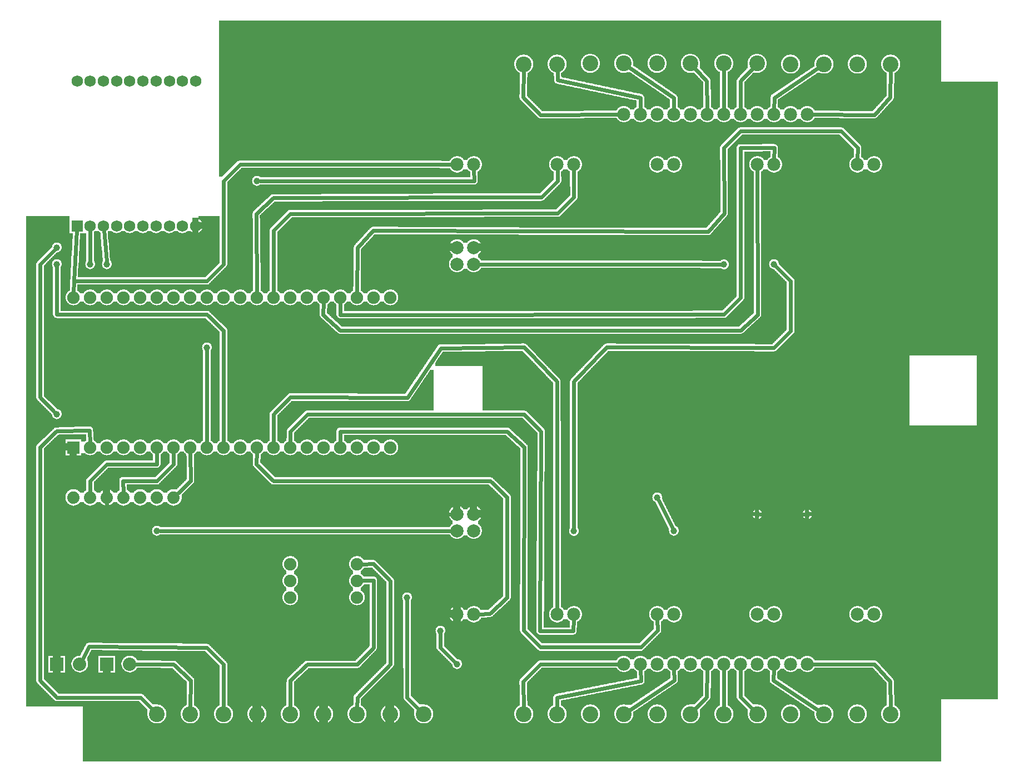
<source format=gtl>
G04 MADE WITH FRITZING*
G04 WWW.FRITZING.ORG*
G04 DOUBLE SIDED*
G04 HOLES PLATED*
G04 CONTOUR ON CENTER OF CONTOUR VECTOR*
%ASAXBY*%
%FSLAX23Y23*%
%MOIN*%
%OFA0B0*%
%SFA1.0B1.0*%
%ADD10C,0.075000*%
%ADD11C,0.078000*%
%ADD12C,0.039370*%
%ADD13C,0.080000*%
%ADD14C,0.074000*%
%ADD15C,0.068000*%
%ADD16C,0.078740*%
%ADD17C,0.094488*%
%ADD18R,0.080000X0.080000*%
%ADD19R,0.075000X0.075000*%
%ADD20R,0.068000X0.068000*%
%ADD21C,0.024000*%
%LNCOPPER1*%
G90*
G70*
G54D10*
X605Y3142D03*
X2837Y2421D03*
X1279Y4410D03*
X551Y1744D03*
X1623Y1026D03*
X2023Y1026D03*
G54D11*
X3923Y3926D03*
X3823Y3926D03*
X3723Y626D03*
X3623Y626D03*
X4523Y3926D03*
X4423Y3926D03*
X4723Y3926D03*
X4623Y3926D03*
X4323Y3926D03*
X4223Y3926D03*
X4723Y626D03*
X4623Y626D03*
X4523Y626D03*
X4423Y626D03*
X4323Y626D03*
X4223Y626D03*
X4123Y626D03*
X4023Y626D03*
X4123Y3926D03*
X4023Y3926D03*
X3923Y626D03*
X3823Y626D03*
X3723Y3926D03*
X3623Y3926D03*
G54D12*
X2323Y1026D03*
X2623Y626D03*
X223Y2126D03*
X1123Y2526D03*
X223Y3126D03*
X2523Y826D03*
X3323Y1424D03*
X4523Y3026D03*
X523Y3026D03*
X423Y3026D03*
X223Y3026D03*
X1423Y3526D03*
X4223Y3024D03*
X3823Y1626D03*
X823Y1426D03*
X3923Y1426D03*
X4423Y1524D03*
X4723Y1524D03*
G54D11*
X3323Y924D03*
X3223Y924D03*
X2723Y924D03*
X2623Y924D03*
X4523Y3624D03*
X4423Y3624D03*
X2723Y3624D03*
X2623Y3624D03*
X3923Y3624D03*
X3823Y3624D03*
X5123Y924D03*
X5023Y924D03*
X3323Y3624D03*
X3223Y3624D03*
X4523Y924D03*
X4423Y924D03*
X3923Y924D03*
X3823Y924D03*
X5123Y3624D03*
X5023Y3624D03*
G54D13*
X223Y626D03*
X360Y626D03*
X523Y626D03*
X660Y626D03*
G54D10*
X323Y1926D03*
X323Y2826D03*
X423Y1926D03*
X423Y2826D03*
X523Y1926D03*
X523Y2826D03*
X623Y1926D03*
X623Y2826D03*
X723Y1926D03*
X723Y2826D03*
X823Y1926D03*
X823Y2826D03*
X923Y1926D03*
X923Y2826D03*
X1023Y1926D03*
X1023Y2826D03*
X1123Y1926D03*
X1123Y2826D03*
X1223Y1926D03*
X1223Y2826D03*
X1323Y1926D03*
X1323Y2826D03*
X1423Y1926D03*
X1423Y2826D03*
X1523Y1926D03*
X1523Y2826D03*
X1623Y1926D03*
X1623Y2826D03*
X1723Y1926D03*
X1723Y2826D03*
X1823Y1926D03*
X1823Y2826D03*
X1923Y1926D03*
X1923Y2826D03*
X2023Y1926D03*
X2023Y2826D03*
X2123Y1926D03*
X2123Y2826D03*
X2223Y1926D03*
X2223Y2826D03*
G54D14*
X323Y1626D03*
X423Y1626D03*
X523Y1626D03*
X623Y1626D03*
X723Y1626D03*
X823Y1626D03*
X923Y1626D03*
G54D15*
X344Y3256D03*
X423Y3256D03*
X502Y3256D03*
X581Y3256D03*
X660Y3256D03*
X739Y3256D03*
X818Y3256D03*
X897Y3256D03*
X976Y3256D03*
X1055Y3256D03*
X1055Y4126D03*
X976Y4126D03*
X897Y4126D03*
X818Y4126D03*
X739Y4126D03*
X660Y4126D03*
X581Y4126D03*
X502Y4126D03*
X423Y4126D03*
X344Y4126D03*
G54D16*
X2723Y1526D03*
X2723Y1426D03*
X2623Y3026D03*
G54D17*
X5023Y4226D03*
X3821Y4231D03*
X5223Y4226D03*
X4021Y4231D03*
X4623Y4226D03*
X3421Y4231D03*
X3223Y4226D03*
X4421Y4231D03*
X4823Y4226D03*
X3621Y4231D03*
X3023Y4226D03*
X4221Y4231D03*
X1223Y326D03*
X1023Y326D03*
X4823Y326D03*
X3623Y326D03*
X4623Y326D03*
X1823Y326D03*
X2423Y326D03*
X3423Y326D03*
X5023Y326D03*
X3823Y326D03*
X1423Y326D03*
X2023Y326D03*
X3023Y326D03*
X4223Y326D03*
X5223Y326D03*
X4023Y326D03*
X823Y326D03*
X1623Y326D03*
X2223Y326D03*
X3223Y326D03*
X4423Y326D03*
G54D16*
X2623Y1526D03*
X2623Y1426D03*
X2623Y3126D03*
X2723Y3026D03*
X2723Y3126D03*
G54D10*
X1623Y1226D03*
X2023Y1226D03*
X1623Y1126D03*
X2023Y1126D03*
G54D18*
X223Y626D03*
X523Y626D03*
G54D19*
X323Y1926D03*
G54D20*
X344Y3256D03*
G54D21*
X1222Y2628D02*
X1223Y1955D01*
D02*
X1121Y2724D02*
X1222Y2628D01*
D02*
X325Y2926D02*
X342Y3231D01*
D02*
X2592Y1426D02*
X842Y1426D01*
D02*
X2724Y3526D02*
X1442Y3526D01*
D02*
X2723Y3594D02*
X2724Y3526D01*
D02*
X521Y3045D02*
X504Y3231D01*
D02*
X223Y2724D02*
X1121Y2724D01*
D02*
X223Y3007D02*
X223Y2724D01*
D02*
X423Y3231D02*
X423Y3045D01*
D02*
X1123Y1955D02*
X1123Y2507D01*
D02*
X121Y3024D02*
X121Y2227D01*
D02*
X121Y2227D02*
X209Y2139D01*
D02*
X209Y3112D02*
X121Y3024D01*
D02*
X223Y2024D02*
X121Y1928D01*
D02*
X419Y2028D02*
X223Y2024D01*
D02*
X121Y1928D02*
X121Y527D01*
D02*
X223Y426D02*
X725Y426D01*
D02*
X121Y527D02*
X223Y426D01*
D02*
X725Y426D02*
X796Y354D01*
D02*
X421Y1955D02*
X419Y2028D01*
D02*
X619Y1726D02*
X621Y1657D01*
D02*
X822Y1725D02*
X619Y1726D01*
D02*
X523Y1528D02*
X523Y1595D01*
D02*
X2592Y1526D02*
X523Y1528D01*
D02*
X2323Y426D02*
X2323Y1007D01*
D02*
X2395Y353D02*
X2323Y426D01*
D02*
X2521Y725D02*
X2522Y807D01*
D02*
X2609Y639D02*
X2521Y725D01*
D02*
X3831Y1609D02*
X3914Y1443D01*
D02*
X3222Y424D02*
X3222Y365D01*
D02*
X3924Y528D02*
X3655Y348D01*
D02*
X4120Y428D02*
X4049Y354D01*
D02*
X3724Y524D02*
X3222Y424D01*
D02*
X4122Y596D02*
X4120Y428D01*
D02*
X3923Y596D02*
X3924Y528D01*
D02*
X3723Y596D02*
X3724Y524D01*
D02*
X3019Y522D02*
X3022Y365D01*
D02*
X3122Y626D02*
X3019Y522D01*
D02*
X3592Y626D02*
X3122Y626D01*
D02*
X3226Y4130D02*
X3722Y4025D01*
D02*
X3722Y4025D02*
X3722Y3956D01*
D02*
X3224Y4187D02*
X3226Y4130D01*
D02*
X3122Y3923D02*
X3592Y3926D01*
D02*
X3019Y4027D02*
X3122Y3923D01*
D02*
X3022Y4187D02*
X3019Y4027D01*
D02*
X4519Y528D02*
X4790Y347D01*
D02*
X5125Y626D02*
X4753Y626D01*
D02*
X5220Y522D02*
X5125Y626D01*
D02*
X5222Y365D02*
X5220Y522D01*
D02*
X4322Y428D02*
X4395Y354D01*
D02*
X4522Y596D02*
X4519Y528D01*
D02*
X4323Y596D02*
X4322Y428D01*
D02*
X4223Y596D02*
X4223Y365D01*
D02*
X4120Y4126D02*
X4048Y4202D01*
D02*
X5125Y3923D02*
X4753Y3926D01*
D02*
X5220Y4027D02*
X5125Y3923D01*
D02*
X5222Y4187D02*
X5220Y4027D01*
D02*
X4524Y4025D02*
X4523Y3956D01*
D02*
X4790Y4204D02*
X4524Y4025D01*
D02*
X4322Y4126D02*
X4395Y4202D01*
D02*
X4323Y3956D02*
X4322Y4126D01*
D02*
X4222Y3956D02*
X4221Y4192D01*
D02*
X4122Y3956D02*
X4120Y4126D01*
D02*
X3921Y4025D02*
X3653Y4209D01*
D02*
X3922Y3956D02*
X3921Y4025D01*
D02*
X1222Y624D02*
X1223Y365D01*
D02*
X1121Y725D02*
X1222Y624D01*
D02*
X416Y731D02*
X1121Y725D01*
D02*
X375Y653D02*
X416Y731D01*
D02*
X1024Y527D02*
X1023Y365D01*
D02*
X923Y624D02*
X1024Y527D01*
D02*
X691Y626D02*
X923Y624D01*
D02*
X2121Y1129D02*
X2051Y1127D01*
D02*
X2121Y725D02*
X2121Y1129D01*
D02*
X2024Y624D02*
X2121Y725D01*
D02*
X1724Y624D02*
X2024Y624D01*
D02*
X1623Y527D02*
X1724Y624D01*
D02*
X1623Y365D02*
X1623Y527D01*
D02*
X2024Y426D02*
X2222Y624D01*
D02*
X2222Y1126D02*
X2121Y1227D01*
D02*
X2222Y624D02*
X2222Y1126D01*
D02*
X2121Y1227D02*
X2051Y1226D01*
D02*
X2023Y365D02*
X2024Y426D01*
D02*
X4322Y3724D02*
X4322Y2824D01*
D02*
X4524Y3725D02*
X4322Y3724D01*
D02*
X4223Y2725D02*
X1922Y2723D01*
D02*
X4322Y2824D02*
X4223Y2725D01*
D02*
X1922Y2723D02*
X1923Y2797D01*
D02*
X4523Y3655D02*
X4524Y3725D01*
D02*
X1922Y2629D02*
X1820Y2723D01*
D02*
X4322Y2629D02*
X1922Y2629D01*
D02*
X4424Y2723D02*
X4322Y2629D01*
D02*
X1820Y2723D02*
X1822Y2797D01*
D02*
X4423Y3594D02*
X4424Y2723D01*
D02*
X1623Y3329D02*
X1521Y3227D01*
D02*
X3226Y3331D02*
X1623Y3329D01*
D02*
X3323Y3429D02*
X3226Y3331D01*
D02*
X1521Y3227D02*
X1522Y2855D01*
D02*
X3323Y3594D02*
X3323Y3429D01*
D02*
X1521Y3424D02*
X1419Y3329D01*
D02*
X3128Y3429D02*
X1521Y3424D01*
D02*
X3226Y3526D02*
X3128Y3429D01*
D02*
X1419Y3329D02*
X1422Y2855D01*
D02*
X3224Y3594D02*
X3226Y3526D01*
D02*
X325Y2926D02*
X323Y2855D01*
D02*
X1121Y2925D02*
X325Y2926D01*
D02*
X1221Y3025D02*
X1121Y2925D01*
D02*
X1221Y3526D02*
X1221Y3025D01*
D02*
X1321Y3626D02*
X1221Y3526D01*
D02*
X2593Y3624D02*
X1321Y3626D01*
D02*
X3724Y727D02*
X3122Y727D01*
D02*
X3824Y827D02*
X3724Y727D01*
D02*
X2922Y2023D02*
X1922Y2023D01*
D02*
X3024Y1929D02*
X2922Y2023D01*
D02*
X3023Y827D02*
X3024Y1929D01*
D02*
X3122Y727D02*
X3023Y827D01*
D02*
X1922Y2023D02*
X1923Y1955D01*
D02*
X3823Y894D02*
X3824Y827D01*
D02*
X3318Y824D02*
X3120Y824D01*
D02*
X3126Y2023D02*
X3024Y2125D01*
D02*
X3120Y824D02*
X3126Y2023D01*
D02*
X1726Y2125D02*
X1623Y2023D01*
D02*
X3024Y2125D02*
X1726Y2125D01*
D02*
X1623Y2023D02*
X1623Y1955D01*
D02*
X3321Y894D02*
X3318Y824D01*
D02*
X2525Y2522D02*
X2324Y2226D01*
D02*
X1623Y2228D02*
X1521Y2125D01*
D02*
X2324Y2226D02*
X1623Y2228D01*
D02*
X3024Y2527D02*
X2525Y2522D01*
D02*
X1521Y2125D02*
X1522Y1955D01*
D02*
X3221Y2322D02*
X3024Y2527D01*
D02*
X3223Y955D02*
X3221Y2322D01*
D02*
X2821Y1725D02*
X1522Y1725D01*
D02*
X1522Y1725D02*
X1420Y1826D01*
D02*
X2922Y1628D02*
X2821Y1725D01*
D02*
X2922Y1024D02*
X2922Y1628D01*
D02*
X2819Y929D02*
X2922Y1024D01*
D02*
X1420Y1826D02*
X1422Y1897D01*
D02*
X2753Y926D02*
X2819Y929D01*
D02*
X4223Y3725D02*
X4224Y3331D01*
D02*
X4322Y3825D02*
X4223Y3725D01*
D02*
X2119Y3227D02*
X2025Y3125D01*
D02*
X4127Y3221D02*
X2119Y3227D01*
D02*
X4224Y3331D02*
X4127Y3221D01*
D02*
X2025Y3125D02*
X2023Y2855D01*
D02*
X4924Y3825D02*
X4322Y3825D01*
D02*
X5024Y3725D02*
X4924Y3825D01*
D02*
X5023Y3655D02*
X5024Y3725D01*
D02*
X2753Y3026D02*
X4204Y3024D01*
D02*
X4523Y2524D02*
X3520Y2527D01*
D02*
X4623Y2624D02*
X4523Y2524D01*
D02*
X3323Y2322D02*
X3323Y1443D01*
D02*
X3520Y2527D02*
X3323Y2322D01*
D02*
X4623Y2925D02*
X4623Y2624D01*
D02*
X4536Y3012D02*
X4623Y2925D01*
D02*
X4442Y1524D02*
X4704Y1524D01*
D02*
X421Y1725D02*
X422Y1657D01*
D02*
X522Y1826D02*
X421Y1725D01*
D02*
X822Y1826D02*
X522Y1826D01*
D02*
X822Y1897D02*
X822Y1826D01*
D02*
X923Y1826D02*
X822Y1725D01*
D02*
X923Y1897D02*
X923Y1826D01*
D02*
X1024Y1725D02*
X945Y1648D01*
D02*
X1023Y1897D02*
X1024Y1725D01*
G36*
X3262Y3596D02*
X3262Y3594D01*
X3260Y3594D01*
X3260Y3592D01*
X3258Y3592D01*
X3258Y3590D01*
X3256Y3590D01*
X3256Y3588D01*
X3254Y3588D01*
X3254Y3586D01*
X3252Y3586D01*
X3252Y3584D01*
X3248Y3584D01*
X3248Y3582D01*
X3246Y3582D01*
X3246Y3550D01*
X3248Y3550D01*
X3248Y3522D01*
X3246Y3522D01*
X3246Y3516D01*
X3244Y3516D01*
X3244Y3514D01*
X3242Y3514D01*
X3242Y3510D01*
X3240Y3510D01*
X3240Y3508D01*
X3238Y3508D01*
X3238Y3506D01*
X3236Y3506D01*
X3236Y3504D01*
X3234Y3504D01*
X3234Y3502D01*
X3232Y3502D01*
X3232Y3500D01*
X3230Y3500D01*
X3230Y3498D01*
X3228Y3498D01*
X3228Y3496D01*
X3226Y3496D01*
X3226Y3494D01*
X3224Y3494D01*
X3224Y3492D01*
X3222Y3492D01*
X3222Y3490D01*
X3220Y3490D01*
X3220Y3488D01*
X3218Y3488D01*
X3218Y3486D01*
X3216Y3486D01*
X3216Y3484D01*
X3214Y3484D01*
X3214Y3482D01*
X3212Y3482D01*
X3212Y3480D01*
X3210Y3480D01*
X3210Y3478D01*
X3208Y3478D01*
X3208Y3476D01*
X3206Y3476D01*
X3206Y3474D01*
X3204Y3474D01*
X3204Y3472D01*
X3202Y3472D01*
X3202Y3470D01*
X3200Y3470D01*
X3200Y3468D01*
X3198Y3468D01*
X3198Y3466D01*
X3196Y3466D01*
X3196Y3464D01*
X3194Y3464D01*
X3194Y3462D01*
X3192Y3462D01*
X3192Y3460D01*
X3190Y3460D01*
X3190Y3458D01*
X3188Y3458D01*
X3188Y3456D01*
X3186Y3456D01*
X3186Y3454D01*
X3184Y3454D01*
X3184Y3452D01*
X3182Y3452D01*
X3182Y3450D01*
X3180Y3450D01*
X3180Y3448D01*
X3178Y3448D01*
X3178Y3446D01*
X3176Y3446D01*
X3176Y3444D01*
X3174Y3444D01*
X3174Y3442D01*
X3172Y3442D01*
X3172Y3440D01*
X3170Y3440D01*
X3170Y3438D01*
X3168Y3438D01*
X3168Y3436D01*
X3166Y3436D01*
X3166Y3434D01*
X3164Y3434D01*
X3164Y3432D01*
X3162Y3432D01*
X3162Y3430D01*
X3160Y3430D01*
X3160Y3428D01*
X3158Y3428D01*
X3158Y3426D01*
X3156Y3426D01*
X3156Y3424D01*
X3154Y3424D01*
X3154Y3422D01*
X3152Y3422D01*
X3152Y3420D01*
X3150Y3420D01*
X3150Y3418D01*
X3148Y3418D01*
X3148Y3416D01*
X3146Y3416D01*
X3146Y3414D01*
X3144Y3414D01*
X3144Y3412D01*
X3140Y3412D01*
X3140Y3410D01*
X3138Y3410D01*
X3138Y3408D01*
X3128Y3408D01*
X3128Y3406D01*
X2482Y3406D01*
X2482Y3404D01*
X1814Y3404D01*
X1814Y3402D01*
X1528Y3402D01*
X1528Y3400D01*
X1526Y3400D01*
X1526Y3398D01*
X1524Y3398D01*
X1524Y3396D01*
X1522Y3396D01*
X1522Y3394D01*
X1520Y3394D01*
X1520Y3392D01*
X1518Y3392D01*
X1518Y3390D01*
X1516Y3390D01*
X1516Y3388D01*
X1514Y3388D01*
X1514Y3386D01*
X1512Y3386D01*
X1512Y3384D01*
X1508Y3384D01*
X1508Y3382D01*
X1506Y3382D01*
X1506Y3380D01*
X1504Y3380D01*
X1504Y3378D01*
X1502Y3378D01*
X1502Y3376D01*
X1500Y3376D01*
X1500Y3374D01*
X1498Y3374D01*
X1498Y3372D01*
X1496Y3372D01*
X1496Y3370D01*
X1494Y3370D01*
X1494Y3368D01*
X1492Y3368D01*
X1492Y3366D01*
X1490Y3366D01*
X1490Y3364D01*
X1488Y3364D01*
X1488Y3362D01*
X1486Y3362D01*
X1486Y3360D01*
X1482Y3360D01*
X1482Y3358D01*
X1480Y3358D01*
X1480Y3356D01*
X1478Y3356D01*
X1478Y3354D01*
X1476Y3354D01*
X1476Y3352D01*
X1474Y3352D01*
X1474Y3350D01*
X1472Y3350D01*
X1472Y3348D01*
X1470Y3348D01*
X1470Y3346D01*
X1468Y3346D01*
X1468Y3344D01*
X1466Y3344D01*
X1466Y3342D01*
X1464Y3342D01*
X1464Y3340D01*
X1462Y3340D01*
X1462Y3338D01*
X1460Y3338D01*
X1460Y3336D01*
X1456Y3336D01*
X1456Y3334D01*
X1454Y3334D01*
X1454Y3332D01*
X1452Y3332D01*
X1452Y3330D01*
X1450Y3330D01*
X1450Y3328D01*
X1448Y3328D01*
X1448Y3326D01*
X1446Y3326D01*
X1446Y3324D01*
X1444Y3324D01*
X1444Y3322D01*
X1442Y3322D01*
X1442Y3320D01*
X1440Y3320D01*
X1440Y3300D01*
X1442Y3300D01*
X1442Y3034D01*
X1444Y3034D01*
X1444Y2868D01*
X1446Y2868D01*
X1446Y2866D01*
X1450Y2866D01*
X1450Y2864D01*
X1452Y2864D01*
X1452Y2862D01*
X1454Y2862D01*
X1454Y2860D01*
X1456Y2860D01*
X1456Y2858D01*
X1458Y2858D01*
X1458Y2856D01*
X1460Y2856D01*
X1460Y2854D01*
X1462Y2854D01*
X1462Y2850D01*
X1482Y2850D01*
X1482Y2852D01*
X1484Y2852D01*
X1484Y2856D01*
X1486Y2856D01*
X1486Y2858D01*
X1488Y2858D01*
X1488Y2860D01*
X1490Y2860D01*
X1490Y2862D01*
X1492Y2862D01*
X1492Y2864D01*
X1496Y2864D01*
X1496Y2866D01*
X1498Y2866D01*
X1498Y2868D01*
X1500Y2868D01*
X1500Y3236D01*
X1502Y3236D01*
X1502Y3240D01*
X1504Y3240D01*
X1504Y3242D01*
X1506Y3242D01*
X1506Y3244D01*
X1508Y3244D01*
X1508Y3246D01*
X1510Y3246D01*
X1510Y3248D01*
X1512Y3248D01*
X1512Y3250D01*
X1514Y3250D01*
X1514Y3252D01*
X1516Y3252D01*
X1516Y3254D01*
X1518Y3254D01*
X1518Y3256D01*
X1520Y3256D01*
X1520Y3258D01*
X1522Y3258D01*
X1522Y3260D01*
X1524Y3260D01*
X1524Y3262D01*
X1526Y3262D01*
X1526Y3264D01*
X1528Y3264D01*
X1528Y3266D01*
X1530Y3266D01*
X1530Y3268D01*
X1532Y3268D01*
X1532Y3270D01*
X1534Y3270D01*
X1534Y3272D01*
X1536Y3272D01*
X1536Y3274D01*
X1538Y3274D01*
X1538Y3276D01*
X1540Y3276D01*
X1540Y3278D01*
X1542Y3278D01*
X1542Y3280D01*
X1544Y3280D01*
X1544Y3282D01*
X1546Y3282D01*
X1546Y3284D01*
X1548Y3284D01*
X1548Y3286D01*
X1550Y3286D01*
X1550Y3288D01*
X1552Y3288D01*
X1552Y3290D01*
X1554Y3290D01*
X1554Y3292D01*
X1556Y3292D01*
X1556Y3294D01*
X1558Y3294D01*
X1558Y3296D01*
X1560Y3296D01*
X1560Y3298D01*
X1562Y3298D01*
X1562Y3300D01*
X1564Y3300D01*
X1564Y3302D01*
X1566Y3302D01*
X1566Y3304D01*
X1568Y3304D01*
X1568Y3306D01*
X1570Y3306D01*
X1570Y3308D01*
X1572Y3308D01*
X1572Y3310D01*
X1574Y3310D01*
X1574Y3312D01*
X1576Y3312D01*
X1576Y3314D01*
X1578Y3314D01*
X1578Y3316D01*
X1580Y3316D01*
X1580Y3318D01*
X1582Y3318D01*
X1582Y3320D01*
X1584Y3320D01*
X1584Y3322D01*
X1586Y3322D01*
X1586Y3324D01*
X1588Y3324D01*
X1588Y3326D01*
X1590Y3326D01*
X1590Y3328D01*
X1592Y3328D01*
X1592Y3330D01*
X1594Y3330D01*
X1594Y3332D01*
X1596Y3332D01*
X1596Y3334D01*
X1598Y3334D01*
X1598Y3336D01*
X1600Y3336D01*
X1600Y3338D01*
X1602Y3338D01*
X1602Y3340D01*
X1604Y3340D01*
X1604Y3342D01*
X1606Y3342D01*
X1606Y3344D01*
X1608Y3344D01*
X1608Y3346D01*
X1610Y3346D01*
X1610Y3348D01*
X1612Y3348D01*
X1612Y3350D01*
X1618Y3350D01*
X1618Y3352D01*
X2776Y3352D01*
X2776Y3354D01*
X3218Y3354D01*
X3218Y3356D01*
X3220Y3356D01*
X3220Y3358D01*
X3222Y3358D01*
X3222Y3360D01*
X3224Y3360D01*
X3224Y3362D01*
X3226Y3362D01*
X3226Y3364D01*
X3228Y3364D01*
X3228Y3366D01*
X3230Y3366D01*
X3230Y3368D01*
X3232Y3368D01*
X3232Y3370D01*
X3234Y3370D01*
X3234Y3372D01*
X3236Y3372D01*
X3236Y3374D01*
X3238Y3374D01*
X3238Y3376D01*
X3240Y3376D01*
X3240Y3378D01*
X3242Y3378D01*
X3242Y3380D01*
X3244Y3380D01*
X3244Y3382D01*
X3246Y3382D01*
X3246Y3384D01*
X3248Y3384D01*
X3248Y3386D01*
X3250Y3386D01*
X3250Y3388D01*
X3252Y3388D01*
X3252Y3390D01*
X3254Y3390D01*
X3254Y3392D01*
X3256Y3392D01*
X3256Y3394D01*
X3258Y3394D01*
X3258Y3396D01*
X3260Y3396D01*
X3260Y3398D01*
X3262Y3398D01*
X3262Y3400D01*
X3264Y3400D01*
X3264Y3402D01*
X3266Y3402D01*
X3266Y3404D01*
X3268Y3404D01*
X3268Y3406D01*
X3270Y3406D01*
X3270Y3408D01*
X3272Y3408D01*
X3272Y3410D01*
X3274Y3410D01*
X3274Y3412D01*
X3276Y3412D01*
X3276Y3414D01*
X3278Y3414D01*
X3278Y3416D01*
X3280Y3416D01*
X3280Y3418D01*
X3282Y3418D01*
X3282Y3420D01*
X3284Y3420D01*
X3284Y3422D01*
X3286Y3422D01*
X3286Y3424D01*
X3288Y3424D01*
X3288Y3426D01*
X3290Y3426D01*
X3290Y3428D01*
X3292Y3428D01*
X3292Y3430D01*
X3294Y3430D01*
X3294Y3432D01*
X3296Y3432D01*
X3296Y3434D01*
X3298Y3434D01*
X3298Y3436D01*
X3300Y3436D01*
X3300Y3438D01*
X3302Y3438D01*
X3302Y3490D01*
X3300Y3490D01*
X3300Y3582D01*
X3298Y3582D01*
X3298Y3584D01*
X3294Y3584D01*
X3294Y3586D01*
X3292Y3586D01*
X3292Y3588D01*
X3290Y3588D01*
X3290Y3590D01*
X3288Y3590D01*
X3288Y3592D01*
X3286Y3592D01*
X3286Y3594D01*
X3284Y3594D01*
X3284Y3596D01*
X3262Y3596D01*
G37*
D02*
G36*
X1072Y3316D02*
X1072Y3296D01*
X1076Y3296D01*
X1076Y3294D01*
X1078Y3294D01*
X1078Y3292D01*
X1082Y3292D01*
X1082Y3290D01*
X1084Y3290D01*
X1084Y3288D01*
X1086Y3288D01*
X1086Y3286D01*
X1088Y3286D01*
X1088Y3284D01*
X1090Y3284D01*
X1090Y3280D01*
X1092Y3280D01*
X1092Y3278D01*
X1094Y3278D01*
X1094Y3274D01*
X1096Y3274D01*
X1096Y3268D01*
X1098Y3268D01*
X1098Y3246D01*
X1096Y3246D01*
X1096Y3240D01*
X1094Y3240D01*
X1094Y3236D01*
X1092Y3236D01*
X1092Y3232D01*
X1090Y3232D01*
X1090Y3230D01*
X1088Y3230D01*
X1088Y3226D01*
X1086Y3226D01*
X1086Y3224D01*
X1082Y3224D01*
X1082Y3222D01*
X1080Y3222D01*
X1080Y3220D01*
X1078Y3220D01*
X1078Y3218D01*
X1074Y3218D01*
X1074Y3216D01*
X1068Y3216D01*
X1068Y3214D01*
X1060Y3214D01*
X1060Y3212D01*
X1200Y3212D01*
X1200Y3316D01*
X1072Y3316D01*
G37*
D02*
G36*
X450Y3224D02*
X450Y3222D01*
X448Y3222D01*
X448Y3220D01*
X446Y3220D01*
X446Y3218D01*
X444Y3218D01*
X444Y3046D01*
X446Y3046D01*
X446Y3044D01*
X448Y3044D01*
X448Y3040D01*
X450Y3040D01*
X450Y3034D01*
X452Y3034D01*
X452Y3018D01*
X450Y3018D01*
X450Y3014D01*
X448Y3014D01*
X448Y3010D01*
X446Y3010D01*
X446Y3008D01*
X444Y3008D01*
X444Y3004D01*
X440Y3004D01*
X440Y3002D01*
X438Y3002D01*
X438Y3000D01*
X434Y3000D01*
X434Y2998D01*
X426Y2998D01*
X426Y2996D01*
X520Y2996D01*
X520Y2998D01*
X512Y2998D01*
X512Y3000D01*
X508Y3000D01*
X508Y3002D01*
X504Y3002D01*
X504Y3004D01*
X502Y3004D01*
X502Y3006D01*
X500Y3006D01*
X500Y3008D01*
X498Y3008D01*
X498Y3012D01*
X496Y3012D01*
X496Y3016D01*
X494Y3016D01*
X494Y3026D01*
X492Y3026D01*
X492Y3028D01*
X494Y3028D01*
X494Y3038D01*
X496Y3038D01*
X496Y3042D01*
X498Y3042D01*
X498Y3064D01*
X496Y3064D01*
X496Y3086D01*
X494Y3086D01*
X494Y3108D01*
X492Y3108D01*
X492Y3130D01*
X490Y3130D01*
X490Y3152D01*
X488Y3152D01*
X488Y3174D01*
X486Y3174D01*
X486Y3196D01*
X484Y3196D01*
X484Y3216D01*
X482Y3216D01*
X482Y3218D01*
X478Y3218D01*
X478Y3220D01*
X476Y3220D01*
X476Y3222D01*
X474Y3222D01*
X474Y3224D01*
X450Y3224D01*
G37*
D02*
G36*
X530Y3224D02*
X530Y3222D01*
X528Y3222D01*
X528Y3212D01*
X574Y3212D01*
X574Y3214D01*
X566Y3214D01*
X566Y3216D01*
X562Y3216D01*
X562Y3218D01*
X558Y3218D01*
X558Y3220D01*
X554Y3220D01*
X554Y3222D01*
X552Y3222D01*
X552Y3224D01*
X530Y3224D01*
G37*
D02*
G36*
X608Y3224D02*
X608Y3222D01*
X606Y3222D01*
X606Y3220D01*
X604Y3220D01*
X604Y3218D01*
X600Y3218D01*
X600Y3216D01*
X594Y3216D01*
X594Y3214D01*
X586Y3214D01*
X586Y3212D01*
X654Y3212D01*
X654Y3214D01*
X646Y3214D01*
X646Y3216D01*
X640Y3216D01*
X640Y3218D01*
X636Y3218D01*
X636Y3220D01*
X634Y3220D01*
X634Y3222D01*
X632Y3222D01*
X632Y3224D01*
X608Y3224D01*
G37*
D02*
G36*
X688Y3224D02*
X688Y3222D01*
X686Y3222D01*
X686Y3220D01*
X682Y3220D01*
X682Y3218D01*
X678Y3218D01*
X678Y3216D01*
X674Y3216D01*
X674Y3214D01*
X666Y3214D01*
X666Y3212D01*
X732Y3212D01*
X732Y3214D01*
X724Y3214D01*
X724Y3216D01*
X720Y3216D01*
X720Y3218D01*
X716Y3218D01*
X716Y3220D01*
X712Y3220D01*
X712Y3222D01*
X710Y3222D01*
X710Y3224D01*
X688Y3224D01*
G37*
D02*
G36*
X766Y3224D02*
X766Y3222D01*
X764Y3222D01*
X764Y3220D01*
X762Y3220D01*
X762Y3218D01*
X758Y3218D01*
X758Y3216D01*
X752Y3216D01*
X752Y3214D01*
X744Y3214D01*
X744Y3212D01*
X812Y3212D01*
X812Y3214D01*
X804Y3214D01*
X804Y3216D01*
X798Y3216D01*
X798Y3218D01*
X794Y3218D01*
X794Y3220D01*
X792Y3220D01*
X792Y3222D01*
X790Y3222D01*
X790Y3224D01*
X766Y3224D01*
G37*
D02*
G36*
X846Y3224D02*
X846Y3222D01*
X844Y3222D01*
X844Y3220D01*
X840Y3220D01*
X840Y3218D01*
X836Y3218D01*
X836Y3216D01*
X832Y3216D01*
X832Y3214D01*
X824Y3214D01*
X824Y3212D01*
X890Y3212D01*
X890Y3214D01*
X882Y3214D01*
X882Y3216D01*
X878Y3216D01*
X878Y3218D01*
X874Y3218D01*
X874Y3220D01*
X870Y3220D01*
X870Y3222D01*
X868Y3222D01*
X868Y3224D01*
X846Y3224D01*
G37*
D02*
G36*
X924Y3224D02*
X924Y3222D01*
X922Y3222D01*
X922Y3220D01*
X920Y3220D01*
X920Y3218D01*
X916Y3218D01*
X916Y3216D01*
X910Y3216D01*
X910Y3214D01*
X902Y3214D01*
X902Y3212D01*
X970Y3212D01*
X970Y3214D01*
X962Y3214D01*
X962Y3216D01*
X956Y3216D01*
X956Y3218D01*
X952Y3218D01*
X952Y3220D01*
X950Y3220D01*
X950Y3222D01*
X948Y3222D01*
X948Y3224D01*
X924Y3224D01*
G37*
D02*
G36*
X1004Y3224D02*
X1004Y3222D01*
X1002Y3222D01*
X1002Y3220D01*
X998Y3220D01*
X998Y3218D01*
X994Y3218D01*
X994Y3216D01*
X990Y3216D01*
X990Y3214D01*
X982Y3214D01*
X982Y3212D01*
X1048Y3212D01*
X1048Y3214D01*
X1040Y3214D01*
X1040Y3216D01*
X1036Y3216D01*
X1036Y3218D01*
X1032Y3218D01*
X1032Y3220D01*
X1028Y3220D01*
X1028Y3222D01*
X1026Y3222D01*
X1026Y3224D01*
X1004Y3224D01*
G37*
D02*
G36*
X364Y3212D02*
X364Y3210D01*
X362Y3210D01*
X362Y3176D01*
X360Y3176D01*
X360Y3142D01*
X358Y3142D01*
X358Y3106D01*
X356Y3106D01*
X356Y3072D01*
X354Y3072D01*
X354Y3036D01*
X352Y3036D01*
X352Y3002D01*
X350Y3002D01*
X350Y2996D01*
X420Y2996D01*
X420Y2998D01*
X412Y2998D01*
X412Y3000D01*
X408Y3000D01*
X408Y3002D01*
X404Y3002D01*
X404Y3004D01*
X402Y3004D01*
X402Y3006D01*
X400Y3006D01*
X400Y3008D01*
X398Y3008D01*
X398Y3012D01*
X396Y3012D01*
X396Y3016D01*
X394Y3016D01*
X394Y3026D01*
X392Y3026D01*
X392Y3028D01*
X394Y3028D01*
X394Y3038D01*
X396Y3038D01*
X396Y3042D01*
X398Y3042D01*
X398Y3044D01*
X400Y3044D01*
X400Y3212D01*
X364Y3212D01*
G37*
D02*
G36*
X528Y3212D02*
X528Y3210D01*
X1200Y3210D01*
X1200Y3212D01*
X528Y3212D01*
G37*
D02*
G36*
X528Y3212D02*
X528Y3210D01*
X1200Y3210D01*
X1200Y3212D01*
X528Y3212D01*
G37*
D02*
G36*
X528Y3212D02*
X528Y3210D01*
X1200Y3210D01*
X1200Y3212D01*
X528Y3212D01*
G37*
D02*
G36*
X528Y3212D02*
X528Y3210D01*
X1200Y3210D01*
X1200Y3212D01*
X528Y3212D01*
G37*
D02*
G36*
X528Y3212D02*
X528Y3210D01*
X1200Y3210D01*
X1200Y3212D01*
X528Y3212D01*
G37*
D02*
G36*
X528Y3212D02*
X528Y3210D01*
X1200Y3210D01*
X1200Y3212D01*
X528Y3212D01*
G37*
D02*
G36*
X528Y3212D02*
X528Y3210D01*
X1200Y3210D01*
X1200Y3212D01*
X528Y3212D01*
G37*
D02*
G36*
X528Y3212D02*
X528Y3210D01*
X1200Y3210D01*
X1200Y3212D01*
X528Y3212D01*
G37*
D02*
G36*
X528Y3210D02*
X528Y3198D01*
X530Y3198D01*
X530Y3176D01*
X532Y3176D01*
X532Y3154D01*
X534Y3154D01*
X534Y3132D01*
X536Y3132D01*
X536Y3110D01*
X538Y3110D01*
X538Y3088D01*
X540Y3088D01*
X540Y3066D01*
X542Y3066D01*
X542Y3048D01*
X544Y3048D01*
X544Y3046D01*
X546Y3046D01*
X546Y3044D01*
X548Y3044D01*
X548Y3040D01*
X550Y3040D01*
X550Y3034D01*
X552Y3034D01*
X552Y3018D01*
X550Y3018D01*
X550Y3014D01*
X548Y3014D01*
X548Y3010D01*
X546Y3010D01*
X546Y3008D01*
X544Y3008D01*
X544Y3004D01*
X540Y3004D01*
X540Y3002D01*
X538Y3002D01*
X538Y3000D01*
X534Y3000D01*
X534Y2998D01*
X526Y2998D01*
X526Y2996D01*
X1162Y2996D01*
X1162Y2998D01*
X1164Y2998D01*
X1164Y3000D01*
X1166Y3000D01*
X1166Y3002D01*
X1168Y3002D01*
X1168Y3004D01*
X1170Y3004D01*
X1170Y3006D01*
X1172Y3006D01*
X1172Y3008D01*
X1174Y3008D01*
X1174Y3010D01*
X1176Y3010D01*
X1176Y3012D01*
X1178Y3012D01*
X1178Y3014D01*
X1180Y3014D01*
X1180Y3016D01*
X1182Y3016D01*
X1182Y3018D01*
X1184Y3018D01*
X1184Y3020D01*
X1186Y3020D01*
X1186Y3022D01*
X1188Y3022D01*
X1188Y3024D01*
X1190Y3024D01*
X1190Y3026D01*
X1192Y3026D01*
X1192Y3028D01*
X1194Y3028D01*
X1194Y3030D01*
X1196Y3030D01*
X1196Y3032D01*
X1198Y3032D01*
X1198Y3034D01*
X1200Y3034D01*
X1200Y3210D01*
X528Y3210D01*
G37*
D02*
G36*
X350Y2996D02*
X350Y2994D01*
X1160Y2994D01*
X1160Y2996D01*
X350Y2996D01*
G37*
D02*
G36*
X350Y2996D02*
X350Y2994D01*
X1160Y2994D01*
X1160Y2996D01*
X350Y2996D01*
G37*
D02*
G36*
X350Y2996D02*
X350Y2994D01*
X1160Y2994D01*
X1160Y2996D01*
X350Y2996D01*
G37*
D02*
G36*
X350Y2994D02*
X350Y2948D01*
X1114Y2948D01*
X1114Y2950D01*
X1116Y2950D01*
X1116Y2952D01*
X1118Y2952D01*
X1118Y2954D01*
X1120Y2954D01*
X1120Y2956D01*
X1122Y2956D01*
X1122Y2958D01*
X1124Y2958D01*
X1124Y2960D01*
X1126Y2960D01*
X1126Y2962D01*
X1128Y2962D01*
X1128Y2964D01*
X1130Y2964D01*
X1130Y2966D01*
X1132Y2966D01*
X1132Y2968D01*
X1134Y2968D01*
X1134Y2970D01*
X1136Y2970D01*
X1136Y2972D01*
X1138Y2972D01*
X1138Y2974D01*
X1140Y2974D01*
X1140Y2976D01*
X1142Y2976D01*
X1142Y2978D01*
X1144Y2978D01*
X1144Y2980D01*
X1146Y2980D01*
X1146Y2982D01*
X1148Y2982D01*
X1148Y2984D01*
X1150Y2984D01*
X1150Y2986D01*
X1152Y2986D01*
X1152Y2988D01*
X1154Y2988D01*
X1154Y2990D01*
X1156Y2990D01*
X1156Y2992D01*
X1158Y2992D01*
X1158Y2994D01*
X350Y2994D01*
G37*
D02*
G36*
X4456Y3704D02*
X4456Y3702D01*
X4344Y3702D01*
X4344Y3674D01*
X4432Y3674D01*
X4432Y3672D01*
X4438Y3672D01*
X4438Y3670D01*
X4444Y3670D01*
X4444Y3668D01*
X4448Y3668D01*
X4448Y3666D01*
X4450Y3666D01*
X4450Y3664D01*
X4454Y3664D01*
X4454Y3662D01*
X4456Y3662D01*
X4456Y3660D01*
X4458Y3660D01*
X4458Y3658D01*
X4460Y3658D01*
X4460Y3656D01*
X4462Y3656D01*
X4462Y3652D01*
X4484Y3652D01*
X4484Y3656D01*
X4486Y3656D01*
X4486Y3658D01*
X4488Y3658D01*
X4488Y3660D01*
X4490Y3660D01*
X4490Y3662D01*
X4492Y3662D01*
X4492Y3664D01*
X4496Y3664D01*
X4496Y3666D01*
X4498Y3666D01*
X4498Y3668D01*
X4502Y3668D01*
X4502Y3704D01*
X4456Y3704D01*
G37*
D02*
G36*
X4344Y3674D02*
X4344Y2818D01*
X4342Y2818D01*
X4342Y2814D01*
X4340Y2814D01*
X4340Y2810D01*
X4338Y2810D01*
X4338Y2808D01*
X4336Y2808D01*
X4336Y2806D01*
X4334Y2806D01*
X4334Y2804D01*
X4332Y2804D01*
X4332Y2802D01*
X4330Y2802D01*
X4330Y2800D01*
X4328Y2800D01*
X4328Y2798D01*
X4326Y2798D01*
X4326Y2796D01*
X4324Y2796D01*
X4324Y2794D01*
X4322Y2794D01*
X4322Y2792D01*
X4320Y2792D01*
X4320Y2790D01*
X4318Y2790D01*
X4318Y2788D01*
X4316Y2788D01*
X4316Y2786D01*
X4314Y2786D01*
X4314Y2784D01*
X4312Y2784D01*
X4312Y2782D01*
X4310Y2782D01*
X4310Y2780D01*
X4308Y2780D01*
X4308Y2778D01*
X4306Y2778D01*
X4306Y2776D01*
X4304Y2776D01*
X4304Y2774D01*
X4302Y2774D01*
X4302Y2772D01*
X4300Y2772D01*
X4300Y2770D01*
X4298Y2770D01*
X4298Y2768D01*
X4296Y2768D01*
X4296Y2766D01*
X4294Y2766D01*
X4294Y2764D01*
X4292Y2764D01*
X4292Y2762D01*
X4290Y2762D01*
X4290Y2760D01*
X4288Y2760D01*
X4288Y2758D01*
X4286Y2758D01*
X4286Y2756D01*
X4284Y2756D01*
X4284Y2754D01*
X4282Y2754D01*
X4282Y2752D01*
X4280Y2752D01*
X4280Y2750D01*
X4278Y2750D01*
X4278Y2748D01*
X4276Y2748D01*
X4276Y2746D01*
X4274Y2746D01*
X4274Y2744D01*
X4272Y2744D01*
X4272Y2742D01*
X4270Y2742D01*
X4270Y2740D01*
X4268Y2740D01*
X4268Y2738D01*
X4266Y2738D01*
X4266Y2736D01*
X4264Y2736D01*
X4264Y2734D01*
X4262Y2734D01*
X4262Y2732D01*
X4260Y2732D01*
X4260Y2730D01*
X4258Y2730D01*
X4258Y2728D01*
X4256Y2728D01*
X4256Y2726D01*
X4254Y2726D01*
X4254Y2724D01*
X4252Y2724D01*
X4252Y2722D01*
X4250Y2722D01*
X4250Y2720D01*
X4248Y2720D01*
X4248Y2718D01*
X4246Y2718D01*
X4246Y2716D01*
X4244Y2716D01*
X4244Y2714D01*
X4242Y2714D01*
X4242Y2712D01*
X4240Y2712D01*
X4240Y2710D01*
X4238Y2710D01*
X4238Y2708D01*
X4236Y2708D01*
X4236Y2706D01*
X4232Y2706D01*
X4232Y2704D01*
X4052Y2704D01*
X4052Y2702D01*
X4370Y2702D01*
X4370Y2704D01*
X4372Y2704D01*
X4372Y2706D01*
X4374Y2706D01*
X4374Y2708D01*
X4376Y2708D01*
X4376Y2710D01*
X4378Y2710D01*
X4378Y2712D01*
X4380Y2712D01*
X4380Y2714D01*
X4382Y2714D01*
X4382Y2716D01*
X4384Y2716D01*
X4384Y2718D01*
X4386Y2718D01*
X4386Y2720D01*
X4388Y2720D01*
X4388Y2722D01*
X4392Y2722D01*
X4392Y2724D01*
X4394Y2724D01*
X4394Y2726D01*
X4396Y2726D01*
X4396Y2728D01*
X4398Y2728D01*
X4398Y2730D01*
X4400Y2730D01*
X4400Y2732D01*
X4402Y2732D01*
X4402Y3582D01*
X4398Y3582D01*
X4398Y3584D01*
X4394Y3584D01*
X4394Y3586D01*
X4392Y3586D01*
X4392Y3588D01*
X4390Y3588D01*
X4390Y3590D01*
X4388Y3590D01*
X4388Y3592D01*
X4386Y3592D01*
X4386Y3594D01*
X4384Y3594D01*
X4384Y3596D01*
X4382Y3596D01*
X4382Y3600D01*
X4380Y3600D01*
X4380Y3604D01*
X4378Y3604D01*
X4378Y3608D01*
X4376Y3608D01*
X4376Y3616D01*
X4374Y3616D01*
X4374Y3634D01*
X4376Y3634D01*
X4376Y3642D01*
X4378Y3642D01*
X4378Y3646D01*
X4380Y3646D01*
X4380Y3650D01*
X4382Y3650D01*
X4382Y3652D01*
X4384Y3652D01*
X4384Y3656D01*
X4386Y3656D01*
X4386Y3658D01*
X4388Y3658D01*
X4388Y3660D01*
X4390Y3660D01*
X4390Y3662D01*
X4392Y3662D01*
X4392Y3664D01*
X4396Y3664D01*
X4396Y3666D01*
X4398Y3666D01*
X4398Y3668D01*
X4402Y3668D01*
X4402Y3670D01*
X4408Y3670D01*
X4408Y3672D01*
X4414Y3672D01*
X4414Y3674D01*
X4344Y3674D01*
G37*
D02*
G36*
X1862Y2802D02*
X1862Y2798D01*
X1860Y2798D01*
X1860Y2796D01*
X1858Y2796D01*
X1858Y2794D01*
X1856Y2794D01*
X1856Y2792D01*
X1854Y2792D01*
X1854Y2790D01*
X1852Y2790D01*
X1852Y2788D01*
X1848Y2788D01*
X1848Y2786D01*
X1846Y2786D01*
X1846Y2784D01*
X1844Y2784D01*
X1844Y2762D01*
X1842Y2762D01*
X1842Y2732D01*
X1844Y2732D01*
X1844Y2730D01*
X1846Y2730D01*
X1846Y2728D01*
X1850Y2728D01*
X1850Y2726D01*
X1852Y2726D01*
X1852Y2724D01*
X1854Y2724D01*
X1854Y2722D01*
X1856Y2722D01*
X1856Y2720D01*
X1858Y2720D01*
X1858Y2718D01*
X1860Y2718D01*
X1860Y2716D01*
X1862Y2716D01*
X1862Y2714D01*
X1864Y2714D01*
X1864Y2712D01*
X1866Y2712D01*
X1866Y2710D01*
X1868Y2710D01*
X1868Y2708D01*
X1870Y2708D01*
X1870Y2706D01*
X1872Y2706D01*
X1872Y2704D01*
X1876Y2704D01*
X1876Y2702D01*
X1916Y2702D01*
X1916Y2704D01*
X1912Y2704D01*
X1912Y2706D01*
X1908Y2706D01*
X1908Y2708D01*
X1906Y2708D01*
X1906Y2710D01*
X1904Y2710D01*
X1904Y2714D01*
X1902Y2714D01*
X1902Y2718D01*
X1900Y2718D01*
X1900Y2786D01*
X1896Y2786D01*
X1896Y2788D01*
X1894Y2788D01*
X1894Y2790D01*
X1892Y2790D01*
X1892Y2792D01*
X1888Y2792D01*
X1888Y2796D01*
X1886Y2796D01*
X1886Y2798D01*
X1884Y2798D01*
X1884Y2800D01*
X1882Y2800D01*
X1882Y2802D01*
X1862Y2802D01*
G37*
D02*
G36*
X1878Y2702D02*
X1878Y2700D01*
X4368Y2700D01*
X4368Y2702D01*
X1878Y2702D01*
G37*
D02*
G36*
X1878Y2702D02*
X1878Y2700D01*
X4368Y2700D01*
X4368Y2702D01*
X1878Y2702D01*
G37*
D02*
G36*
X1880Y2700D02*
X1880Y2698D01*
X1882Y2698D01*
X1882Y2696D01*
X1884Y2696D01*
X1884Y2694D01*
X1886Y2694D01*
X1886Y2692D01*
X1888Y2692D01*
X1888Y2690D01*
X1890Y2690D01*
X1890Y2688D01*
X1892Y2688D01*
X1892Y2686D01*
X1894Y2686D01*
X1894Y2684D01*
X1896Y2684D01*
X1896Y2682D01*
X1898Y2682D01*
X1898Y2680D01*
X1902Y2680D01*
X1902Y2678D01*
X1904Y2678D01*
X1904Y2676D01*
X1906Y2676D01*
X1906Y2674D01*
X1908Y2674D01*
X1908Y2672D01*
X1910Y2672D01*
X1910Y2670D01*
X1912Y2670D01*
X1912Y2668D01*
X1914Y2668D01*
X1914Y2666D01*
X1916Y2666D01*
X1916Y2664D01*
X1918Y2664D01*
X1918Y2662D01*
X1920Y2662D01*
X1920Y2660D01*
X1922Y2660D01*
X1922Y2658D01*
X1924Y2658D01*
X1924Y2656D01*
X1928Y2656D01*
X1928Y2654D01*
X1930Y2654D01*
X1930Y2652D01*
X4316Y2652D01*
X4316Y2654D01*
X4318Y2654D01*
X4318Y2656D01*
X4320Y2656D01*
X4320Y2658D01*
X4322Y2658D01*
X4322Y2660D01*
X4324Y2660D01*
X4324Y2662D01*
X4326Y2662D01*
X4326Y2664D01*
X4328Y2664D01*
X4328Y2666D01*
X4330Y2666D01*
X4330Y2668D01*
X4332Y2668D01*
X4332Y2670D01*
X4334Y2670D01*
X4334Y2672D01*
X4336Y2672D01*
X4336Y2674D01*
X4340Y2674D01*
X4340Y2676D01*
X4342Y2676D01*
X4342Y2678D01*
X4344Y2678D01*
X4344Y2680D01*
X4346Y2680D01*
X4346Y2682D01*
X4348Y2682D01*
X4348Y2684D01*
X4350Y2684D01*
X4350Y2686D01*
X4352Y2686D01*
X4352Y2688D01*
X4354Y2688D01*
X4354Y2690D01*
X4356Y2690D01*
X4356Y2692D01*
X4358Y2692D01*
X4358Y2694D01*
X4360Y2694D01*
X4360Y2696D01*
X4362Y2696D01*
X4362Y2698D01*
X4366Y2698D01*
X4366Y2700D01*
X1880Y2700D01*
G37*
D02*
G36*
X2792Y2504D02*
X2792Y2502D01*
X2576Y2502D01*
X2576Y2500D01*
X2536Y2500D01*
X2536Y2498D01*
X2534Y2498D01*
X2534Y2496D01*
X2532Y2496D01*
X2532Y2492D01*
X2530Y2492D01*
X2530Y2490D01*
X2528Y2490D01*
X2528Y2486D01*
X2526Y2486D01*
X2526Y2484D01*
X2524Y2484D01*
X2524Y2480D01*
X2522Y2480D01*
X2522Y2478D01*
X2520Y2478D01*
X2520Y2474D01*
X2518Y2474D01*
X2518Y2472D01*
X2516Y2472D01*
X2516Y2470D01*
X2514Y2470D01*
X2514Y2466D01*
X2512Y2466D01*
X2512Y2464D01*
X2510Y2464D01*
X2510Y2460D01*
X2508Y2460D01*
X2508Y2458D01*
X2506Y2458D01*
X2506Y2454D01*
X2504Y2454D01*
X2504Y2452D01*
X2502Y2452D01*
X2502Y2448D01*
X2500Y2448D01*
X2500Y2446D01*
X2498Y2446D01*
X2498Y2442D01*
X2496Y2442D01*
X2496Y2440D01*
X2494Y2440D01*
X2494Y2436D01*
X2492Y2436D01*
X2492Y2416D01*
X2774Y2416D01*
X2774Y2148D01*
X3030Y2148D01*
X3030Y2146D01*
X3034Y2146D01*
X3034Y2144D01*
X3038Y2144D01*
X3038Y2142D01*
X3040Y2142D01*
X3040Y2140D01*
X3042Y2140D01*
X3042Y2138D01*
X3044Y2138D01*
X3044Y2136D01*
X3046Y2136D01*
X3046Y2134D01*
X3048Y2134D01*
X3048Y2132D01*
X3050Y2132D01*
X3050Y2130D01*
X3052Y2130D01*
X3052Y2128D01*
X3054Y2128D01*
X3054Y2126D01*
X3056Y2126D01*
X3056Y2124D01*
X3058Y2124D01*
X3058Y2122D01*
X3060Y2122D01*
X3060Y2120D01*
X3062Y2120D01*
X3062Y2118D01*
X3064Y2118D01*
X3064Y2116D01*
X3066Y2116D01*
X3066Y2114D01*
X3068Y2114D01*
X3068Y2112D01*
X3070Y2112D01*
X3070Y2110D01*
X3072Y2110D01*
X3072Y2108D01*
X3074Y2108D01*
X3074Y2106D01*
X3076Y2106D01*
X3076Y2104D01*
X3078Y2104D01*
X3078Y2102D01*
X3080Y2102D01*
X3080Y2100D01*
X3082Y2100D01*
X3082Y2098D01*
X3084Y2098D01*
X3084Y2096D01*
X3086Y2096D01*
X3086Y2094D01*
X3088Y2094D01*
X3088Y2092D01*
X3090Y2092D01*
X3090Y2090D01*
X3092Y2090D01*
X3092Y2088D01*
X3094Y2088D01*
X3094Y2086D01*
X3096Y2086D01*
X3096Y2084D01*
X3098Y2084D01*
X3098Y2082D01*
X3100Y2082D01*
X3100Y2080D01*
X3102Y2080D01*
X3102Y2078D01*
X3104Y2078D01*
X3104Y2076D01*
X3106Y2076D01*
X3106Y2074D01*
X3108Y2074D01*
X3108Y2072D01*
X3110Y2072D01*
X3110Y2070D01*
X3112Y2070D01*
X3112Y2068D01*
X3114Y2068D01*
X3114Y2066D01*
X3116Y2066D01*
X3116Y2064D01*
X3118Y2064D01*
X3118Y2062D01*
X3120Y2062D01*
X3120Y2060D01*
X3122Y2060D01*
X3122Y2058D01*
X3124Y2058D01*
X3124Y2056D01*
X3126Y2056D01*
X3126Y2054D01*
X3128Y2054D01*
X3128Y2052D01*
X3130Y2052D01*
X3130Y2050D01*
X3132Y2050D01*
X3132Y2048D01*
X3134Y2048D01*
X3134Y2046D01*
X3136Y2046D01*
X3136Y2044D01*
X3138Y2044D01*
X3138Y2042D01*
X3140Y2042D01*
X3140Y2040D01*
X3142Y2040D01*
X3142Y2038D01*
X3144Y2038D01*
X3144Y2034D01*
X3146Y2034D01*
X3146Y2030D01*
X3148Y2030D01*
X3148Y1780D01*
X3146Y1780D01*
X3146Y1362D01*
X3144Y1362D01*
X3144Y942D01*
X3142Y942D01*
X3142Y876D01*
X3214Y876D01*
X3214Y878D01*
X3206Y878D01*
X3206Y880D01*
X3202Y880D01*
X3202Y882D01*
X3198Y882D01*
X3198Y884D01*
X3194Y884D01*
X3194Y886D01*
X3192Y886D01*
X3192Y888D01*
X3190Y888D01*
X3190Y890D01*
X3188Y890D01*
X3188Y892D01*
X3186Y892D01*
X3186Y894D01*
X3184Y894D01*
X3184Y896D01*
X3182Y896D01*
X3182Y900D01*
X3180Y900D01*
X3180Y904D01*
X3178Y904D01*
X3178Y908D01*
X3176Y908D01*
X3176Y916D01*
X3174Y916D01*
X3174Y934D01*
X3176Y934D01*
X3176Y942D01*
X3178Y942D01*
X3178Y946D01*
X3180Y946D01*
X3180Y950D01*
X3182Y950D01*
X3182Y952D01*
X3184Y952D01*
X3184Y956D01*
X3186Y956D01*
X3186Y958D01*
X3188Y958D01*
X3188Y960D01*
X3190Y960D01*
X3190Y962D01*
X3192Y962D01*
X3192Y964D01*
X3196Y964D01*
X3196Y966D01*
X3198Y966D01*
X3198Y968D01*
X3200Y968D01*
X3200Y2076D01*
X3198Y2076D01*
X3198Y2316D01*
X3196Y2316D01*
X3196Y2318D01*
X3194Y2318D01*
X3194Y2320D01*
X3192Y2320D01*
X3192Y2322D01*
X3190Y2322D01*
X3190Y2324D01*
X3188Y2324D01*
X3188Y2326D01*
X3186Y2326D01*
X3186Y2328D01*
X3184Y2328D01*
X3184Y2330D01*
X3182Y2330D01*
X3182Y2332D01*
X3180Y2332D01*
X3180Y2334D01*
X3178Y2334D01*
X3178Y2336D01*
X3176Y2336D01*
X3176Y2338D01*
X3174Y2338D01*
X3174Y2340D01*
X3172Y2340D01*
X3172Y2342D01*
X3170Y2342D01*
X3170Y2344D01*
X3168Y2344D01*
X3168Y2346D01*
X3166Y2346D01*
X3166Y2348D01*
X3164Y2348D01*
X3164Y2350D01*
X3162Y2350D01*
X3162Y2352D01*
X3160Y2352D01*
X3160Y2354D01*
X3158Y2354D01*
X3158Y2356D01*
X3156Y2356D01*
X3156Y2360D01*
X3154Y2360D01*
X3154Y2362D01*
X3152Y2362D01*
X3152Y2364D01*
X3150Y2364D01*
X3150Y2366D01*
X3148Y2366D01*
X3148Y2368D01*
X3146Y2368D01*
X3146Y2370D01*
X3144Y2370D01*
X3144Y2372D01*
X3142Y2372D01*
X3142Y2374D01*
X3140Y2374D01*
X3140Y2376D01*
X3138Y2376D01*
X3138Y2378D01*
X3136Y2378D01*
X3136Y2380D01*
X3134Y2380D01*
X3134Y2382D01*
X3132Y2382D01*
X3132Y2384D01*
X3130Y2384D01*
X3130Y2386D01*
X3128Y2386D01*
X3128Y2388D01*
X3126Y2388D01*
X3126Y2390D01*
X3124Y2390D01*
X3124Y2392D01*
X3122Y2392D01*
X3122Y2394D01*
X3120Y2394D01*
X3120Y2396D01*
X3118Y2396D01*
X3118Y2398D01*
X3116Y2398D01*
X3116Y2400D01*
X3114Y2400D01*
X3114Y2402D01*
X3112Y2402D01*
X3112Y2404D01*
X3110Y2404D01*
X3110Y2406D01*
X3108Y2406D01*
X3108Y2408D01*
X3106Y2408D01*
X3106Y2412D01*
X3104Y2412D01*
X3104Y2414D01*
X3102Y2414D01*
X3102Y2416D01*
X3100Y2416D01*
X3100Y2418D01*
X3098Y2418D01*
X3098Y2420D01*
X3096Y2420D01*
X3096Y2422D01*
X3094Y2422D01*
X3094Y2424D01*
X3092Y2424D01*
X3092Y2426D01*
X3090Y2426D01*
X3090Y2428D01*
X3088Y2428D01*
X3088Y2430D01*
X3086Y2430D01*
X3086Y2432D01*
X3084Y2432D01*
X3084Y2434D01*
X3082Y2434D01*
X3082Y2436D01*
X3080Y2436D01*
X3080Y2438D01*
X3078Y2438D01*
X3078Y2440D01*
X3076Y2440D01*
X3076Y2442D01*
X3074Y2442D01*
X3074Y2444D01*
X3072Y2444D01*
X3072Y2446D01*
X3070Y2446D01*
X3070Y2448D01*
X3068Y2448D01*
X3068Y2450D01*
X3066Y2450D01*
X3066Y2452D01*
X3064Y2452D01*
X3064Y2454D01*
X3062Y2454D01*
X3062Y2456D01*
X3060Y2456D01*
X3060Y2458D01*
X3058Y2458D01*
X3058Y2460D01*
X3056Y2460D01*
X3056Y2464D01*
X3054Y2464D01*
X3054Y2466D01*
X3052Y2466D01*
X3052Y2468D01*
X3050Y2468D01*
X3050Y2470D01*
X3048Y2470D01*
X3048Y2472D01*
X3046Y2472D01*
X3046Y2474D01*
X3044Y2474D01*
X3044Y2476D01*
X3042Y2476D01*
X3042Y2478D01*
X3040Y2478D01*
X3040Y2480D01*
X3038Y2480D01*
X3038Y2482D01*
X3036Y2482D01*
X3036Y2484D01*
X3034Y2484D01*
X3034Y2486D01*
X3032Y2486D01*
X3032Y2488D01*
X3030Y2488D01*
X3030Y2490D01*
X3028Y2490D01*
X3028Y2492D01*
X3026Y2492D01*
X3026Y2494D01*
X3024Y2494D01*
X3024Y2496D01*
X3022Y2496D01*
X3022Y2498D01*
X3020Y2498D01*
X3020Y2500D01*
X3018Y2500D01*
X3018Y2502D01*
X3016Y2502D01*
X3016Y2504D01*
X2792Y2504D01*
G37*
D02*
G36*
X3262Y896D02*
X3262Y894D01*
X3260Y894D01*
X3260Y892D01*
X3258Y892D01*
X3258Y890D01*
X3256Y890D01*
X3256Y888D01*
X3254Y888D01*
X3254Y886D01*
X3252Y886D01*
X3252Y884D01*
X3248Y884D01*
X3248Y882D01*
X3244Y882D01*
X3244Y880D01*
X3240Y880D01*
X3240Y878D01*
X3232Y878D01*
X3232Y876D01*
X3298Y876D01*
X3298Y884D01*
X3294Y884D01*
X3294Y886D01*
X3292Y886D01*
X3292Y888D01*
X3290Y888D01*
X3290Y890D01*
X3288Y890D01*
X3288Y892D01*
X3286Y892D01*
X3286Y894D01*
X3284Y894D01*
X3284Y896D01*
X3262Y896D01*
G37*
D02*
G36*
X3142Y876D02*
X3142Y874D01*
X3298Y874D01*
X3298Y876D01*
X3142Y876D01*
G37*
D02*
G36*
X3142Y876D02*
X3142Y874D01*
X3298Y874D01*
X3298Y876D01*
X3142Y876D01*
G37*
D02*
G36*
X3142Y874D02*
X3142Y846D01*
X3298Y846D01*
X3298Y874D01*
X3142Y874D01*
G37*
D02*
G36*
X2462Y2392D02*
X2462Y2390D01*
X2460Y2390D01*
X2460Y2386D01*
X2458Y2386D01*
X2458Y2384D01*
X2456Y2384D01*
X2456Y2380D01*
X2454Y2380D01*
X2454Y2378D01*
X2452Y2378D01*
X2452Y2374D01*
X2450Y2374D01*
X2450Y2372D01*
X2448Y2372D01*
X2448Y2368D01*
X2446Y2368D01*
X2446Y2366D01*
X2444Y2366D01*
X2444Y2362D01*
X2442Y2362D01*
X2442Y2360D01*
X2440Y2360D01*
X2440Y2356D01*
X2438Y2356D01*
X2438Y2354D01*
X2436Y2354D01*
X2436Y2350D01*
X2434Y2350D01*
X2434Y2348D01*
X2432Y2348D01*
X2432Y2346D01*
X2430Y2346D01*
X2430Y2342D01*
X2428Y2342D01*
X2428Y2340D01*
X2426Y2340D01*
X2426Y2336D01*
X2424Y2336D01*
X2424Y2334D01*
X2422Y2334D01*
X2422Y2330D01*
X2420Y2330D01*
X2420Y2328D01*
X2418Y2328D01*
X2418Y2324D01*
X2416Y2324D01*
X2416Y2322D01*
X2414Y2322D01*
X2414Y2318D01*
X2412Y2318D01*
X2412Y2316D01*
X2410Y2316D01*
X2410Y2312D01*
X2408Y2312D01*
X2408Y2310D01*
X2406Y2310D01*
X2406Y2306D01*
X2404Y2306D01*
X2404Y2304D01*
X2402Y2304D01*
X2402Y2300D01*
X2400Y2300D01*
X2400Y2298D01*
X2398Y2298D01*
X2398Y2294D01*
X2396Y2294D01*
X2396Y2292D01*
X2394Y2292D01*
X2394Y2288D01*
X2392Y2288D01*
X2392Y2286D01*
X2390Y2286D01*
X2390Y2284D01*
X2388Y2284D01*
X2388Y2280D01*
X2386Y2280D01*
X2386Y2278D01*
X2384Y2278D01*
X2384Y2274D01*
X2382Y2274D01*
X2382Y2272D01*
X2380Y2272D01*
X2380Y2268D01*
X2378Y2268D01*
X2378Y2266D01*
X2376Y2266D01*
X2376Y2262D01*
X2374Y2262D01*
X2374Y2260D01*
X2372Y2260D01*
X2372Y2256D01*
X2370Y2256D01*
X2370Y2254D01*
X2368Y2254D01*
X2368Y2250D01*
X2366Y2250D01*
X2366Y2248D01*
X2364Y2248D01*
X2364Y2244D01*
X2362Y2244D01*
X2362Y2242D01*
X2360Y2242D01*
X2360Y2238D01*
X2358Y2238D01*
X2358Y2236D01*
X2356Y2236D01*
X2356Y2232D01*
X2354Y2232D01*
X2354Y2230D01*
X2352Y2230D01*
X2352Y2228D01*
X2350Y2228D01*
X2350Y2224D01*
X2348Y2224D01*
X2348Y2222D01*
X2346Y2222D01*
X2346Y2218D01*
X2344Y2218D01*
X2344Y2216D01*
X2342Y2216D01*
X2342Y2212D01*
X2340Y2212D01*
X2340Y2210D01*
X2338Y2210D01*
X2338Y2208D01*
X2334Y2208D01*
X2334Y2206D01*
X2330Y2206D01*
X2330Y2204D01*
X2482Y2204D01*
X2482Y2392D01*
X2462Y2392D01*
G37*
D02*
G36*
X1632Y2206D02*
X1632Y2204D01*
X2022Y2204D01*
X2022Y2206D01*
X1632Y2206D01*
G37*
D02*
G36*
X1630Y2204D02*
X1630Y2202D01*
X2482Y2202D01*
X2482Y2204D01*
X1630Y2204D01*
G37*
D02*
G36*
X1630Y2204D02*
X1630Y2202D01*
X2482Y2202D01*
X2482Y2204D01*
X1630Y2204D01*
G37*
D02*
G36*
X1628Y2202D02*
X1628Y2200D01*
X1626Y2200D01*
X1626Y2198D01*
X1624Y2198D01*
X1624Y2196D01*
X1622Y2196D01*
X1622Y2194D01*
X1620Y2194D01*
X1620Y2192D01*
X1618Y2192D01*
X1618Y2190D01*
X1616Y2190D01*
X1616Y2188D01*
X1614Y2188D01*
X1614Y2186D01*
X1612Y2186D01*
X1612Y2184D01*
X1610Y2184D01*
X1610Y2182D01*
X1608Y2182D01*
X1608Y2180D01*
X1606Y2180D01*
X1606Y2178D01*
X1604Y2178D01*
X1604Y2176D01*
X1602Y2176D01*
X1602Y2174D01*
X1600Y2174D01*
X1600Y2172D01*
X1598Y2172D01*
X1598Y2170D01*
X1596Y2170D01*
X1596Y2168D01*
X1594Y2168D01*
X1594Y2166D01*
X1592Y2166D01*
X1592Y2164D01*
X1590Y2164D01*
X1590Y2162D01*
X1588Y2162D01*
X1588Y2160D01*
X1586Y2160D01*
X1586Y2158D01*
X1584Y2158D01*
X1584Y2156D01*
X1582Y2156D01*
X1582Y2154D01*
X1580Y2154D01*
X1580Y2152D01*
X1578Y2152D01*
X1578Y2150D01*
X1576Y2150D01*
X1576Y2148D01*
X1574Y2148D01*
X1574Y2146D01*
X1572Y2146D01*
X1572Y2144D01*
X1570Y2144D01*
X1570Y2142D01*
X1568Y2142D01*
X1568Y2140D01*
X1566Y2140D01*
X1566Y2138D01*
X1564Y2138D01*
X1564Y2136D01*
X1562Y2136D01*
X1562Y2134D01*
X1560Y2134D01*
X1560Y2132D01*
X1558Y2132D01*
X1558Y2130D01*
X1556Y2130D01*
X1556Y2128D01*
X1554Y2128D01*
X1554Y2126D01*
X1552Y2126D01*
X1552Y2124D01*
X1550Y2124D01*
X1550Y2122D01*
X1548Y2122D01*
X1548Y2120D01*
X1546Y2120D01*
X1546Y2118D01*
X1544Y2118D01*
X1544Y1968D01*
X1546Y1968D01*
X1546Y1966D01*
X1550Y1966D01*
X1550Y1964D01*
X1552Y1964D01*
X1552Y1962D01*
X1554Y1962D01*
X1554Y1960D01*
X1556Y1960D01*
X1556Y1958D01*
X1558Y1958D01*
X1558Y1956D01*
X1560Y1956D01*
X1560Y1954D01*
X1562Y1954D01*
X1562Y1950D01*
X1582Y1950D01*
X1582Y1952D01*
X1584Y1952D01*
X1584Y1956D01*
X1586Y1956D01*
X1586Y1958D01*
X1588Y1958D01*
X1588Y1960D01*
X1590Y1960D01*
X1590Y1962D01*
X1592Y1962D01*
X1592Y1964D01*
X1596Y1964D01*
X1596Y1966D01*
X1598Y1966D01*
X1598Y1968D01*
X1600Y1968D01*
X1600Y1982D01*
X1602Y1982D01*
X1602Y2032D01*
X1604Y2032D01*
X1604Y2036D01*
X1606Y2036D01*
X1606Y2038D01*
X1608Y2038D01*
X1608Y2040D01*
X1610Y2040D01*
X1610Y2042D01*
X1612Y2042D01*
X1612Y2044D01*
X1614Y2044D01*
X1614Y2046D01*
X1616Y2046D01*
X1616Y2048D01*
X1618Y2048D01*
X1618Y2050D01*
X1620Y2050D01*
X1620Y2052D01*
X1622Y2052D01*
X1622Y2054D01*
X1624Y2054D01*
X1624Y2056D01*
X1626Y2056D01*
X1626Y2058D01*
X1628Y2058D01*
X1628Y2060D01*
X1630Y2060D01*
X1630Y2062D01*
X1632Y2062D01*
X1632Y2064D01*
X1634Y2064D01*
X1634Y2066D01*
X1636Y2066D01*
X1636Y2068D01*
X1638Y2068D01*
X1638Y2070D01*
X1640Y2070D01*
X1640Y2072D01*
X1642Y2072D01*
X1642Y2074D01*
X1644Y2074D01*
X1644Y2076D01*
X1646Y2076D01*
X1646Y2078D01*
X1648Y2078D01*
X1648Y2080D01*
X1650Y2080D01*
X1650Y2082D01*
X1652Y2082D01*
X1652Y2084D01*
X1654Y2084D01*
X1654Y2086D01*
X1656Y2086D01*
X1656Y2088D01*
X1658Y2088D01*
X1658Y2090D01*
X1660Y2090D01*
X1660Y2092D01*
X1662Y2092D01*
X1662Y2094D01*
X1664Y2094D01*
X1664Y2096D01*
X1666Y2096D01*
X1666Y2098D01*
X1668Y2098D01*
X1668Y2100D01*
X1670Y2100D01*
X1670Y2102D01*
X1672Y2102D01*
X1672Y2104D01*
X1674Y2104D01*
X1674Y2106D01*
X1676Y2106D01*
X1676Y2108D01*
X1678Y2108D01*
X1678Y2110D01*
X1680Y2110D01*
X1680Y2112D01*
X1682Y2112D01*
X1682Y2114D01*
X1684Y2114D01*
X1684Y2116D01*
X1686Y2116D01*
X1686Y2118D01*
X1688Y2118D01*
X1688Y2120D01*
X1690Y2120D01*
X1690Y2122D01*
X1692Y2122D01*
X1692Y2124D01*
X1694Y2124D01*
X1694Y2126D01*
X1696Y2126D01*
X1696Y2128D01*
X1698Y2128D01*
X1698Y2130D01*
X1700Y2130D01*
X1700Y2132D01*
X1702Y2132D01*
X1702Y2134D01*
X1704Y2134D01*
X1704Y2136D01*
X1706Y2136D01*
X1706Y2138D01*
X1708Y2138D01*
X1708Y2140D01*
X1710Y2140D01*
X1710Y2142D01*
X1712Y2142D01*
X1712Y2144D01*
X1714Y2144D01*
X1714Y2146D01*
X1720Y2146D01*
X1720Y2148D01*
X2482Y2148D01*
X2482Y2202D01*
X1628Y2202D01*
G37*
D02*
G36*
X1196Y4488D02*
X1196Y4288D01*
X4432Y4288D01*
X4432Y4286D01*
X4440Y4286D01*
X4440Y4284D01*
X5230Y4284D01*
X5230Y4282D01*
X5240Y4282D01*
X5240Y4280D01*
X5246Y4280D01*
X5246Y4278D01*
X5250Y4278D01*
X5250Y4276D01*
X5252Y4276D01*
X5252Y4274D01*
X5256Y4274D01*
X5256Y4272D01*
X5258Y4272D01*
X5258Y4270D01*
X5260Y4270D01*
X5260Y4268D01*
X5262Y4268D01*
X5262Y4266D01*
X5264Y4266D01*
X5264Y4264D01*
X5266Y4264D01*
X5266Y4262D01*
X5268Y4262D01*
X5268Y4260D01*
X5270Y4260D01*
X5270Y4256D01*
X5272Y4256D01*
X5272Y4254D01*
X5274Y4254D01*
X5274Y4250D01*
X5276Y4250D01*
X5276Y4244D01*
X5278Y4244D01*
X5278Y4236D01*
X5280Y4236D01*
X5280Y4218D01*
X5278Y4218D01*
X5278Y4208D01*
X5276Y4208D01*
X5276Y4204D01*
X5274Y4204D01*
X5274Y4200D01*
X5272Y4200D01*
X5272Y4196D01*
X5270Y4196D01*
X5270Y4194D01*
X5268Y4194D01*
X5268Y4190D01*
X5266Y4190D01*
X5266Y4188D01*
X5264Y4188D01*
X5264Y4186D01*
X5262Y4186D01*
X5262Y4184D01*
X5260Y4184D01*
X5260Y4182D01*
X5256Y4182D01*
X5256Y4180D01*
X5254Y4180D01*
X5254Y4178D01*
X5252Y4178D01*
X5252Y4176D01*
X5248Y4176D01*
X5248Y4174D01*
X5244Y4174D01*
X5244Y4112D01*
X5242Y4112D01*
X5242Y4022D01*
X5240Y4022D01*
X5240Y4016D01*
X5238Y4016D01*
X5238Y4014D01*
X5236Y4014D01*
X5236Y4012D01*
X5234Y4012D01*
X5234Y4008D01*
X5232Y4008D01*
X5232Y4006D01*
X5230Y4006D01*
X5230Y4004D01*
X5228Y4004D01*
X5228Y4002D01*
X5226Y4002D01*
X5226Y4000D01*
X5224Y4000D01*
X5224Y3998D01*
X5222Y3998D01*
X5222Y3996D01*
X5220Y3996D01*
X5220Y3994D01*
X5218Y3994D01*
X5218Y3992D01*
X5216Y3992D01*
X5216Y3990D01*
X5214Y3990D01*
X5214Y3988D01*
X5212Y3988D01*
X5212Y3984D01*
X5210Y3984D01*
X5210Y3982D01*
X5208Y3982D01*
X5208Y3980D01*
X5206Y3980D01*
X5206Y3978D01*
X5204Y3978D01*
X5204Y3976D01*
X5202Y3976D01*
X5202Y3974D01*
X5200Y3974D01*
X5200Y3972D01*
X5198Y3972D01*
X5198Y3970D01*
X5196Y3970D01*
X5196Y3968D01*
X5194Y3968D01*
X5194Y3966D01*
X5192Y3966D01*
X5192Y3964D01*
X5190Y3964D01*
X5190Y3960D01*
X5188Y3960D01*
X5188Y3958D01*
X5186Y3958D01*
X5186Y3956D01*
X5184Y3956D01*
X5184Y3954D01*
X5182Y3954D01*
X5182Y3952D01*
X5180Y3952D01*
X5180Y3950D01*
X5178Y3950D01*
X5178Y3948D01*
X5176Y3948D01*
X5176Y3946D01*
X5174Y3946D01*
X5174Y3944D01*
X5172Y3944D01*
X5172Y3942D01*
X5170Y3942D01*
X5170Y3940D01*
X5168Y3940D01*
X5168Y3936D01*
X5166Y3936D01*
X5166Y3934D01*
X5164Y3934D01*
X5164Y3932D01*
X5162Y3932D01*
X5162Y3930D01*
X5160Y3930D01*
X5160Y3928D01*
X5158Y3928D01*
X5158Y3926D01*
X5156Y3926D01*
X5156Y3924D01*
X5154Y3924D01*
X5154Y3922D01*
X5152Y3922D01*
X5152Y3920D01*
X5150Y3920D01*
X5150Y3918D01*
X5148Y3918D01*
X5148Y3916D01*
X5146Y3916D01*
X5146Y3912D01*
X5144Y3912D01*
X5144Y3910D01*
X5142Y3910D01*
X5142Y3908D01*
X5140Y3908D01*
X5140Y3906D01*
X5136Y3906D01*
X5136Y3904D01*
X5132Y3904D01*
X5132Y3902D01*
X5864Y3902D01*
X5864Y4120D01*
X5524Y4120D01*
X5524Y4488D01*
X1196Y4488D01*
G37*
D02*
G36*
X1196Y4288D02*
X1196Y4284D01*
X3230Y4284D01*
X3230Y4282D01*
X3240Y4282D01*
X3240Y4280D01*
X3246Y4280D01*
X3246Y4278D01*
X3250Y4278D01*
X3250Y4276D01*
X3252Y4276D01*
X3252Y4274D01*
X3256Y4274D01*
X3256Y4272D01*
X3258Y4272D01*
X3258Y4270D01*
X3260Y4270D01*
X3260Y4268D01*
X3262Y4268D01*
X3262Y4266D01*
X3264Y4266D01*
X3264Y4264D01*
X3266Y4264D01*
X3266Y4262D01*
X3268Y4262D01*
X3268Y4260D01*
X3270Y4260D01*
X3270Y4256D01*
X3272Y4256D01*
X3272Y4254D01*
X3274Y4254D01*
X3274Y4250D01*
X3276Y4250D01*
X3276Y4244D01*
X3278Y4244D01*
X3278Y4236D01*
X3280Y4236D01*
X3280Y4218D01*
X3278Y4218D01*
X3278Y4208D01*
X3276Y4208D01*
X3276Y4204D01*
X3274Y4204D01*
X3274Y4200D01*
X3272Y4200D01*
X3272Y4196D01*
X3270Y4196D01*
X3270Y4194D01*
X3268Y4194D01*
X3268Y4190D01*
X3266Y4190D01*
X3266Y4188D01*
X3264Y4188D01*
X3264Y4186D01*
X3262Y4186D01*
X3262Y4184D01*
X3260Y4184D01*
X3260Y4182D01*
X3256Y4182D01*
X3256Y4180D01*
X3254Y4180D01*
X3254Y4178D01*
X3252Y4178D01*
X3252Y4176D01*
X3248Y4176D01*
X3248Y4174D01*
X3410Y4174D01*
X3410Y4176D01*
X3402Y4176D01*
X3402Y4178D01*
X3398Y4178D01*
X3398Y4180D01*
X3394Y4180D01*
X3394Y4182D01*
X3390Y4182D01*
X3390Y4184D01*
X3388Y4184D01*
X3388Y4186D01*
X3386Y4186D01*
X3386Y4188D01*
X3382Y4188D01*
X3382Y4190D01*
X3380Y4190D01*
X3380Y4192D01*
X3378Y4192D01*
X3378Y4196D01*
X3376Y4196D01*
X3376Y4198D01*
X3374Y4198D01*
X3374Y4200D01*
X3372Y4200D01*
X3372Y4204D01*
X3370Y4204D01*
X3370Y4208D01*
X3368Y4208D01*
X3368Y4214D01*
X3366Y4214D01*
X3366Y4222D01*
X3364Y4222D01*
X3364Y4240D01*
X3366Y4240D01*
X3366Y4248D01*
X3368Y4248D01*
X3368Y4254D01*
X3370Y4254D01*
X3370Y4258D01*
X3372Y4258D01*
X3372Y4262D01*
X3374Y4262D01*
X3374Y4264D01*
X3376Y4264D01*
X3376Y4266D01*
X3378Y4266D01*
X3378Y4270D01*
X3380Y4270D01*
X3380Y4272D01*
X3382Y4272D01*
X3382Y4274D01*
X3386Y4274D01*
X3386Y4276D01*
X3388Y4276D01*
X3388Y4278D01*
X3390Y4278D01*
X3390Y4280D01*
X3394Y4280D01*
X3394Y4282D01*
X3398Y4282D01*
X3398Y4284D01*
X3402Y4284D01*
X3402Y4286D01*
X3410Y4286D01*
X3410Y4288D01*
X1196Y4288D01*
G37*
D02*
G36*
X3432Y4288D02*
X3432Y4286D01*
X3440Y4286D01*
X3440Y4284D01*
X3446Y4284D01*
X3446Y4282D01*
X3448Y4282D01*
X3448Y4280D01*
X3452Y4280D01*
X3452Y4278D01*
X3454Y4278D01*
X3454Y4276D01*
X3458Y4276D01*
X3458Y4274D01*
X3460Y4274D01*
X3460Y4272D01*
X3462Y4272D01*
X3462Y4270D01*
X3464Y4270D01*
X3464Y4268D01*
X3466Y4268D01*
X3466Y4266D01*
X3468Y4266D01*
X3468Y4262D01*
X3470Y4262D01*
X3470Y4260D01*
X3472Y4260D01*
X3472Y4256D01*
X3474Y4256D01*
X3474Y4250D01*
X3476Y4250D01*
X3476Y4244D01*
X3478Y4244D01*
X3478Y4218D01*
X3476Y4218D01*
X3476Y4212D01*
X3474Y4212D01*
X3474Y4206D01*
X3472Y4206D01*
X3472Y4202D01*
X3470Y4202D01*
X3470Y4200D01*
X3468Y4200D01*
X3468Y4196D01*
X3466Y4196D01*
X3466Y4194D01*
X3464Y4194D01*
X3464Y4192D01*
X3462Y4192D01*
X3462Y4190D01*
X3460Y4190D01*
X3460Y4188D01*
X3458Y4188D01*
X3458Y4186D01*
X3456Y4186D01*
X3456Y4184D01*
X3452Y4184D01*
X3452Y4182D01*
X3450Y4182D01*
X3450Y4180D01*
X3446Y4180D01*
X3446Y4178D01*
X3440Y4178D01*
X3440Y4176D01*
X3432Y4176D01*
X3432Y4174D01*
X3610Y4174D01*
X3610Y4176D01*
X3602Y4176D01*
X3602Y4178D01*
X3598Y4178D01*
X3598Y4180D01*
X3594Y4180D01*
X3594Y4182D01*
X3590Y4182D01*
X3590Y4184D01*
X3588Y4184D01*
X3588Y4186D01*
X3586Y4186D01*
X3586Y4188D01*
X3582Y4188D01*
X3582Y4190D01*
X3580Y4190D01*
X3580Y4192D01*
X3578Y4192D01*
X3578Y4196D01*
X3576Y4196D01*
X3576Y4198D01*
X3574Y4198D01*
X3574Y4200D01*
X3572Y4200D01*
X3572Y4204D01*
X3570Y4204D01*
X3570Y4208D01*
X3568Y4208D01*
X3568Y4214D01*
X3566Y4214D01*
X3566Y4222D01*
X3564Y4222D01*
X3564Y4240D01*
X3566Y4240D01*
X3566Y4248D01*
X3568Y4248D01*
X3568Y4254D01*
X3570Y4254D01*
X3570Y4258D01*
X3572Y4258D01*
X3572Y4262D01*
X3574Y4262D01*
X3574Y4264D01*
X3576Y4264D01*
X3576Y4266D01*
X3578Y4266D01*
X3578Y4270D01*
X3580Y4270D01*
X3580Y4272D01*
X3582Y4272D01*
X3582Y4274D01*
X3586Y4274D01*
X3586Y4276D01*
X3588Y4276D01*
X3588Y4278D01*
X3590Y4278D01*
X3590Y4280D01*
X3594Y4280D01*
X3594Y4282D01*
X3598Y4282D01*
X3598Y4284D01*
X3602Y4284D01*
X3602Y4286D01*
X3610Y4286D01*
X3610Y4288D01*
X3432Y4288D01*
G37*
D02*
G36*
X3632Y4288D02*
X3632Y4286D01*
X3640Y4286D01*
X3640Y4284D01*
X3646Y4284D01*
X3646Y4282D01*
X3648Y4282D01*
X3648Y4280D01*
X3652Y4280D01*
X3652Y4278D01*
X3654Y4278D01*
X3654Y4276D01*
X3658Y4276D01*
X3658Y4274D01*
X3660Y4274D01*
X3660Y4272D01*
X3662Y4272D01*
X3662Y4270D01*
X3664Y4270D01*
X3664Y4268D01*
X3666Y4268D01*
X3666Y4266D01*
X3668Y4266D01*
X3668Y4262D01*
X3670Y4262D01*
X3670Y4260D01*
X3672Y4260D01*
X3672Y4256D01*
X3674Y4256D01*
X3674Y4250D01*
X3676Y4250D01*
X3676Y4244D01*
X3678Y4244D01*
X3678Y4218D01*
X3680Y4218D01*
X3680Y4216D01*
X3684Y4216D01*
X3684Y4214D01*
X3686Y4214D01*
X3686Y4212D01*
X3690Y4212D01*
X3690Y4210D01*
X3692Y4210D01*
X3692Y4208D01*
X3696Y4208D01*
X3696Y4206D01*
X3698Y4206D01*
X3698Y4204D01*
X3702Y4204D01*
X3702Y4202D01*
X3704Y4202D01*
X3704Y4200D01*
X3708Y4200D01*
X3708Y4198D01*
X3710Y4198D01*
X3710Y4196D01*
X3712Y4196D01*
X3712Y4194D01*
X3716Y4194D01*
X3716Y4192D01*
X3718Y4192D01*
X3718Y4190D01*
X3722Y4190D01*
X3722Y4188D01*
X3724Y4188D01*
X3724Y4186D01*
X3728Y4186D01*
X3728Y4184D01*
X3730Y4184D01*
X3730Y4182D01*
X3734Y4182D01*
X3734Y4180D01*
X3736Y4180D01*
X3736Y4178D01*
X3740Y4178D01*
X3740Y4176D01*
X3742Y4176D01*
X3742Y4174D01*
X3810Y4174D01*
X3810Y4176D01*
X3802Y4176D01*
X3802Y4178D01*
X3798Y4178D01*
X3798Y4180D01*
X3794Y4180D01*
X3794Y4182D01*
X3790Y4182D01*
X3790Y4184D01*
X3788Y4184D01*
X3788Y4186D01*
X3786Y4186D01*
X3786Y4188D01*
X3782Y4188D01*
X3782Y4190D01*
X3780Y4190D01*
X3780Y4192D01*
X3778Y4192D01*
X3778Y4196D01*
X3776Y4196D01*
X3776Y4198D01*
X3774Y4198D01*
X3774Y4200D01*
X3772Y4200D01*
X3772Y4204D01*
X3770Y4204D01*
X3770Y4208D01*
X3768Y4208D01*
X3768Y4214D01*
X3766Y4214D01*
X3766Y4222D01*
X3764Y4222D01*
X3764Y4240D01*
X3766Y4240D01*
X3766Y4248D01*
X3768Y4248D01*
X3768Y4254D01*
X3770Y4254D01*
X3770Y4258D01*
X3772Y4258D01*
X3772Y4262D01*
X3774Y4262D01*
X3774Y4264D01*
X3776Y4264D01*
X3776Y4266D01*
X3778Y4266D01*
X3778Y4270D01*
X3780Y4270D01*
X3780Y4272D01*
X3782Y4272D01*
X3782Y4274D01*
X3786Y4274D01*
X3786Y4276D01*
X3788Y4276D01*
X3788Y4278D01*
X3790Y4278D01*
X3790Y4280D01*
X3794Y4280D01*
X3794Y4282D01*
X3798Y4282D01*
X3798Y4284D01*
X3802Y4284D01*
X3802Y4286D01*
X3810Y4286D01*
X3810Y4288D01*
X3632Y4288D01*
G37*
D02*
G36*
X3832Y4288D02*
X3832Y4286D01*
X3840Y4286D01*
X3840Y4284D01*
X3846Y4284D01*
X3846Y4282D01*
X3848Y4282D01*
X3848Y4280D01*
X3852Y4280D01*
X3852Y4278D01*
X3854Y4278D01*
X3854Y4276D01*
X3858Y4276D01*
X3858Y4274D01*
X3860Y4274D01*
X3860Y4272D01*
X3862Y4272D01*
X3862Y4270D01*
X3864Y4270D01*
X3864Y4268D01*
X3866Y4268D01*
X3866Y4266D01*
X3868Y4266D01*
X3868Y4262D01*
X3870Y4262D01*
X3870Y4260D01*
X3872Y4260D01*
X3872Y4256D01*
X3874Y4256D01*
X3874Y4250D01*
X3876Y4250D01*
X3876Y4244D01*
X3878Y4244D01*
X3878Y4218D01*
X3876Y4218D01*
X3876Y4212D01*
X3874Y4212D01*
X3874Y4206D01*
X3872Y4206D01*
X3872Y4202D01*
X3870Y4202D01*
X3870Y4200D01*
X3868Y4200D01*
X3868Y4196D01*
X3866Y4196D01*
X3866Y4194D01*
X3864Y4194D01*
X3864Y4192D01*
X3862Y4192D01*
X3862Y4190D01*
X3860Y4190D01*
X3860Y4188D01*
X3858Y4188D01*
X3858Y4186D01*
X3856Y4186D01*
X3856Y4184D01*
X3852Y4184D01*
X3852Y4182D01*
X3850Y4182D01*
X3850Y4180D01*
X3846Y4180D01*
X3846Y4178D01*
X3840Y4178D01*
X3840Y4176D01*
X3832Y4176D01*
X3832Y4174D01*
X4010Y4174D01*
X4010Y4176D01*
X4002Y4176D01*
X4002Y4178D01*
X3998Y4178D01*
X3998Y4180D01*
X3994Y4180D01*
X3994Y4182D01*
X3990Y4182D01*
X3990Y4184D01*
X3988Y4184D01*
X3988Y4186D01*
X3986Y4186D01*
X3986Y4188D01*
X3982Y4188D01*
X3982Y4190D01*
X3980Y4190D01*
X3980Y4192D01*
X3978Y4192D01*
X3978Y4196D01*
X3976Y4196D01*
X3976Y4198D01*
X3974Y4198D01*
X3974Y4200D01*
X3972Y4200D01*
X3972Y4204D01*
X3970Y4204D01*
X3970Y4208D01*
X3968Y4208D01*
X3968Y4214D01*
X3966Y4214D01*
X3966Y4222D01*
X3964Y4222D01*
X3964Y4240D01*
X3966Y4240D01*
X3966Y4248D01*
X3968Y4248D01*
X3968Y4254D01*
X3970Y4254D01*
X3970Y4258D01*
X3972Y4258D01*
X3972Y4262D01*
X3974Y4262D01*
X3974Y4264D01*
X3976Y4264D01*
X3976Y4266D01*
X3978Y4266D01*
X3978Y4270D01*
X3980Y4270D01*
X3980Y4272D01*
X3982Y4272D01*
X3982Y4274D01*
X3986Y4274D01*
X3986Y4276D01*
X3988Y4276D01*
X3988Y4278D01*
X3990Y4278D01*
X3990Y4280D01*
X3994Y4280D01*
X3994Y4282D01*
X3998Y4282D01*
X3998Y4284D01*
X4002Y4284D01*
X4002Y4286D01*
X4010Y4286D01*
X4010Y4288D01*
X3832Y4288D01*
G37*
D02*
G36*
X4032Y4288D02*
X4032Y4286D01*
X4040Y4286D01*
X4040Y4284D01*
X4046Y4284D01*
X4046Y4282D01*
X4048Y4282D01*
X4048Y4280D01*
X4052Y4280D01*
X4052Y4278D01*
X4054Y4278D01*
X4054Y4276D01*
X4058Y4276D01*
X4058Y4274D01*
X4060Y4274D01*
X4060Y4272D01*
X4062Y4272D01*
X4062Y4270D01*
X4064Y4270D01*
X4064Y4268D01*
X4066Y4268D01*
X4066Y4266D01*
X4068Y4266D01*
X4068Y4262D01*
X4070Y4262D01*
X4070Y4260D01*
X4072Y4260D01*
X4072Y4256D01*
X4074Y4256D01*
X4074Y4250D01*
X4076Y4250D01*
X4076Y4244D01*
X4078Y4244D01*
X4078Y4202D01*
X4080Y4202D01*
X4080Y4200D01*
X4082Y4200D01*
X4082Y4198D01*
X4084Y4198D01*
X4084Y4196D01*
X4086Y4196D01*
X4086Y4194D01*
X4088Y4194D01*
X4088Y4192D01*
X4090Y4192D01*
X4090Y4190D01*
X4092Y4190D01*
X4092Y4188D01*
X4094Y4188D01*
X4094Y4186D01*
X4096Y4186D01*
X4096Y4184D01*
X4098Y4184D01*
X4098Y4180D01*
X4100Y4180D01*
X4100Y4178D01*
X4102Y4178D01*
X4102Y4176D01*
X4104Y4176D01*
X4104Y4174D01*
X4106Y4174D01*
X4106Y4172D01*
X4108Y4172D01*
X4108Y4170D01*
X4110Y4170D01*
X4110Y4168D01*
X4112Y4168D01*
X4112Y4166D01*
X4114Y4166D01*
X4114Y4164D01*
X4116Y4164D01*
X4116Y4162D01*
X4118Y4162D01*
X4118Y4160D01*
X4120Y4160D01*
X4120Y4158D01*
X4122Y4158D01*
X4122Y4156D01*
X4124Y4156D01*
X4124Y4154D01*
X4126Y4154D01*
X4126Y4152D01*
X4128Y4152D01*
X4128Y4150D01*
X4130Y4150D01*
X4130Y4148D01*
X4132Y4148D01*
X4132Y4146D01*
X4134Y4146D01*
X4134Y4142D01*
X4136Y4142D01*
X4136Y4140D01*
X4138Y4140D01*
X4138Y4138D01*
X4140Y4138D01*
X4140Y4134D01*
X4142Y4134D01*
X4142Y4074D01*
X4144Y4074D01*
X4144Y3970D01*
X4146Y3970D01*
X4146Y3968D01*
X4150Y3968D01*
X4150Y3966D01*
X4152Y3966D01*
X4152Y3964D01*
X4154Y3964D01*
X4154Y3962D01*
X4158Y3962D01*
X4158Y3958D01*
X4160Y3958D01*
X4160Y3956D01*
X4162Y3956D01*
X4162Y3954D01*
X4184Y3954D01*
X4184Y3958D01*
X4186Y3958D01*
X4186Y3960D01*
X4188Y3960D01*
X4188Y3962D01*
X4190Y3962D01*
X4190Y3964D01*
X4192Y3964D01*
X4192Y3966D01*
X4196Y3966D01*
X4196Y3968D01*
X4198Y3968D01*
X4198Y3970D01*
X4200Y3970D01*
X4200Y4178D01*
X4198Y4178D01*
X4198Y4180D01*
X4194Y4180D01*
X4194Y4182D01*
X4190Y4182D01*
X4190Y4184D01*
X4188Y4184D01*
X4188Y4186D01*
X4186Y4186D01*
X4186Y4188D01*
X4182Y4188D01*
X4182Y4190D01*
X4180Y4190D01*
X4180Y4192D01*
X4178Y4192D01*
X4178Y4196D01*
X4176Y4196D01*
X4176Y4198D01*
X4174Y4198D01*
X4174Y4200D01*
X4172Y4200D01*
X4172Y4204D01*
X4170Y4204D01*
X4170Y4208D01*
X4168Y4208D01*
X4168Y4214D01*
X4166Y4214D01*
X4166Y4222D01*
X4164Y4222D01*
X4164Y4240D01*
X4166Y4240D01*
X4166Y4248D01*
X4168Y4248D01*
X4168Y4254D01*
X4170Y4254D01*
X4170Y4258D01*
X4172Y4258D01*
X4172Y4262D01*
X4174Y4262D01*
X4174Y4264D01*
X4176Y4264D01*
X4176Y4266D01*
X4178Y4266D01*
X4178Y4270D01*
X4180Y4270D01*
X4180Y4272D01*
X4182Y4272D01*
X4182Y4274D01*
X4186Y4274D01*
X4186Y4276D01*
X4188Y4276D01*
X4188Y4278D01*
X4190Y4278D01*
X4190Y4280D01*
X4194Y4280D01*
X4194Y4282D01*
X4198Y4282D01*
X4198Y4284D01*
X4202Y4284D01*
X4202Y4286D01*
X4210Y4286D01*
X4210Y4288D01*
X4032Y4288D01*
G37*
D02*
G36*
X4232Y4288D02*
X4232Y4286D01*
X4240Y4286D01*
X4240Y4284D01*
X4246Y4284D01*
X4246Y4282D01*
X4248Y4282D01*
X4248Y4280D01*
X4252Y4280D01*
X4252Y4278D01*
X4254Y4278D01*
X4254Y4276D01*
X4258Y4276D01*
X4258Y4274D01*
X4260Y4274D01*
X4260Y4272D01*
X4262Y4272D01*
X4262Y4270D01*
X4264Y4270D01*
X4264Y4268D01*
X4266Y4268D01*
X4266Y4266D01*
X4268Y4266D01*
X4268Y4262D01*
X4270Y4262D01*
X4270Y4260D01*
X4272Y4260D01*
X4272Y4256D01*
X4274Y4256D01*
X4274Y4250D01*
X4276Y4250D01*
X4276Y4244D01*
X4278Y4244D01*
X4278Y4218D01*
X4276Y4218D01*
X4276Y4212D01*
X4274Y4212D01*
X4274Y4206D01*
X4272Y4206D01*
X4272Y4202D01*
X4270Y4202D01*
X4270Y4200D01*
X4268Y4200D01*
X4268Y4196D01*
X4266Y4196D01*
X4266Y4194D01*
X4264Y4194D01*
X4264Y4192D01*
X4262Y4192D01*
X4262Y4190D01*
X4260Y4190D01*
X4260Y4188D01*
X4258Y4188D01*
X4258Y4186D01*
X4256Y4186D01*
X4256Y4184D01*
X4252Y4184D01*
X4252Y4182D01*
X4250Y4182D01*
X4250Y4180D01*
X4246Y4180D01*
X4246Y4178D01*
X4244Y4178D01*
X4244Y3970D01*
X4246Y3970D01*
X4246Y3968D01*
X4250Y3968D01*
X4250Y3966D01*
X4252Y3966D01*
X4252Y3964D01*
X4254Y3964D01*
X4254Y3962D01*
X4258Y3962D01*
X4258Y3958D01*
X4260Y3958D01*
X4260Y3956D01*
X4262Y3956D01*
X4262Y3954D01*
X4284Y3954D01*
X4284Y3958D01*
X4286Y3958D01*
X4286Y3960D01*
X4288Y3960D01*
X4288Y3962D01*
X4290Y3962D01*
X4290Y3964D01*
X4292Y3964D01*
X4292Y3966D01*
X4296Y3966D01*
X4296Y3968D01*
X4298Y3968D01*
X4298Y3970D01*
X4300Y3970D01*
X4300Y4132D01*
X4302Y4132D01*
X4302Y4136D01*
X4304Y4136D01*
X4304Y4140D01*
X4306Y4140D01*
X4306Y4142D01*
X4308Y4142D01*
X4308Y4144D01*
X4310Y4144D01*
X4310Y4146D01*
X4312Y4146D01*
X4312Y4148D01*
X4314Y4148D01*
X4314Y4150D01*
X4316Y4150D01*
X4316Y4152D01*
X4318Y4152D01*
X4318Y4154D01*
X4320Y4154D01*
X4320Y4158D01*
X4322Y4158D01*
X4322Y4160D01*
X4324Y4160D01*
X4324Y4162D01*
X4326Y4162D01*
X4326Y4164D01*
X4328Y4164D01*
X4328Y4166D01*
X4330Y4166D01*
X4330Y4168D01*
X4332Y4168D01*
X4332Y4170D01*
X4334Y4170D01*
X4334Y4172D01*
X4336Y4172D01*
X4336Y4174D01*
X4338Y4174D01*
X4338Y4176D01*
X4340Y4176D01*
X4340Y4178D01*
X4342Y4178D01*
X4342Y4180D01*
X4344Y4180D01*
X4344Y4182D01*
X4346Y4182D01*
X4346Y4184D01*
X4348Y4184D01*
X4348Y4186D01*
X4350Y4186D01*
X4350Y4188D01*
X4352Y4188D01*
X4352Y4190D01*
X4354Y4190D01*
X4354Y4192D01*
X4356Y4192D01*
X4356Y4196D01*
X4358Y4196D01*
X4358Y4198D01*
X4360Y4198D01*
X4360Y4200D01*
X4362Y4200D01*
X4362Y4202D01*
X4364Y4202D01*
X4364Y4240D01*
X4366Y4240D01*
X4366Y4248D01*
X4368Y4248D01*
X4368Y4254D01*
X4370Y4254D01*
X4370Y4258D01*
X4372Y4258D01*
X4372Y4262D01*
X4374Y4262D01*
X4374Y4264D01*
X4376Y4264D01*
X4376Y4266D01*
X4378Y4266D01*
X4378Y4270D01*
X4380Y4270D01*
X4380Y4272D01*
X4382Y4272D01*
X4382Y4274D01*
X4386Y4274D01*
X4386Y4276D01*
X4388Y4276D01*
X4388Y4278D01*
X4390Y4278D01*
X4390Y4280D01*
X4394Y4280D01*
X4394Y4282D01*
X4398Y4282D01*
X4398Y4284D01*
X4402Y4284D01*
X4402Y4286D01*
X4410Y4286D01*
X4410Y4288D01*
X4232Y4288D01*
G37*
D02*
G36*
X1196Y4284D02*
X1196Y3902D01*
X3114Y3902D01*
X3114Y3904D01*
X3110Y3904D01*
X3110Y3906D01*
X3108Y3906D01*
X3108Y3908D01*
X3106Y3908D01*
X3106Y3910D01*
X3104Y3910D01*
X3104Y3912D01*
X3102Y3912D01*
X3102Y3914D01*
X3100Y3914D01*
X3100Y3916D01*
X3098Y3916D01*
X3098Y3918D01*
X3096Y3918D01*
X3096Y3920D01*
X3094Y3920D01*
X3094Y3922D01*
X3092Y3922D01*
X3092Y3924D01*
X3090Y3924D01*
X3090Y3926D01*
X3088Y3926D01*
X3088Y3928D01*
X3086Y3928D01*
X3086Y3930D01*
X3084Y3930D01*
X3084Y3932D01*
X3082Y3932D01*
X3082Y3934D01*
X3080Y3934D01*
X3080Y3936D01*
X3078Y3936D01*
X3078Y3938D01*
X3076Y3938D01*
X3076Y3940D01*
X3074Y3940D01*
X3074Y3942D01*
X3072Y3942D01*
X3072Y3944D01*
X3070Y3944D01*
X3070Y3946D01*
X3068Y3946D01*
X3068Y3948D01*
X3066Y3948D01*
X3066Y3950D01*
X3064Y3950D01*
X3064Y3952D01*
X3062Y3952D01*
X3062Y3954D01*
X3060Y3954D01*
X3060Y3956D01*
X3058Y3956D01*
X3058Y3958D01*
X3056Y3958D01*
X3056Y3960D01*
X3054Y3960D01*
X3054Y3962D01*
X3052Y3962D01*
X3052Y3964D01*
X3050Y3964D01*
X3050Y3966D01*
X3048Y3966D01*
X3048Y3968D01*
X3046Y3968D01*
X3046Y3970D01*
X3044Y3970D01*
X3044Y3972D01*
X3042Y3972D01*
X3042Y3974D01*
X3040Y3974D01*
X3040Y3976D01*
X3038Y3976D01*
X3038Y3978D01*
X3036Y3978D01*
X3036Y3980D01*
X3034Y3980D01*
X3034Y3982D01*
X3032Y3982D01*
X3032Y3984D01*
X3030Y3984D01*
X3030Y3986D01*
X3028Y3986D01*
X3028Y3988D01*
X3026Y3988D01*
X3026Y3990D01*
X3024Y3990D01*
X3024Y3992D01*
X3022Y3992D01*
X3022Y3994D01*
X3020Y3994D01*
X3020Y3996D01*
X3018Y3996D01*
X3018Y3998D01*
X3016Y3998D01*
X3016Y4000D01*
X3014Y4000D01*
X3014Y4002D01*
X3012Y4002D01*
X3012Y4004D01*
X3010Y4004D01*
X3010Y4006D01*
X3008Y4006D01*
X3008Y4008D01*
X3006Y4008D01*
X3006Y4010D01*
X3004Y4010D01*
X3004Y4012D01*
X3002Y4012D01*
X3002Y4014D01*
X3000Y4014D01*
X3000Y4018D01*
X2998Y4018D01*
X2998Y4024D01*
X2996Y4024D01*
X2996Y4046D01*
X2998Y4046D01*
X2998Y4148D01*
X3000Y4148D01*
X3000Y4174D01*
X2998Y4174D01*
X2998Y4176D01*
X2994Y4176D01*
X2994Y4178D01*
X2990Y4178D01*
X2990Y4180D01*
X2988Y4180D01*
X2988Y4182D01*
X2986Y4182D01*
X2986Y4184D01*
X2984Y4184D01*
X2984Y4186D01*
X2982Y4186D01*
X2982Y4188D01*
X2980Y4188D01*
X2980Y4190D01*
X2978Y4190D01*
X2978Y4192D01*
X2976Y4192D01*
X2976Y4194D01*
X2974Y4194D01*
X2974Y4198D01*
X2972Y4198D01*
X2972Y4202D01*
X2970Y4202D01*
X2970Y4206D01*
X2968Y4206D01*
X2968Y4214D01*
X2966Y4214D01*
X2966Y4240D01*
X2968Y4240D01*
X2968Y4246D01*
X2970Y4246D01*
X2970Y4252D01*
X2972Y4252D01*
X2972Y4254D01*
X2974Y4254D01*
X2974Y4258D01*
X2976Y4258D01*
X2976Y4260D01*
X2978Y4260D01*
X2978Y4264D01*
X2980Y4264D01*
X2980Y4266D01*
X2982Y4266D01*
X2982Y4268D01*
X2984Y4268D01*
X2984Y4270D01*
X2988Y4270D01*
X2988Y4272D01*
X2990Y4272D01*
X2990Y4274D01*
X2992Y4274D01*
X2992Y4276D01*
X2996Y4276D01*
X2996Y4278D01*
X3000Y4278D01*
X3000Y4280D01*
X3006Y4280D01*
X3006Y4282D01*
X3014Y4282D01*
X3014Y4284D01*
X1196Y4284D01*
G37*
D02*
G36*
X3030Y4284D02*
X3030Y4282D01*
X3040Y4282D01*
X3040Y4280D01*
X3046Y4280D01*
X3046Y4278D01*
X3050Y4278D01*
X3050Y4276D01*
X3052Y4276D01*
X3052Y4274D01*
X3056Y4274D01*
X3056Y4272D01*
X3058Y4272D01*
X3058Y4270D01*
X3060Y4270D01*
X3060Y4268D01*
X3062Y4268D01*
X3062Y4266D01*
X3064Y4266D01*
X3064Y4264D01*
X3066Y4264D01*
X3066Y4262D01*
X3068Y4262D01*
X3068Y4260D01*
X3070Y4260D01*
X3070Y4256D01*
X3072Y4256D01*
X3072Y4254D01*
X3074Y4254D01*
X3074Y4250D01*
X3076Y4250D01*
X3076Y4244D01*
X3078Y4244D01*
X3078Y4236D01*
X3080Y4236D01*
X3080Y4218D01*
X3078Y4218D01*
X3078Y4208D01*
X3076Y4208D01*
X3076Y4204D01*
X3074Y4204D01*
X3074Y4200D01*
X3072Y4200D01*
X3072Y4196D01*
X3070Y4196D01*
X3070Y4194D01*
X3068Y4194D01*
X3068Y4190D01*
X3066Y4190D01*
X3066Y4188D01*
X3064Y4188D01*
X3064Y4186D01*
X3062Y4186D01*
X3062Y4184D01*
X3060Y4184D01*
X3060Y4182D01*
X3056Y4182D01*
X3056Y4180D01*
X3054Y4180D01*
X3054Y4178D01*
X3052Y4178D01*
X3052Y4176D01*
X3048Y4176D01*
X3048Y4174D01*
X3044Y4174D01*
X3044Y4148D01*
X3042Y4148D01*
X3042Y4034D01*
X3044Y4034D01*
X3044Y4032D01*
X3046Y4032D01*
X3046Y4030D01*
X3048Y4030D01*
X3048Y4028D01*
X3050Y4028D01*
X3050Y4026D01*
X3052Y4026D01*
X3052Y4024D01*
X3054Y4024D01*
X3054Y4022D01*
X3056Y4022D01*
X3056Y4020D01*
X3058Y4020D01*
X3058Y4018D01*
X3060Y4018D01*
X3060Y4016D01*
X3062Y4016D01*
X3062Y4014D01*
X3064Y4014D01*
X3064Y4012D01*
X3066Y4012D01*
X3066Y4010D01*
X3068Y4010D01*
X3068Y4008D01*
X3070Y4008D01*
X3070Y4006D01*
X3072Y4006D01*
X3072Y4004D01*
X3074Y4004D01*
X3074Y4002D01*
X3076Y4002D01*
X3076Y4000D01*
X3078Y4000D01*
X3078Y3998D01*
X3080Y3998D01*
X3080Y3996D01*
X3082Y3996D01*
X3082Y3994D01*
X3084Y3994D01*
X3084Y3992D01*
X3086Y3992D01*
X3086Y3990D01*
X3088Y3990D01*
X3088Y3988D01*
X3090Y3988D01*
X3090Y3986D01*
X3092Y3986D01*
X3092Y3984D01*
X3094Y3984D01*
X3094Y3982D01*
X3096Y3982D01*
X3096Y3980D01*
X3098Y3980D01*
X3098Y3978D01*
X3100Y3978D01*
X3100Y3976D01*
X3628Y3976D01*
X3628Y3974D01*
X3636Y3974D01*
X3636Y3972D01*
X3642Y3972D01*
X3642Y3970D01*
X3646Y3970D01*
X3646Y3968D01*
X3650Y3968D01*
X3650Y3966D01*
X3652Y3966D01*
X3652Y3964D01*
X3654Y3964D01*
X3654Y3962D01*
X3658Y3962D01*
X3658Y3958D01*
X3660Y3958D01*
X3660Y3956D01*
X3662Y3956D01*
X3662Y3954D01*
X3684Y3954D01*
X3684Y3958D01*
X3686Y3958D01*
X3686Y3960D01*
X3688Y3960D01*
X3688Y3962D01*
X3690Y3962D01*
X3690Y3964D01*
X3692Y3964D01*
X3692Y3966D01*
X3696Y3966D01*
X3696Y3968D01*
X3698Y3968D01*
X3698Y3970D01*
X3700Y3970D01*
X3700Y4008D01*
X3694Y4008D01*
X3694Y4010D01*
X3686Y4010D01*
X3686Y4012D01*
X3676Y4012D01*
X3676Y4014D01*
X3666Y4014D01*
X3666Y4016D01*
X3656Y4016D01*
X3656Y4018D01*
X3648Y4018D01*
X3648Y4020D01*
X3638Y4020D01*
X3638Y4022D01*
X3628Y4022D01*
X3628Y4024D01*
X3618Y4024D01*
X3618Y4026D01*
X3610Y4026D01*
X3610Y4028D01*
X3600Y4028D01*
X3600Y4030D01*
X3590Y4030D01*
X3590Y4032D01*
X3582Y4032D01*
X3582Y4034D01*
X3572Y4034D01*
X3572Y4036D01*
X3562Y4036D01*
X3562Y4038D01*
X3552Y4038D01*
X3552Y4040D01*
X3544Y4040D01*
X3544Y4042D01*
X3534Y4042D01*
X3534Y4044D01*
X3524Y4044D01*
X3524Y4046D01*
X3514Y4046D01*
X3514Y4048D01*
X3506Y4048D01*
X3506Y4050D01*
X3496Y4050D01*
X3496Y4052D01*
X3486Y4052D01*
X3486Y4054D01*
X3478Y4054D01*
X3478Y4056D01*
X3468Y4056D01*
X3468Y4058D01*
X3458Y4058D01*
X3458Y4060D01*
X3448Y4060D01*
X3448Y4062D01*
X3440Y4062D01*
X3440Y4064D01*
X3430Y4064D01*
X3430Y4066D01*
X3420Y4066D01*
X3420Y4068D01*
X3410Y4068D01*
X3410Y4070D01*
X3402Y4070D01*
X3402Y4072D01*
X3392Y4072D01*
X3392Y4074D01*
X3382Y4074D01*
X3382Y4076D01*
X3374Y4076D01*
X3374Y4078D01*
X3364Y4078D01*
X3364Y4080D01*
X3354Y4080D01*
X3354Y4082D01*
X3344Y4082D01*
X3344Y4084D01*
X3336Y4084D01*
X3336Y4086D01*
X3326Y4086D01*
X3326Y4088D01*
X3316Y4088D01*
X3316Y4090D01*
X3306Y4090D01*
X3306Y4092D01*
X3298Y4092D01*
X3298Y4094D01*
X3288Y4094D01*
X3288Y4096D01*
X3278Y4096D01*
X3278Y4098D01*
X3270Y4098D01*
X3270Y4100D01*
X3260Y4100D01*
X3260Y4102D01*
X3250Y4102D01*
X3250Y4104D01*
X3240Y4104D01*
X3240Y4106D01*
X3232Y4106D01*
X3232Y4108D01*
X3222Y4108D01*
X3222Y4110D01*
X3216Y4110D01*
X3216Y4112D01*
X3212Y4112D01*
X3212Y4114D01*
X3210Y4114D01*
X3210Y4116D01*
X3208Y4116D01*
X3208Y4120D01*
X3206Y4120D01*
X3206Y4124D01*
X3204Y4124D01*
X3204Y4154D01*
X3202Y4154D01*
X3202Y4174D01*
X3198Y4174D01*
X3198Y4176D01*
X3194Y4176D01*
X3194Y4178D01*
X3190Y4178D01*
X3190Y4180D01*
X3188Y4180D01*
X3188Y4182D01*
X3186Y4182D01*
X3186Y4184D01*
X3184Y4184D01*
X3184Y4186D01*
X3182Y4186D01*
X3182Y4188D01*
X3180Y4188D01*
X3180Y4190D01*
X3178Y4190D01*
X3178Y4192D01*
X3176Y4192D01*
X3176Y4194D01*
X3174Y4194D01*
X3174Y4198D01*
X3172Y4198D01*
X3172Y4202D01*
X3170Y4202D01*
X3170Y4206D01*
X3168Y4206D01*
X3168Y4214D01*
X3166Y4214D01*
X3166Y4240D01*
X3168Y4240D01*
X3168Y4246D01*
X3170Y4246D01*
X3170Y4252D01*
X3172Y4252D01*
X3172Y4254D01*
X3174Y4254D01*
X3174Y4258D01*
X3176Y4258D01*
X3176Y4260D01*
X3178Y4260D01*
X3178Y4264D01*
X3180Y4264D01*
X3180Y4266D01*
X3182Y4266D01*
X3182Y4268D01*
X3184Y4268D01*
X3184Y4270D01*
X3188Y4270D01*
X3188Y4272D01*
X3190Y4272D01*
X3190Y4274D01*
X3192Y4274D01*
X3192Y4276D01*
X3196Y4276D01*
X3196Y4278D01*
X3200Y4278D01*
X3200Y4280D01*
X3206Y4280D01*
X3206Y4282D01*
X3214Y4282D01*
X3214Y4284D01*
X3030Y4284D01*
G37*
D02*
G36*
X4446Y4284D02*
X4446Y4282D01*
X4448Y4282D01*
X4448Y4280D01*
X4452Y4280D01*
X4452Y4278D01*
X4454Y4278D01*
X4454Y4276D01*
X4458Y4276D01*
X4458Y4274D01*
X4460Y4274D01*
X4460Y4272D01*
X4462Y4272D01*
X4462Y4270D01*
X4464Y4270D01*
X4464Y4268D01*
X4466Y4268D01*
X4466Y4266D01*
X4468Y4266D01*
X4468Y4262D01*
X4470Y4262D01*
X4470Y4260D01*
X4472Y4260D01*
X4472Y4256D01*
X4474Y4256D01*
X4474Y4250D01*
X4476Y4250D01*
X4476Y4244D01*
X4478Y4244D01*
X4478Y4218D01*
X4476Y4218D01*
X4476Y4212D01*
X4474Y4212D01*
X4474Y4206D01*
X4472Y4206D01*
X4472Y4202D01*
X4470Y4202D01*
X4470Y4200D01*
X4468Y4200D01*
X4468Y4196D01*
X4466Y4196D01*
X4466Y4194D01*
X4464Y4194D01*
X4464Y4192D01*
X4462Y4192D01*
X4462Y4190D01*
X4460Y4190D01*
X4460Y4188D01*
X4458Y4188D01*
X4458Y4186D01*
X4456Y4186D01*
X4456Y4184D01*
X4452Y4184D01*
X4452Y4182D01*
X4450Y4182D01*
X4450Y4180D01*
X4446Y4180D01*
X4446Y4178D01*
X4440Y4178D01*
X4440Y4176D01*
X4432Y4176D01*
X4432Y4174D01*
X4396Y4174D01*
X4396Y4172D01*
X4394Y4172D01*
X4394Y4170D01*
X4608Y4170D01*
X4608Y4172D01*
X4602Y4172D01*
X4602Y4174D01*
X4598Y4174D01*
X4598Y4176D01*
X4594Y4176D01*
X4594Y4178D01*
X4590Y4178D01*
X4590Y4180D01*
X4588Y4180D01*
X4588Y4182D01*
X4586Y4182D01*
X4586Y4184D01*
X4584Y4184D01*
X4584Y4186D01*
X4582Y4186D01*
X4582Y4188D01*
X4580Y4188D01*
X4580Y4190D01*
X4578Y4190D01*
X4578Y4192D01*
X4576Y4192D01*
X4576Y4194D01*
X4574Y4194D01*
X4574Y4198D01*
X4572Y4198D01*
X4572Y4202D01*
X4570Y4202D01*
X4570Y4206D01*
X4568Y4206D01*
X4568Y4214D01*
X4566Y4214D01*
X4566Y4240D01*
X4568Y4240D01*
X4568Y4246D01*
X4570Y4246D01*
X4570Y4252D01*
X4572Y4252D01*
X4572Y4254D01*
X4574Y4254D01*
X4574Y4258D01*
X4576Y4258D01*
X4576Y4260D01*
X4578Y4260D01*
X4578Y4264D01*
X4580Y4264D01*
X4580Y4266D01*
X4582Y4266D01*
X4582Y4268D01*
X4584Y4268D01*
X4584Y4270D01*
X4588Y4270D01*
X4588Y4272D01*
X4590Y4272D01*
X4590Y4274D01*
X4592Y4274D01*
X4592Y4276D01*
X4596Y4276D01*
X4596Y4278D01*
X4600Y4278D01*
X4600Y4280D01*
X4606Y4280D01*
X4606Y4282D01*
X4614Y4282D01*
X4614Y4284D01*
X4446Y4284D01*
G37*
D02*
G36*
X4630Y4284D02*
X4630Y4282D01*
X4640Y4282D01*
X4640Y4280D01*
X4646Y4280D01*
X4646Y4278D01*
X4650Y4278D01*
X4650Y4276D01*
X4652Y4276D01*
X4652Y4274D01*
X4656Y4274D01*
X4656Y4272D01*
X4658Y4272D01*
X4658Y4270D01*
X4660Y4270D01*
X4660Y4268D01*
X4662Y4268D01*
X4662Y4266D01*
X4664Y4266D01*
X4664Y4264D01*
X4666Y4264D01*
X4666Y4262D01*
X4668Y4262D01*
X4668Y4260D01*
X4670Y4260D01*
X4670Y4256D01*
X4672Y4256D01*
X4672Y4254D01*
X4674Y4254D01*
X4674Y4250D01*
X4676Y4250D01*
X4676Y4244D01*
X4678Y4244D01*
X4678Y4236D01*
X4680Y4236D01*
X4680Y4218D01*
X4678Y4218D01*
X4678Y4208D01*
X4676Y4208D01*
X4676Y4204D01*
X4674Y4204D01*
X4674Y4200D01*
X4672Y4200D01*
X4672Y4196D01*
X4670Y4196D01*
X4670Y4194D01*
X4668Y4194D01*
X4668Y4190D01*
X4666Y4190D01*
X4666Y4188D01*
X4664Y4188D01*
X4664Y4186D01*
X4662Y4186D01*
X4662Y4184D01*
X4660Y4184D01*
X4660Y4182D01*
X4656Y4182D01*
X4656Y4180D01*
X4654Y4180D01*
X4654Y4178D01*
X4652Y4178D01*
X4652Y4176D01*
X4648Y4176D01*
X4648Y4174D01*
X4644Y4174D01*
X4644Y4172D01*
X4636Y4172D01*
X4636Y4170D01*
X4700Y4170D01*
X4700Y4172D01*
X4704Y4172D01*
X4704Y4174D01*
X4706Y4174D01*
X4706Y4176D01*
X4710Y4176D01*
X4710Y4178D01*
X4712Y4178D01*
X4712Y4180D01*
X4716Y4180D01*
X4716Y4182D01*
X4718Y4182D01*
X4718Y4184D01*
X4722Y4184D01*
X4722Y4186D01*
X4724Y4186D01*
X4724Y4188D01*
X4728Y4188D01*
X4728Y4190D01*
X4730Y4190D01*
X4730Y4192D01*
X4734Y4192D01*
X4734Y4194D01*
X4736Y4194D01*
X4736Y4196D01*
X4740Y4196D01*
X4740Y4198D01*
X4742Y4198D01*
X4742Y4200D01*
X4746Y4200D01*
X4746Y4202D01*
X4748Y4202D01*
X4748Y4204D01*
X4752Y4204D01*
X4752Y4206D01*
X4754Y4206D01*
X4754Y4208D01*
X4758Y4208D01*
X4758Y4210D01*
X4760Y4210D01*
X4760Y4212D01*
X4764Y4212D01*
X4764Y4214D01*
X4766Y4214D01*
X4766Y4240D01*
X4768Y4240D01*
X4768Y4246D01*
X4770Y4246D01*
X4770Y4252D01*
X4772Y4252D01*
X4772Y4254D01*
X4774Y4254D01*
X4774Y4258D01*
X4776Y4258D01*
X4776Y4260D01*
X4778Y4260D01*
X4778Y4264D01*
X4780Y4264D01*
X4780Y4266D01*
X4782Y4266D01*
X4782Y4268D01*
X4784Y4268D01*
X4784Y4270D01*
X4788Y4270D01*
X4788Y4272D01*
X4790Y4272D01*
X4790Y4274D01*
X4792Y4274D01*
X4792Y4276D01*
X4796Y4276D01*
X4796Y4278D01*
X4800Y4278D01*
X4800Y4280D01*
X4806Y4280D01*
X4806Y4282D01*
X4814Y4282D01*
X4814Y4284D01*
X4630Y4284D01*
G37*
D02*
G36*
X4830Y4284D02*
X4830Y4282D01*
X4840Y4282D01*
X4840Y4280D01*
X4846Y4280D01*
X4846Y4278D01*
X4850Y4278D01*
X4850Y4276D01*
X4852Y4276D01*
X4852Y4274D01*
X4856Y4274D01*
X4856Y4272D01*
X4858Y4272D01*
X4858Y4270D01*
X4860Y4270D01*
X4860Y4268D01*
X4862Y4268D01*
X4862Y4266D01*
X4864Y4266D01*
X4864Y4264D01*
X4866Y4264D01*
X4866Y4262D01*
X4868Y4262D01*
X4868Y4260D01*
X4870Y4260D01*
X4870Y4256D01*
X4872Y4256D01*
X4872Y4254D01*
X4874Y4254D01*
X4874Y4250D01*
X4876Y4250D01*
X4876Y4244D01*
X4878Y4244D01*
X4878Y4236D01*
X4880Y4236D01*
X4880Y4218D01*
X4878Y4218D01*
X4878Y4208D01*
X4876Y4208D01*
X4876Y4204D01*
X4874Y4204D01*
X4874Y4200D01*
X4872Y4200D01*
X4872Y4196D01*
X4870Y4196D01*
X4870Y4194D01*
X4868Y4194D01*
X4868Y4190D01*
X4866Y4190D01*
X4866Y4188D01*
X4864Y4188D01*
X4864Y4186D01*
X4862Y4186D01*
X4862Y4184D01*
X4860Y4184D01*
X4860Y4182D01*
X4856Y4182D01*
X4856Y4180D01*
X4854Y4180D01*
X4854Y4178D01*
X4852Y4178D01*
X4852Y4176D01*
X4848Y4176D01*
X4848Y4174D01*
X4844Y4174D01*
X4844Y4172D01*
X4836Y4172D01*
X4836Y4170D01*
X5008Y4170D01*
X5008Y4172D01*
X5002Y4172D01*
X5002Y4174D01*
X4998Y4174D01*
X4998Y4176D01*
X4994Y4176D01*
X4994Y4178D01*
X4990Y4178D01*
X4990Y4180D01*
X4988Y4180D01*
X4988Y4182D01*
X4986Y4182D01*
X4986Y4184D01*
X4984Y4184D01*
X4984Y4186D01*
X4982Y4186D01*
X4982Y4188D01*
X4980Y4188D01*
X4980Y4190D01*
X4978Y4190D01*
X4978Y4192D01*
X4976Y4192D01*
X4976Y4194D01*
X4974Y4194D01*
X4974Y4198D01*
X4972Y4198D01*
X4972Y4202D01*
X4970Y4202D01*
X4970Y4206D01*
X4968Y4206D01*
X4968Y4214D01*
X4966Y4214D01*
X4966Y4240D01*
X4968Y4240D01*
X4968Y4246D01*
X4970Y4246D01*
X4970Y4252D01*
X4972Y4252D01*
X4972Y4254D01*
X4974Y4254D01*
X4974Y4258D01*
X4976Y4258D01*
X4976Y4260D01*
X4978Y4260D01*
X4978Y4264D01*
X4980Y4264D01*
X4980Y4266D01*
X4982Y4266D01*
X4982Y4268D01*
X4984Y4268D01*
X4984Y4270D01*
X4988Y4270D01*
X4988Y4272D01*
X4990Y4272D01*
X4990Y4274D01*
X4992Y4274D01*
X4992Y4276D01*
X4996Y4276D01*
X4996Y4278D01*
X5000Y4278D01*
X5000Y4280D01*
X5006Y4280D01*
X5006Y4282D01*
X5014Y4282D01*
X5014Y4284D01*
X4830Y4284D01*
G37*
D02*
G36*
X5030Y4284D02*
X5030Y4282D01*
X5040Y4282D01*
X5040Y4280D01*
X5046Y4280D01*
X5046Y4278D01*
X5050Y4278D01*
X5050Y4276D01*
X5052Y4276D01*
X5052Y4274D01*
X5056Y4274D01*
X5056Y4272D01*
X5058Y4272D01*
X5058Y4270D01*
X5060Y4270D01*
X5060Y4268D01*
X5062Y4268D01*
X5062Y4266D01*
X5064Y4266D01*
X5064Y4264D01*
X5066Y4264D01*
X5066Y4262D01*
X5068Y4262D01*
X5068Y4260D01*
X5070Y4260D01*
X5070Y4256D01*
X5072Y4256D01*
X5072Y4254D01*
X5074Y4254D01*
X5074Y4250D01*
X5076Y4250D01*
X5076Y4244D01*
X5078Y4244D01*
X5078Y4236D01*
X5080Y4236D01*
X5080Y4218D01*
X5078Y4218D01*
X5078Y4208D01*
X5076Y4208D01*
X5076Y4204D01*
X5074Y4204D01*
X5074Y4200D01*
X5072Y4200D01*
X5072Y4196D01*
X5070Y4196D01*
X5070Y4194D01*
X5068Y4194D01*
X5068Y4190D01*
X5066Y4190D01*
X5066Y4188D01*
X5064Y4188D01*
X5064Y4186D01*
X5062Y4186D01*
X5062Y4184D01*
X5060Y4184D01*
X5060Y4182D01*
X5056Y4182D01*
X5056Y4180D01*
X5054Y4180D01*
X5054Y4178D01*
X5052Y4178D01*
X5052Y4176D01*
X5048Y4176D01*
X5048Y4174D01*
X5044Y4174D01*
X5044Y4172D01*
X5036Y4172D01*
X5036Y4170D01*
X5200Y4170D01*
X5200Y4174D01*
X5198Y4174D01*
X5198Y4176D01*
X5194Y4176D01*
X5194Y4178D01*
X5190Y4178D01*
X5190Y4180D01*
X5188Y4180D01*
X5188Y4182D01*
X5186Y4182D01*
X5186Y4184D01*
X5184Y4184D01*
X5184Y4186D01*
X5182Y4186D01*
X5182Y4188D01*
X5180Y4188D01*
X5180Y4190D01*
X5178Y4190D01*
X5178Y4192D01*
X5176Y4192D01*
X5176Y4194D01*
X5174Y4194D01*
X5174Y4198D01*
X5172Y4198D01*
X5172Y4202D01*
X5170Y4202D01*
X5170Y4206D01*
X5168Y4206D01*
X5168Y4214D01*
X5166Y4214D01*
X5166Y4240D01*
X5168Y4240D01*
X5168Y4246D01*
X5170Y4246D01*
X5170Y4252D01*
X5172Y4252D01*
X5172Y4254D01*
X5174Y4254D01*
X5174Y4258D01*
X5176Y4258D01*
X5176Y4260D01*
X5178Y4260D01*
X5178Y4264D01*
X5180Y4264D01*
X5180Y4266D01*
X5182Y4266D01*
X5182Y4268D01*
X5184Y4268D01*
X5184Y4270D01*
X5188Y4270D01*
X5188Y4272D01*
X5190Y4272D01*
X5190Y4274D01*
X5192Y4274D01*
X5192Y4276D01*
X5196Y4276D01*
X5196Y4278D01*
X5200Y4278D01*
X5200Y4280D01*
X5206Y4280D01*
X5206Y4282D01*
X5214Y4282D01*
X5214Y4284D01*
X5030Y4284D01*
G37*
D02*
G36*
X3640Y4178D02*
X3640Y4176D01*
X3632Y4176D01*
X3632Y4174D01*
X3664Y4174D01*
X3664Y4176D01*
X3662Y4176D01*
X3662Y4178D01*
X3640Y4178D01*
G37*
D02*
G36*
X3246Y4174D02*
X3246Y4172D01*
X3668Y4172D01*
X3668Y4174D01*
X3246Y4174D01*
G37*
D02*
G36*
X3246Y4174D02*
X3246Y4172D01*
X3668Y4172D01*
X3668Y4174D01*
X3246Y4174D01*
G37*
D02*
G36*
X3246Y4174D02*
X3246Y4172D01*
X3668Y4172D01*
X3668Y4174D01*
X3246Y4174D01*
G37*
D02*
G36*
X3746Y4174D02*
X3746Y4172D01*
X4046Y4172D01*
X4046Y4174D01*
X3746Y4174D01*
G37*
D02*
G36*
X3746Y4174D02*
X3746Y4172D01*
X4046Y4172D01*
X4046Y4174D01*
X3746Y4174D01*
G37*
D02*
G36*
X4782Y4174D02*
X4782Y4172D01*
X4780Y4172D01*
X4780Y4170D01*
X4808Y4170D01*
X4808Y4172D01*
X4802Y4172D01*
X4802Y4174D01*
X4782Y4174D01*
G37*
D02*
G36*
X3246Y4172D02*
X3246Y4154D01*
X3248Y4154D01*
X3248Y4148D01*
X3254Y4148D01*
X3254Y4146D01*
X3264Y4146D01*
X3264Y4144D01*
X3274Y4144D01*
X3274Y4142D01*
X3284Y4142D01*
X3284Y4140D01*
X3292Y4140D01*
X3292Y4138D01*
X3302Y4138D01*
X3302Y4136D01*
X3312Y4136D01*
X3312Y4134D01*
X3322Y4134D01*
X3322Y4132D01*
X3330Y4132D01*
X3330Y4130D01*
X3340Y4130D01*
X3340Y4128D01*
X3350Y4128D01*
X3350Y4126D01*
X3358Y4126D01*
X3358Y4124D01*
X3368Y4124D01*
X3368Y4122D01*
X3378Y4122D01*
X3378Y4120D01*
X3388Y4120D01*
X3388Y4118D01*
X3396Y4118D01*
X3396Y4116D01*
X3406Y4116D01*
X3406Y4114D01*
X3416Y4114D01*
X3416Y4112D01*
X3426Y4112D01*
X3426Y4110D01*
X3434Y4110D01*
X3434Y4108D01*
X3444Y4108D01*
X3444Y4106D01*
X3454Y4106D01*
X3454Y4104D01*
X3462Y4104D01*
X3462Y4102D01*
X3472Y4102D01*
X3472Y4100D01*
X3482Y4100D01*
X3482Y4098D01*
X3492Y4098D01*
X3492Y4096D01*
X3500Y4096D01*
X3500Y4094D01*
X3510Y4094D01*
X3510Y4092D01*
X3520Y4092D01*
X3520Y4090D01*
X3530Y4090D01*
X3530Y4088D01*
X3538Y4088D01*
X3538Y4086D01*
X3548Y4086D01*
X3548Y4084D01*
X3558Y4084D01*
X3558Y4082D01*
X3566Y4082D01*
X3566Y4080D01*
X3576Y4080D01*
X3576Y4078D01*
X3586Y4078D01*
X3586Y4076D01*
X3596Y4076D01*
X3596Y4074D01*
X3604Y4074D01*
X3604Y4072D01*
X3614Y4072D01*
X3614Y4070D01*
X3624Y4070D01*
X3624Y4068D01*
X3634Y4068D01*
X3634Y4066D01*
X3642Y4066D01*
X3642Y4064D01*
X3652Y4064D01*
X3652Y4062D01*
X3662Y4062D01*
X3662Y4060D01*
X3670Y4060D01*
X3670Y4058D01*
X3680Y4058D01*
X3680Y4056D01*
X3690Y4056D01*
X3690Y4054D01*
X3700Y4054D01*
X3700Y4052D01*
X3708Y4052D01*
X3708Y4050D01*
X3718Y4050D01*
X3718Y4048D01*
X3728Y4048D01*
X3728Y4046D01*
X3732Y4046D01*
X3732Y4044D01*
X3736Y4044D01*
X3736Y4042D01*
X3738Y4042D01*
X3738Y4040D01*
X3740Y4040D01*
X3740Y4036D01*
X3742Y4036D01*
X3742Y4030D01*
X3744Y4030D01*
X3744Y3976D01*
X3828Y3976D01*
X3828Y3974D01*
X3836Y3974D01*
X3836Y3972D01*
X3842Y3972D01*
X3842Y3970D01*
X3846Y3970D01*
X3846Y3968D01*
X3850Y3968D01*
X3850Y3966D01*
X3852Y3966D01*
X3852Y3964D01*
X3854Y3964D01*
X3854Y3962D01*
X3858Y3962D01*
X3858Y3958D01*
X3860Y3958D01*
X3860Y3956D01*
X3862Y3956D01*
X3862Y3954D01*
X3884Y3954D01*
X3884Y3958D01*
X3886Y3958D01*
X3886Y3960D01*
X3888Y3960D01*
X3888Y3962D01*
X3890Y3962D01*
X3890Y3964D01*
X3892Y3964D01*
X3892Y3966D01*
X3896Y3966D01*
X3896Y3968D01*
X3898Y3968D01*
X3898Y3970D01*
X3900Y3970D01*
X3900Y4014D01*
X3898Y4014D01*
X3898Y4016D01*
X3896Y4016D01*
X3896Y4018D01*
X3892Y4018D01*
X3892Y4020D01*
X3890Y4020D01*
X3890Y4022D01*
X3886Y4022D01*
X3886Y4024D01*
X3884Y4024D01*
X3884Y4026D01*
X3880Y4026D01*
X3880Y4028D01*
X3878Y4028D01*
X3878Y4030D01*
X3874Y4030D01*
X3874Y4032D01*
X3872Y4032D01*
X3872Y4034D01*
X3868Y4034D01*
X3868Y4036D01*
X3866Y4036D01*
X3866Y4038D01*
X3864Y4038D01*
X3864Y4040D01*
X3860Y4040D01*
X3860Y4042D01*
X3858Y4042D01*
X3858Y4044D01*
X3854Y4044D01*
X3854Y4046D01*
X3852Y4046D01*
X3852Y4048D01*
X3848Y4048D01*
X3848Y4050D01*
X3846Y4050D01*
X3846Y4052D01*
X3842Y4052D01*
X3842Y4054D01*
X3840Y4054D01*
X3840Y4056D01*
X3836Y4056D01*
X3836Y4058D01*
X3834Y4058D01*
X3834Y4060D01*
X3830Y4060D01*
X3830Y4062D01*
X3828Y4062D01*
X3828Y4064D01*
X3826Y4064D01*
X3826Y4066D01*
X3822Y4066D01*
X3822Y4068D01*
X3820Y4068D01*
X3820Y4070D01*
X3816Y4070D01*
X3816Y4072D01*
X3814Y4072D01*
X3814Y4074D01*
X3810Y4074D01*
X3810Y4076D01*
X3808Y4076D01*
X3808Y4078D01*
X3804Y4078D01*
X3804Y4080D01*
X3802Y4080D01*
X3802Y4082D01*
X3798Y4082D01*
X3798Y4084D01*
X3796Y4084D01*
X3796Y4086D01*
X3792Y4086D01*
X3792Y4088D01*
X3790Y4088D01*
X3790Y4090D01*
X3786Y4090D01*
X3786Y4092D01*
X3784Y4092D01*
X3784Y4094D01*
X3782Y4094D01*
X3782Y4096D01*
X3778Y4096D01*
X3778Y4098D01*
X3776Y4098D01*
X3776Y4100D01*
X3772Y4100D01*
X3772Y4102D01*
X3770Y4102D01*
X3770Y4104D01*
X3766Y4104D01*
X3766Y4106D01*
X3764Y4106D01*
X3764Y4108D01*
X3760Y4108D01*
X3760Y4110D01*
X3758Y4110D01*
X3758Y4112D01*
X3754Y4112D01*
X3754Y4114D01*
X3752Y4114D01*
X3752Y4116D01*
X3748Y4116D01*
X3748Y4118D01*
X3746Y4118D01*
X3746Y4120D01*
X3744Y4120D01*
X3744Y4122D01*
X3740Y4122D01*
X3740Y4124D01*
X3738Y4124D01*
X3738Y4126D01*
X3734Y4126D01*
X3734Y4128D01*
X3732Y4128D01*
X3732Y4130D01*
X3728Y4130D01*
X3728Y4132D01*
X3726Y4132D01*
X3726Y4134D01*
X3722Y4134D01*
X3722Y4136D01*
X3720Y4136D01*
X3720Y4138D01*
X3716Y4138D01*
X3716Y4140D01*
X3714Y4140D01*
X3714Y4142D01*
X3710Y4142D01*
X3710Y4144D01*
X3708Y4144D01*
X3708Y4146D01*
X3706Y4146D01*
X3706Y4148D01*
X3702Y4148D01*
X3702Y4150D01*
X3700Y4150D01*
X3700Y4152D01*
X3696Y4152D01*
X3696Y4154D01*
X3694Y4154D01*
X3694Y4156D01*
X3690Y4156D01*
X3690Y4158D01*
X3688Y4158D01*
X3688Y4160D01*
X3684Y4160D01*
X3684Y4162D01*
X3682Y4162D01*
X3682Y4164D01*
X3678Y4164D01*
X3678Y4166D01*
X3676Y4166D01*
X3676Y4168D01*
X3672Y4168D01*
X3672Y4170D01*
X3670Y4170D01*
X3670Y4172D01*
X3246Y4172D01*
G37*
D02*
G36*
X3748Y4172D02*
X3748Y4170D01*
X3750Y4170D01*
X3750Y4168D01*
X3754Y4168D01*
X3754Y4166D01*
X3756Y4166D01*
X3756Y4164D01*
X3760Y4164D01*
X3760Y4162D01*
X3762Y4162D01*
X3762Y4160D01*
X3766Y4160D01*
X3766Y4158D01*
X3768Y4158D01*
X3768Y4156D01*
X3772Y4156D01*
X3772Y4154D01*
X3774Y4154D01*
X3774Y4152D01*
X3778Y4152D01*
X3778Y4150D01*
X3780Y4150D01*
X3780Y4148D01*
X3784Y4148D01*
X3784Y4146D01*
X3786Y4146D01*
X3786Y4144D01*
X3788Y4144D01*
X3788Y4142D01*
X3792Y4142D01*
X3792Y4140D01*
X3794Y4140D01*
X3794Y4138D01*
X3798Y4138D01*
X3798Y4136D01*
X3800Y4136D01*
X3800Y4134D01*
X3804Y4134D01*
X3804Y4132D01*
X3806Y4132D01*
X3806Y4130D01*
X3810Y4130D01*
X3810Y4128D01*
X3812Y4128D01*
X3812Y4126D01*
X3816Y4126D01*
X3816Y4124D01*
X3818Y4124D01*
X3818Y4122D01*
X3822Y4122D01*
X3822Y4120D01*
X3824Y4120D01*
X3824Y4118D01*
X3826Y4118D01*
X3826Y4116D01*
X3830Y4116D01*
X3830Y4114D01*
X3832Y4114D01*
X3832Y4112D01*
X3836Y4112D01*
X3836Y4110D01*
X3838Y4110D01*
X3838Y4108D01*
X3842Y4108D01*
X3842Y4106D01*
X3844Y4106D01*
X3844Y4104D01*
X3848Y4104D01*
X3848Y4102D01*
X3850Y4102D01*
X3850Y4100D01*
X3854Y4100D01*
X3854Y4098D01*
X3856Y4098D01*
X3856Y4096D01*
X3860Y4096D01*
X3860Y4094D01*
X3862Y4094D01*
X3862Y4092D01*
X3864Y4092D01*
X3864Y4090D01*
X3868Y4090D01*
X3868Y4088D01*
X3870Y4088D01*
X3870Y4086D01*
X3874Y4086D01*
X3874Y4084D01*
X3876Y4084D01*
X3876Y4082D01*
X3880Y4082D01*
X3880Y4080D01*
X3882Y4080D01*
X3882Y4078D01*
X3886Y4078D01*
X3886Y4076D01*
X3888Y4076D01*
X3888Y4074D01*
X3892Y4074D01*
X3892Y4072D01*
X3894Y4072D01*
X3894Y4070D01*
X3898Y4070D01*
X3898Y4068D01*
X3900Y4068D01*
X3900Y4066D01*
X3902Y4066D01*
X3902Y4064D01*
X3906Y4064D01*
X3906Y4062D01*
X3908Y4062D01*
X3908Y4060D01*
X3912Y4060D01*
X3912Y4058D01*
X3914Y4058D01*
X3914Y4056D01*
X3918Y4056D01*
X3918Y4054D01*
X3920Y4054D01*
X3920Y4052D01*
X3924Y4052D01*
X3924Y4050D01*
X3926Y4050D01*
X3926Y4048D01*
X3930Y4048D01*
X3930Y4046D01*
X3932Y4046D01*
X3932Y4044D01*
X3934Y4044D01*
X3934Y4042D01*
X3938Y4042D01*
X3938Y4038D01*
X3940Y4038D01*
X3940Y4036D01*
X3942Y4036D01*
X3942Y4030D01*
X3944Y4030D01*
X3944Y3976D01*
X4028Y3976D01*
X4028Y3974D01*
X4036Y3974D01*
X4036Y3972D01*
X4042Y3972D01*
X4042Y3970D01*
X4046Y3970D01*
X4046Y3968D01*
X4050Y3968D01*
X4050Y3966D01*
X4052Y3966D01*
X4052Y3964D01*
X4054Y3964D01*
X4054Y3962D01*
X4058Y3962D01*
X4058Y3958D01*
X4060Y3958D01*
X4060Y3956D01*
X4062Y3956D01*
X4062Y3954D01*
X4084Y3954D01*
X4084Y3958D01*
X4086Y3958D01*
X4086Y3960D01*
X4088Y3960D01*
X4088Y3962D01*
X4090Y3962D01*
X4090Y3964D01*
X4092Y3964D01*
X4092Y3966D01*
X4096Y3966D01*
X4096Y3968D01*
X4098Y3968D01*
X4098Y3970D01*
X4100Y3970D01*
X4100Y4072D01*
X4098Y4072D01*
X4098Y4120D01*
X4096Y4120D01*
X4096Y4122D01*
X4094Y4122D01*
X4094Y4124D01*
X4092Y4124D01*
X4092Y4126D01*
X4090Y4126D01*
X4090Y4128D01*
X4088Y4128D01*
X4088Y4130D01*
X4086Y4130D01*
X4086Y4132D01*
X4084Y4132D01*
X4084Y4134D01*
X4082Y4134D01*
X4082Y4136D01*
X4080Y4136D01*
X4080Y4138D01*
X4078Y4138D01*
X4078Y4140D01*
X4076Y4140D01*
X4076Y4142D01*
X4074Y4142D01*
X4074Y4144D01*
X4072Y4144D01*
X4072Y4146D01*
X4070Y4146D01*
X4070Y4148D01*
X4068Y4148D01*
X4068Y4150D01*
X4066Y4150D01*
X4066Y4152D01*
X4064Y4152D01*
X4064Y4154D01*
X4062Y4154D01*
X4062Y4158D01*
X4060Y4158D01*
X4060Y4160D01*
X4058Y4160D01*
X4058Y4162D01*
X4056Y4162D01*
X4056Y4164D01*
X4054Y4164D01*
X4054Y4166D01*
X4052Y4166D01*
X4052Y4168D01*
X4050Y4168D01*
X4050Y4170D01*
X4048Y4170D01*
X4048Y4172D01*
X3748Y4172D01*
G37*
D02*
G36*
X4392Y4170D02*
X4392Y4168D01*
X4698Y4168D01*
X4698Y4170D01*
X4392Y4170D01*
G37*
D02*
G36*
X4392Y4170D02*
X4392Y4168D01*
X4698Y4168D01*
X4698Y4170D01*
X4392Y4170D01*
G37*
D02*
G36*
X4776Y4170D02*
X4776Y4168D01*
X5200Y4168D01*
X5200Y4170D01*
X4776Y4170D01*
G37*
D02*
G36*
X4776Y4170D02*
X4776Y4168D01*
X5200Y4168D01*
X5200Y4170D01*
X4776Y4170D01*
G37*
D02*
G36*
X4776Y4170D02*
X4776Y4168D01*
X5200Y4168D01*
X5200Y4170D01*
X4776Y4170D01*
G37*
D02*
G36*
X4392Y4168D02*
X4392Y4166D01*
X4390Y4166D01*
X4390Y4164D01*
X4388Y4164D01*
X4388Y4162D01*
X4386Y4162D01*
X4386Y4160D01*
X4384Y4160D01*
X4384Y4158D01*
X4382Y4158D01*
X4382Y4156D01*
X4380Y4156D01*
X4380Y4154D01*
X4378Y4154D01*
X4378Y4152D01*
X4376Y4152D01*
X4376Y4150D01*
X4374Y4150D01*
X4374Y4148D01*
X4372Y4148D01*
X4372Y4146D01*
X4370Y4146D01*
X4370Y4144D01*
X4368Y4144D01*
X4368Y4142D01*
X4366Y4142D01*
X4366Y4140D01*
X4364Y4140D01*
X4364Y4138D01*
X4362Y4138D01*
X4362Y4136D01*
X4360Y4136D01*
X4360Y4134D01*
X4358Y4134D01*
X4358Y4132D01*
X4356Y4132D01*
X4356Y4128D01*
X4354Y4128D01*
X4354Y4126D01*
X4352Y4126D01*
X4352Y4124D01*
X4350Y4124D01*
X4350Y4122D01*
X4348Y4122D01*
X4348Y4120D01*
X4346Y4120D01*
X4346Y4118D01*
X4344Y4118D01*
X4344Y3976D01*
X4428Y3976D01*
X4428Y3974D01*
X4436Y3974D01*
X4436Y3972D01*
X4442Y3972D01*
X4442Y3970D01*
X4446Y3970D01*
X4446Y3968D01*
X4450Y3968D01*
X4450Y3966D01*
X4452Y3966D01*
X4452Y3964D01*
X4454Y3964D01*
X4454Y3962D01*
X4458Y3962D01*
X4458Y3958D01*
X4460Y3958D01*
X4460Y3956D01*
X4462Y3956D01*
X4462Y3954D01*
X4484Y3954D01*
X4484Y3958D01*
X4486Y3958D01*
X4486Y3960D01*
X4488Y3960D01*
X4488Y3962D01*
X4490Y3962D01*
X4490Y3964D01*
X4492Y3964D01*
X4492Y3966D01*
X4496Y3966D01*
X4496Y3968D01*
X4498Y3968D01*
X4498Y3970D01*
X4502Y3970D01*
X4502Y4032D01*
X4504Y4032D01*
X4504Y4036D01*
X4506Y4036D01*
X4506Y4040D01*
X4508Y4040D01*
X4508Y4042D01*
X4510Y4042D01*
X4510Y4044D01*
X4514Y4044D01*
X4514Y4046D01*
X4516Y4046D01*
X4516Y4048D01*
X4518Y4048D01*
X4518Y4050D01*
X4522Y4050D01*
X4522Y4052D01*
X4524Y4052D01*
X4524Y4054D01*
X4528Y4054D01*
X4528Y4056D01*
X4530Y4056D01*
X4530Y4058D01*
X4534Y4058D01*
X4534Y4060D01*
X4536Y4060D01*
X4536Y4062D01*
X4540Y4062D01*
X4540Y4064D01*
X4542Y4064D01*
X4542Y4066D01*
X4546Y4066D01*
X4546Y4068D01*
X4548Y4068D01*
X4548Y4070D01*
X4552Y4070D01*
X4552Y4072D01*
X4554Y4072D01*
X4554Y4074D01*
X4558Y4074D01*
X4558Y4076D01*
X4560Y4076D01*
X4560Y4078D01*
X4564Y4078D01*
X4564Y4080D01*
X4566Y4080D01*
X4566Y4082D01*
X4570Y4082D01*
X4570Y4084D01*
X4572Y4084D01*
X4572Y4086D01*
X4576Y4086D01*
X4576Y4088D01*
X4578Y4088D01*
X4578Y4090D01*
X4582Y4090D01*
X4582Y4092D01*
X4584Y4092D01*
X4584Y4094D01*
X4588Y4094D01*
X4588Y4096D01*
X4590Y4096D01*
X4590Y4098D01*
X4594Y4098D01*
X4594Y4100D01*
X4596Y4100D01*
X4596Y4102D01*
X4600Y4102D01*
X4600Y4104D01*
X4602Y4104D01*
X4602Y4106D01*
X4606Y4106D01*
X4606Y4108D01*
X4608Y4108D01*
X4608Y4110D01*
X4612Y4110D01*
X4612Y4112D01*
X4614Y4112D01*
X4614Y4114D01*
X4618Y4114D01*
X4618Y4116D01*
X4620Y4116D01*
X4620Y4118D01*
X4624Y4118D01*
X4624Y4120D01*
X4626Y4120D01*
X4626Y4122D01*
X4630Y4122D01*
X4630Y4124D01*
X4632Y4124D01*
X4632Y4126D01*
X4636Y4126D01*
X4636Y4128D01*
X4638Y4128D01*
X4638Y4130D01*
X4642Y4130D01*
X4642Y4132D01*
X4644Y4132D01*
X4644Y4134D01*
X4648Y4134D01*
X4648Y4136D01*
X4650Y4136D01*
X4650Y4138D01*
X4652Y4138D01*
X4652Y4140D01*
X4656Y4140D01*
X4656Y4142D01*
X4658Y4142D01*
X4658Y4144D01*
X4662Y4144D01*
X4662Y4146D01*
X4664Y4146D01*
X4664Y4148D01*
X4668Y4148D01*
X4668Y4150D01*
X4670Y4150D01*
X4670Y4152D01*
X4674Y4152D01*
X4674Y4154D01*
X4676Y4154D01*
X4676Y4156D01*
X4680Y4156D01*
X4680Y4158D01*
X4682Y4158D01*
X4682Y4160D01*
X4686Y4160D01*
X4686Y4162D01*
X4688Y4162D01*
X4688Y4164D01*
X4692Y4164D01*
X4692Y4166D01*
X4694Y4166D01*
X4694Y4168D01*
X4392Y4168D01*
G37*
D02*
G36*
X4774Y4168D02*
X4774Y4166D01*
X4770Y4166D01*
X4770Y4164D01*
X4768Y4164D01*
X4768Y4162D01*
X4764Y4162D01*
X4764Y4160D01*
X4762Y4160D01*
X4762Y4158D01*
X4758Y4158D01*
X4758Y4156D01*
X4756Y4156D01*
X4756Y4154D01*
X4752Y4154D01*
X4752Y4152D01*
X4750Y4152D01*
X4750Y4150D01*
X4746Y4150D01*
X4746Y4148D01*
X4744Y4148D01*
X4744Y4146D01*
X4740Y4146D01*
X4740Y4144D01*
X4738Y4144D01*
X4738Y4142D01*
X4734Y4142D01*
X4734Y4140D01*
X4732Y4140D01*
X4732Y4138D01*
X4728Y4138D01*
X4728Y4136D01*
X4726Y4136D01*
X4726Y4134D01*
X4722Y4134D01*
X4722Y4132D01*
X4720Y4132D01*
X4720Y4130D01*
X4718Y4130D01*
X4718Y4128D01*
X4714Y4128D01*
X4714Y4126D01*
X4712Y4126D01*
X4712Y4124D01*
X4708Y4124D01*
X4708Y4122D01*
X4706Y4122D01*
X4706Y4120D01*
X4702Y4120D01*
X4702Y4118D01*
X4700Y4118D01*
X4700Y4116D01*
X4696Y4116D01*
X4696Y4114D01*
X4694Y4114D01*
X4694Y4112D01*
X4690Y4112D01*
X4690Y4110D01*
X4688Y4110D01*
X4688Y4108D01*
X4684Y4108D01*
X4684Y4106D01*
X4682Y4106D01*
X4682Y4104D01*
X4678Y4104D01*
X4678Y4102D01*
X4676Y4102D01*
X4676Y4100D01*
X4672Y4100D01*
X4672Y4098D01*
X4670Y4098D01*
X4670Y4096D01*
X4666Y4096D01*
X4666Y4094D01*
X4664Y4094D01*
X4664Y4092D01*
X4660Y4092D01*
X4660Y4090D01*
X4658Y4090D01*
X4658Y4088D01*
X4654Y4088D01*
X4654Y4086D01*
X4652Y4086D01*
X4652Y4084D01*
X4648Y4084D01*
X4648Y4082D01*
X4646Y4082D01*
X4646Y4080D01*
X4642Y4080D01*
X4642Y4078D01*
X4640Y4078D01*
X4640Y4076D01*
X4636Y4076D01*
X4636Y4074D01*
X4634Y4074D01*
X4634Y4072D01*
X4630Y4072D01*
X4630Y4070D01*
X4628Y4070D01*
X4628Y4068D01*
X4624Y4068D01*
X4624Y4066D01*
X4622Y4066D01*
X4622Y4064D01*
X4618Y4064D01*
X4618Y4062D01*
X4616Y4062D01*
X4616Y4060D01*
X4612Y4060D01*
X4612Y4058D01*
X4610Y4058D01*
X4610Y4056D01*
X4606Y4056D01*
X4606Y4054D01*
X4604Y4054D01*
X4604Y4052D01*
X4600Y4052D01*
X4600Y4050D01*
X4598Y4050D01*
X4598Y4048D01*
X4594Y4048D01*
X4594Y4046D01*
X4592Y4046D01*
X4592Y4044D01*
X4588Y4044D01*
X4588Y4042D01*
X4586Y4042D01*
X4586Y4040D01*
X4584Y4040D01*
X4584Y4038D01*
X4580Y4038D01*
X4580Y4036D01*
X4578Y4036D01*
X4578Y4034D01*
X4574Y4034D01*
X4574Y4032D01*
X4572Y4032D01*
X4572Y4030D01*
X4568Y4030D01*
X4568Y4028D01*
X4566Y4028D01*
X4566Y4026D01*
X4562Y4026D01*
X4562Y4024D01*
X4560Y4024D01*
X4560Y4022D01*
X4556Y4022D01*
X4556Y4020D01*
X4554Y4020D01*
X4554Y4018D01*
X4550Y4018D01*
X4550Y4016D01*
X4548Y4016D01*
X4548Y4014D01*
X4546Y4014D01*
X4546Y3976D01*
X4728Y3976D01*
X4728Y3974D01*
X4736Y3974D01*
X4736Y3972D01*
X4742Y3972D01*
X4742Y3970D01*
X4746Y3970D01*
X4746Y3968D01*
X4750Y3968D01*
X4750Y3966D01*
X4752Y3966D01*
X4752Y3964D01*
X4754Y3964D01*
X4754Y3962D01*
X4758Y3962D01*
X4758Y3958D01*
X4760Y3958D01*
X4760Y3956D01*
X4762Y3956D01*
X4762Y3954D01*
X4764Y3954D01*
X4764Y3950D01*
X4766Y3950D01*
X4766Y3948D01*
X4916Y3948D01*
X4916Y3946D01*
X5116Y3946D01*
X5116Y3948D01*
X5118Y3948D01*
X5118Y3950D01*
X5120Y3950D01*
X5120Y3952D01*
X5122Y3952D01*
X5122Y3954D01*
X5124Y3954D01*
X5124Y3956D01*
X5126Y3956D01*
X5126Y3958D01*
X5128Y3958D01*
X5128Y3960D01*
X5130Y3960D01*
X5130Y3962D01*
X5132Y3962D01*
X5132Y3964D01*
X5134Y3964D01*
X5134Y3968D01*
X5136Y3968D01*
X5136Y3970D01*
X5138Y3970D01*
X5138Y3972D01*
X5140Y3972D01*
X5140Y3974D01*
X5142Y3974D01*
X5142Y3976D01*
X5144Y3976D01*
X5144Y3978D01*
X5146Y3978D01*
X5146Y3980D01*
X5148Y3980D01*
X5148Y3982D01*
X5150Y3982D01*
X5150Y3984D01*
X5152Y3984D01*
X5152Y3986D01*
X5154Y3986D01*
X5154Y3988D01*
X5156Y3988D01*
X5156Y3992D01*
X5158Y3992D01*
X5158Y3994D01*
X5160Y3994D01*
X5160Y3996D01*
X5162Y3996D01*
X5162Y3998D01*
X5164Y3998D01*
X5164Y4000D01*
X5166Y4000D01*
X5166Y4002D01*
X5168Y4002D01*
X5168Y4004D01*
X5170Y4004D01*
X5170Y4006D01*
X5172Y4006D01*
X5172Y4008D01*
X5174Y4008D01*
X5174Y4010D01*
X5176Y4010D01*
X5176Y4012D01*
X5178Y4012D01*
X5178Y4016D01*
X5180Y4016D01*
X5180Y4018D01*
X5182Y4018D01*
X5182Y4020D01*
X5184Y4020D01*
X5184Y4022D01*
X5186Y4022D01*
X5186Y4024D01*
X5188Y4024D01*
X5188Y4026D01*
X5190Y4026D01*
X5190Y4028D01*
X5192Y4028D01*
X5192Y4030D01*
X5194Y4030D01*
X5194Y4032D01*
X5196Y4032D01*
X5196Y4034D01*
X5198Y4034D01*
X5198Y4114D01*
X5200Y4114D01*
X5200Y4168D01*
X4774Y4168D01*
G37*
D02*
G36*
X3102Y3976D02*
X3102Y3974D01*
X3104Y3974D01*
X3104Y3972D01*
X3106Y3972D01*
X3106Y3970D01*
X3108Y3970D01*
X3108Y3968D01*
X3110Y3968D01*
X3110Y3966D01*
X3112Y3966D01*
X3112Y3964D01*
X3114Y3964D01*
X3114Y3962D01*
X3116Y3962D01*
X3116Y3960D01*
X3118Y3960D01*
X3118Y3958D01*
X3120Y3958D01*
X3120Y3956D01*
X3122Y3956D01*
X3122Y3954D01*
X3124Y3954D01*
X3124Y3952D01*
X3126Y3952D01*
X3126Y3950D01*
X3128Y3950D01*
X3128Y3948D01*
X3130Y3948D01*
X3130Y3946D01*
X3382Y3946D01*
X3382Y3948D01*
X3580Y3948D01*
X3580Y3952D01*
X3582Y3952D01*
X3582Y3954D01*
X3584Y3954D01*
X3584Y3958D01*
X3586Y3958D01*
X3586Y3960D01*
X3588Y3960D01*
X3588Y3962D01*
X3590Y3962D01*
X3590Y3964D01*
X3592Y3964D01*
X3592Y3966D01*
X3596Y3966D01*
X3596Y3968D01*
X3598Y3968D01*
X3598Y3970D01*
X3602Y3970D01*
X3602Y3972D01*
X3608Y3972D01*
X3608Y3974D01*
X3618Y3974D01*
X3618Y3976D01*
X3102Y3976D01*
G37*
D02*
G36*
X3744Y3976D02*
X3744Y3970D01*
X3746Y3970D01*
X3746Y3968D01*
X3750Y3968D01*
X3750Y3966D01*
X3752Y3966D01*
X3752Y3964D01*
X3754Y3964D01*
X3754Y3962D01*
X3758Y3962D01*
X3758Y3958D01*
X3760Y3958D01*
X3760Y3956D01*
X3762Y3956D01*
X3762Y3954D01*
X3784Y3954D01*
X3784Y3958D01*
X3786Y3958D01*
X3786Y3960D01*
X3788Y3960D01*
X3788Y3962D01*
X3790Y3962D01*
X3790Y3964D01*
X3792Y3964D01*
X3792Y3966D01*
X3796Y3966D01*
X3796Y3968D01*
X3798Y3968D01*
X3798Y3970D01*
X3802Y3970D01*
X3802Y3972D01*
X3808Y3972D01*
X3808Y3974D01*
X3818Y3974D01*
X3818Y3976D01*
X3744Y3976D01*
G37*
D02*
G36*
X3944Y3976D02*
X3944Y3970D01*
X3946Y3970D01*
X3946Y3968D01*
X3950Y3968D01*
X3950Y3966D01*
X3952Y3966D01*
X3952Y3964D01*
X3954Y3964D01*
X3954Y3962D01*
X3958Y3962D01*
X3958Y3958D01*
X3960Y3958D01*
X3960Y3956D01*
X3962Y3956D01*
X3962Y3954D01*
X3984Y3954D01*
X3984Y3958D01*
X3986Y3958D01*
X3986Y3960D01*
X3988Y3960D01*
X3988Y3962D01*
X3990Y3962D01*
X3990Y3964D01*
X3992Y3964D01*
X3992Y3966D01*
X3996Y3966D01*
X3996Y3968D01*
X3998Y3968D01*
X3998Y3970D01*
X4002Y3970D01*
X4002Y3972D01*
X4008Y3972D01*
X4008Y3974D01*
X4018Y3974D01*
X4018Y3976D01*
X3944Y3976D01*
G37*
D02*
G36*
X4344Y3976D02*
X4344Y3970D01*
X4346Y3970D01*
X4346Y3968D01*
X4350Y3968D01*
X4350Y3966D01*
X4352Y3966D01*
X4352Y3964D01*
X4354Y3964D01*
X4354Y3962D01*
X4358Y3962D01*
X4358Y3958D01*
X4360Y3958D01*
X4360Y3956D01*
X4362Y3956D01*
X4362Y3954D01*
X4384Y3954D01*
X4384Y3958D01*
X4386Y3958D01*
X4386Y3960D01*
X4388Y3960D01*
X4388Y3962D01*
X4390Y3962D01*
X4390Y3964D01*
X4392Y3964D01*
X4392Y3966D01*
X4396Y3966D01*
X4396Y3968D01*
X4398Y3968D01*
X4398Y3970D01*
X4402Y3970D01*
X4402Y3972D01*
X4408Y3972D01*
X4408Y3974D01*
X4418Y3974D01*
X4418Y3976D01*
X4344Y3976D01*
G37*
D02*
G36*
X4546Y3976D02*
X4546Y3968D01*
X4550Y3968D01*
X4550Y3966D01*
X4552Y3966D01*
X4552Y3964D01*
X4554Y3964D01*
X4554Y3962D01*
X4558Y3962D01*
X4558Y3958D01*
X4560Y3958D01*
X4560Y3956D01*
X4562Y3956D01*
X4562Y3954D01*
X4584Y3954D01*
X4584Y3958D01*
X4586Y3958D01*
X4586Y3960D01*
X4588Y3960D01*
X4588Y3962D01*
X4590Y3962D01*
X4590Y3964D01*
X4592Y3964D01*
X4592Y3966D01*
X4596Y3966D01*
X4596Y3968D01*
X4598Y3968D01*
X4598Y3970D01*
X4602Y3970D01*
X4602Y3972D01*
X4608Y3972D01*
X4608Y3974D01*
X4618Y3974D01*
X4618Y3976D01*
X4546Y3976D01*
G37*
D02*
G36*
X4628Y3976D02*
X4628Y3974D01*
X4636Y3974D01*
X4636Y3972D01*
X4642Y3972D01*
X4642Y3970D01*
X4646Y3970D01*
X4646Y3968D01*
X4650Y3968D01*
X4650Y3966D01*
X4652Y3966D01*
X4652Y3964D01*
X4654Y3964D01*
X4654Y3962D01*
X4658Y3962D01*
X4658Y3958D01*
X4660Y3958D01*
X4660Y3956D01*
X4662Y3956D01*
X4662Y3954D01*
X4684Y3954D01*
X4684Y3958D01*
X4686Y3958D01*
X4686Y3960D01*
X4688Y3960D01*
X4688Y3962D01*
X4690Y3962D01*
X4690Y3964D01*
X4692Y3964D01*
X4692Y3966D01*
X4696Y3966D01*
X4696Y3968D01*
X4698Y3968D01*
X4698Y3970D01*
X4702Y3970D01*
X4702Y3972D01*
X4708Y3972D01*
X4708Y3974D01*
X4718Y3974D01*
X4718Y3976D01*
X4628Y3976D01*
G37*
D02*
G36*
X3384Y3904D02*
X3384Y3902D01*
X3580Y3902D01*
X3580Y3904D01*
X3384Y3904D01*
G37*
D02*
G36*
X4766Y3904D02*
X4766Y3902D01*
X4916Y3902D01*
X4916Y3904D01*
X4766Y3904D01*
G37*
D02*
G36*
X1196Y3902D02*
X1196Y3900D01*
X3580Y3900D01*
X3580Y3902D01*
X1196Y3902D01*
G37*
D02*
G36*
X1196Y3902D02*
X1196Y3900D01*
X3580Y3900D01*
X3580Y3902D01*
X1196Y3902D01*
G37*
D02*
G36*
X4764Y3902D02*
X4764Y3900D01*
X5864Y3900D01*
X5864Y3902D01*
X4764Y3902D01*
G37*
D02*
G36*
X4764Y3902D02*
X4764Y3900D01*
X5864Y3900D01*
X5864Y3902D01*
X4764Y3902D01*
G37*
D02*
G36*
X1196Y3900D02*
X1196Y3878D01*
X3612Y3878D01*
X3612Y3880D01*
X3604Y3880D01*
X3604Y3882D01*
X3600Y3882D01*
X3600Y3884D01*
X3596Y3884D01*
X3596Y3886D01*
X3594Y3886D01*
X3594Y3888D01*
X3592Y3888D01*
X3592Y3890D01*
X3588Y3890D01*
X3588Y3892D01*
X3586Y3892D01*
X3586Y3896D01*
X3584Y3896D01*
X3584Y3898D01*
X3582Y3898D01*
X3582Y3900D01*
X1196Y3900D01*
G37*
D02*
G36*
X4764Y3900D02*
X4764Y3898D01*
X4762Y3898D01*
X4762Y3896D01*
X4760Y3896D01*
X4760Y3894D01*
X4758Y3894D01*
X4758Y3892D01*
X4756Y3892D01*
X4756Y3890D01*
X4754Y3890D01*
X4754Y3888D01*
X4752Y3888D01*
X4752Y3886D01*
X4748Y3886D01*
X4748Y3884D01*
X4744Y3884D01*
X4744Y3882D01*
X4740Y3882D01*
X4740Y3880D01*
X4734Y3880D01*
X4734Y3878D01*
X5864Y3878D01*
X5864Y3900D01*
X4764Y3900D01*
G37*
D02*
G36*
X3662Y3898D02*
X3662Y3896D01*
X3660Y3896D01*
X3660Y3894D01*
X3658Y3894D01*
X3658Y3892D01*
X3656Y3892D01*
X3656Y3890D01*
X3654Y3890D01*
X3654Y3888D01*
X3652Y3888D01*
X3652Y3886D01*
X3648Y3886D01*
X3648Y3884D01*
X3644Y3884D01*
X3644Y3882D01*
X3640Y3882D01*
X3640Y3880D01*
X3634Y3880D01*
X3634Y3878D01*
X3712Y3878D01*
X3712Y3880D01*
X3704Y3880D01*
X3704Y3882D01*
X3700Y3882D01*
X3700Y3884D01*
X3696Y3884D01*
X3696Y3886D01*
X3694Y3886D01*
X3694Y3888D01*
X3692Y3888D01*
X3692Y3890D01*
X3688Y3890D01*
X3688Y3892D01*
X3686Y3892D01*
X3686Y3896D01*
X3684Y3896D01*
X3684Y3898D01*
X3662Y3898D01*
G37*
D02*
G36*
X3762Y3898D02*
X3762Y3896D01*
X3760Y3896D01*
X3760Y3894D01*
X3758Y3894D01*
X3758Y3892D01*
X3756Y3892D01*
X3756Y3890D01*
X3754Y3890D01*
X3754Y3888D01*
X3752Y3888D01*
X3752Y3886D01*
X3748Y3886D01*
X3748Y3884D01*
X3744Y3884D01*
X3744Y3882D01*
X3740Y3882D01*
X3740Y3880D01*
X3734Y3880D01*
X3734Y3878D01*
X3812Y3878D01*
X3812Y3880D01*
X3804Y3880D01*
X3804Y3882D01*
X3800Y3882D01*
X3800Y3884D01*
X3796Y3884D01*
X3796Y3886D01*
X3794Y3886D01*
X3794Y3888D01*
X3792Y3888D01*
X3792Y3890D01*
X3788Y3890D01*
X3788Y3892D01*
X3786Y3892D01*
X3786Y3896D01*
X3784Y3896D01*
X3784Y3898D01*
X3762Y3898D01*
G37*
D02*
G36*
X3862Y3898D02*
X3862Y3896D01*
X3860Y3896D01*
X3860Y3894D01*
X3858Y3894D01*
X3858Y3892D01*
X3856Y3892D01*
X3856Y3890D01*
X3854Y3890D01*
X3854Y3888D01*
X3852Y3888D01*
X3852Y3886D01*
X3848Y3886D01*
X3848Y3884D01*
X3844Y3884D01*
X3844Y3882D01*
X3840Y3882D01*
X3840Y3880D01*
X3834Y3880D01*
X3834Y3878D01*
X3912Y3878D01*
X3912Y3880D01*
X3904Y3880D01*
X3904Y3882D01*
X3900Y3882D01*
X3900Y3884D01*
X3896Y3884D01*
X3896Y3886D01*
X3894Y3886D01*
X3894Y3888D01*
X3892Y3888D01*
X3892Y3890D01*
X3888Y3890D01*
X3888Y3892D01*
X3886Y3892D01*
X3886Y3896D01*
X3884Y3896D01*
X3884Y3898D01*
X3862Y3898D01*
G37*
D02*
G36*
X3962Y3898D02*
X3962Y3896D01*
X3960Y3896D01*
X3960Y3894D01*
X3958Y3894D01*
X3958Y3892D01*
X3956Y3892D01*
X3956Y3890D01*
X3954Y3890D01*
X3954Y3888D01*
X3952Y3888D01*
X3952Y3886D01*
X3948Y3886D01*
X3948Y3884D01*
X3944Y3884D01*
X3944Y3882D01*
X3940Y3882D01*
X3940Y3880D01*
X3934Y3880D01*
X3934Y3878D01*
X4012Y3878D01*
X4012Y3880D01*
X4004Y3880D01*
X4004Y3882D01*
X4000Y3882D01*
X4000Y3884D01*
X3996Y3884D01*
X3996Y3886D01*
X3994Y3886D01*
X3994Y3888D01*
X3992Y3888D01*
X3992Y3890D01*
X3988Y3890D01*
X3988Y3892D01*
X3986Y3892D01*
X3986Y3896D01*
X3984Y3896D01*
X3984Y3898D01*
X3962Y3898D01*
G37*
D02*
G36*
X4062Y3898D02*
X4062Y3896D01*
X4060Y3896D01*
X4060Y3894D01*
X4058Y3894D01*
X4058Y3892D01*
X4056Y3892D01*
X4056Y3890D01*
X4054Y3890D01*
X4054Y3888D01*
X4052Y3888D01*
X4052Y3886D01*
X4048Y3886D01*
X4048Y3884D01*
X4044Y3884D01*
X4044Y3882D01*
X4040Y3882D01*
X4040Y3880D01*
X4034Y3880D01*
X4034Y3878D01*
X4112Y3878D01*
X4112Y3880D01*
X4104Y3880D01*
X4104Y3882D01*
X4100Y3882D01*
X4100Y3884D01*
X4096Y3884D01*
X4096Y3886D01*
X4094Y3886D01*
X4094Y3888D01*
X4092Y3888D01*
X4092Y3890D01*
X4088Y3890D01*
X4088Y3892D01*
X4086Y3892D01*
X4086Y3896D01*
X4084Y3896D01*
X4084Y3898D01*
X4062Y3898D01*
G37*
D02*
G36*
X4162Y3898D02*
X4162Y3896D01*
X4160Y3896D01*
X4160Y3894D01*
X4158Y3894D01*
X4158Y3892D01*
X4156Y3892D01*
X4156Y3890D01*
X4154Y3890D01*
X4154Y3888D01*
X4152Y3888D01*
X4152Y3886D01*
X4148Y3886D01*
X4148Y3884D01*
X4144Y3884D01*
X4144Y3882D01*
X4140Y3882D01*
X4140Y3880D01*
X4134Y3880D01*
X4134Y3878D01*
X4212Y3878D01*
X4212Y3880D01*
X4204Y3880D01*
X4204Y3882D01*
X4200Y3882D01*
X4200Y3884D01*
X4196Y3884D01*
X4196Y3886D01*
X4194Y3886D01*
X4194Y3888D01*
X4192Y3888D01*
X4192Y3890D01*
X4188Y3890D01*
X4188Y3892D01*
X4186Y3892D01*
X4186Y3896D01*
X4184Y3896D01*
X4184Y3898D01*
X4162Y3898D01*
G37*
D02*
G36*
X4262Y3898D02*
X4262Y3896D01*
X4260Y3896D01*
X4260Y3894D01*
X4258Y3894D01*
X4258Y3892D01*
X4256Y3892D01*
X4256Y3890D01*
X4254Y3890D01*
X4254Y3888D01*
X4252Y3888D01*
X4252Y3886D01*
X4248Y3886D01*
X4248Y3884D01*
X4244Y3884D01*
X4244Y3882D01*
X4240Y3882D01*
X4240Y3880D01*
X4234Y3880D01*
X4234Y3878D01*
X4312Y3878D01*
X4312Y3880D01*
X4304Y3880D01*
X4304Y3882D01*
X4300Y3882D01*
X4300Y3884D01*
X4296Y3884D01*
X4296Y3886D01*
X4294Y3886D01*
X4294Y3888D01*
X4292Y3888D01*
X4292Y3890D01*
X4288Y3890D01*
X4288Y3892D01*
X4286Y3892D01*
X4286Y3896D01*
X4284Y3896D01*
X4284Y3898D01*
X4262Y3898D01*
G37*
D02*
G36*
X4362Y3898D02*
X4362Y3896D01*
X4360Y3896D01*
X4360Y3894D01*
X4358Y3894D01*
X4358Y3892D01*
X4356Y3892D01*
X4356Y3890D01*
X4354Y3890D01*
X4354Y3888D01*
X4352Y3888D01*
X4352Y3886D01*
X4348Y3886D01*
X4348Y3884D01*
X4344Y3884D01*
X4344Y3882D01*
X4340Y3882D01*
X4340Y3880D01*
X4334Y3880D01*
X4334Y3878D01*
X4412Y3878D01*
X4412Y3880D01*
X4404Y3880D01*
X4404Y3882D01*
X4400Y3882D01*
X4400Y3884D01*
X4396Y3884D01*
X4396Y3886D01*
X4394Y3886D01*
X4394Y3888D01*
X4392Y3888D01*
X4392Y3890D01*
X4388Y3890D01*
X4388Y3892D01*
X4386Y3892D01*
X4386Y3896D01*
X4384Y3896D01*
X4384Y3898D01*
X4362Y3898D01*
G37*
D02*
G36*
X4462Y3898D02*
X4462Y3896D01*
X4460Y3896D01*
X4460Y3894D01*
X4458Y3894D01*
X4458Y3892D01*
X4456Y3892D01*
X4456Y3890D01*
X4454Y3890D01*
X4454Y3888D01*
X4452Y3888D01*
X4452Y3886D01*
X4448Y3886D01*
X4448Y3884D01*
X4444Y3884D01*
X4444Y3882D01*
X4440Y3882D01*
X4440Y3880D01*
X4434Y3880D01*
X4434Y3878D01*
X4512Y3878D01*
X4512Y3880D01*
X4504Y3880D01*
X4504Y3882D01*
X4500Y3882D01*
X4500Y3884D01*
X4496Y3884D01*
X4496Y3886D01*
X4494Y3886D01*
X4494Y3888D01*
X4492Y3888D01*
X4492Y3890D01*
X4488Y3890D01*
X4488Y3892D01*
X4486Y3892D01*
X4486Y3896D01*
X4484Y3896D01*
X4484Y3898D01*
X4462Y3898D01*
G37*
D02*
G36*
X4562Y3898D02*
X4562Y3896D01*
X4560Y3896D01*
X4560Y3894D01*
X4558Y3894D01*
X4558Y3892D01*
X4556Y3892D01*
X4556Y3890D01*
X4554Y3890D01*
X4554Y3888D01*
X4552Y3888D01*
X4552Y3886D01*
X4548Y3886D01*
X4548Y3884D01*
X4544Y3884D01*
X4544Y3882D01*
X4540Y3882D01*
X4540Y3880D01*
X4534Y3880D01*
X4534Y3878D01*
X4612Y3878D01*
X4612Y3880D01*
X4604Y3880D01*
X4604Y3882D01*
X4600Y3882D01*
X4600Y3884D01*
X4596Y3884D01*
X4596Y3886D01*
X4594Y3886D01*
X4594Y3888D01*
X4592Y3888D01*
X4592Y3890D01*
X4588Y3890D01*
X4588Y3892D01*
X4586Y3892D01*
X4586Y3896D01*
X4584Y3896D01*
X4584Y3898D01*
X4562Y3898D01*
G37*
D02*
G36*
X4662Y3898D02*
X4662Y3896D01*
X4660Y3896D01*
X4660Y3894D01*
X4658Y3894D01*
X4658Y3892D01*
X4656Y3892D01*
X4656Y3890D01*
X4654Y3890D01*
X4654Y3888D01*
X4652Y3888D01*
X4652Y3886D01*
X4648Y3886D01*
X4648Y3884D01*
X4644Y3884D01*
X4644Y3882D01*
X4640Y3882D01*
X4640Y3880D01*
X4634Y3880D01*
X4634Y3878D01*
X4712Y3878D01*
X4712Y3880D01*
X4704Y3880D01*
X4704Y3882D01*
X4700Y3882D01*
X4700Y3884D01*
X4696Y3884D01*
X4696Y3886D01*
X4694Y3886D01*
X4694Y3888D01*
X4692Y3888D01*
X4692Y3890D01*
X4688Y3890D01*
X4688Y3892D01*
X4686Y3892D01*
X4686Y3896D01*
X4684Y3896D01*
X4684Y3898D01*
X4662Y3898D01*
G37*
D02*
G36*
X1196Y3878D02*
X1196Y3876D01*
X5864Y3876D01*
X5864Y3878D01*
X1196Y3878D01*
G37*
D02*
G36*
X1196Y3878D02*
X1196Y3876D01*
X5864Y3876D01*
X5864Y3878D01*
X1196Y3878D01*
G37*
D02*
G36*
X1196Y3878D02*
X1196Y3876D01*
X5864Y3876D01*
X5864Y3878D01*
X1196Y3878D01*
G37*
D02*
G36*
X1196Y3878D02*
X1196Y3876D01*
X5864Y3876D01*
X5864Y3878D01*
X1196Y3878D01*
G37*
D02*
G36*
X1196Y3878D02*
X1196Y3876D01*
X5864Y3876D01*
X5864Y3878D01*
X1196Y3878D01*
G37*
D02*
G36*
X1196Y3878D02*
X1196Y3876D01*
X5864Y3876D01*
X5864Y3878D01*
X1196Y3878D01*
G37*
D02*
G36*
X1196Y3878D02*
X1196Y3876D01*
X5864Y3876D01*
X5864Y3878D01*
X1196Y3878D01*
G37*
D02*
G36*
X1196Y3878D02*
X1196Y3876D01*
X5864Y3876D01*
X5864Y3878D01*
X1196Y3878D01*
G37*
D02*
G36*
X1196Y3878D02*
X1196Y3876D01*
X5864Y3876D01*
X5864Y3878D01*
X1196Y3878D01*
G37*
D02*
G36*
X1196Y3878D02*
X1196Y3876D01*
X5864Y3876D01*
X5864Y3878D01*
X1196Y3878D01*
G37*
D02*
G36*
X1196Y3878D02*
X1196Y3876D01*
X5864Y3876D01*
X5864Y3878D01*
X1196Y3878D01*
G37*
D02*
G36*
X1196Y3878D02*
X1196Y3876D01*
X5864Y3876D01*
X5864Y3878D01*
X1196Y3878D01*
G37*
D02*
G36*
X1196Y3878D02*
X1196Y3876D01*
X5864Y3876D01*
X5864Y3878D01*
X1196Y3878D01*
G37*
D02*
G36*
X1196Y3876D02*
X1196Y3848D01*
X4928Y3848D01*
X4928Y3846D01*
X4934Y3846D01*
X4934Y3844D01*
X4938Y3844D01*
X4938Y3842D01*
X4940Y3842D01*
X4940Y3840D01*
X4942Y3840D01*
X4942Y3838D01*
X4944Y3838D01*
X4944Y3836D01*
X4946Y3836D01*
X4946Y3834D01*
X4948Y3834D01*
X4948Y3832D01*
X4950Y3832D01*
X4950Y3830D01*
X4952Y3830D01*
X4952Y3828D01*
X4954Y3828D01*
X4954Y3826D01*
X4956Y3826D01*
X4956Y3824D01*
X4958Y3824D01*
X4958Y3822D01*
X4960Y3822D01*
X4960Y3820D01*
X4962Y3820D01*
X4962Y3818D01*
X4964Y3818D01*
X4964Y3816D01*
X4966Y3816D01*
X4966Y3814D01*
X4968Y3814D01*
X4968Y3812D01*
X4970Y3812D01*
X4970Y3810D01*
X4972Y3810D01*
X4972Y3808D01*
X4974Y3808D01*
X4974Y3806D01*
X4976Y3806D01*
X4976Y3804D01*
X4978Y3804D01*
X4978Y3802D01*
X4980Y3802D01*
X4980Y3800D01*
X4982Y3800D01*
X4982Y3798D01*
X4984Y3798D01*
X4984Y3796D01*
X4986Y3796D01*
X4986Y3794D01*
X4988Y3794D01*
X4988Y3792D01*
X4990Y3792D01*
X4990Y3790D01*
X4992Y3790D01*
X4992Y3788D01*
X4994Y3788D01*
X4994Y3786D01*
X4996Y3786D01*
X4996Y3784D01*
X4998Y3784D01*
X4998Y3782D01*
X5000Y3782D01*
X5000Y3780D01*
X5002Y3780D01*
X5002Y3778D01*
X5004Y3778D01*
X5004Y3776D01*
X5006Y3776D01*
X5006Y3774D01*
X5008Y3774D01*
X5008Y3772D01*
X5010Y3772D01*
X5010Y3770D01*
X5012Y3770D01*
X5012Y3768D01*
X5014Y3768D01*
X5014Y3766D01*
X5016Y3766D01*
X5016Y3764D01*
X5018Y3764D01*
X5018Y3762D01*
X5020Y3762D01*
X5020Y3760D01*
X5022Y3760D01*
X5022Y3758D01*
X5024Y3758D01*
X5024Y3756D01*
X5026Y3756D01*
X5026Y3754D01*
X5028Y3754D01*
X5028Y3752D01*
X5030Y3752D01*
X5030Y3750D01*
X5032Y3750D01*
X5032Y3748D01*
X5034Y3748D01*
X5034Y3746D01*
X5036Y3746D01*
X5036Y3744D01*
X5038Y3744D01*
X5038Y3742D01*
X5040Y3742D01*
X5040Y3740D01*
X5042Y3740D01*
X5042Y3736D01*
X5044Y3736D01*
X5044Y3732D01*
X5046Y3732D01*
X5046Y3674D01*
X5132Y3674D01*
X5132Y3672D01*
X5138Y3672D01*
X5138Y3670D01*
X5144Y3670D01*
X5144Y3668D01*
X5148Y3668D01*
X5148Y3666D01*
X5150Y3666D01*
X5150Y3664D01*
X5154Y3664D01*
X5154Y3662D01*
X5156Y3662D01*
X5156Y3660D01*
X5158Y3660D01*
X5158Y3658D01*
X5160Y3658D01*
X5160Y3656D01*
X5162Y3656D01*
X5162Y3652D01*
X5164Y3652D01*
X5164Y3650D01*
X5166Y3650D01*
X5166Y3646D01*
X5168Y3646D01*
X5168Y3640D01*
X5170Y3640D01*
X5170Y3634D01*
X5172Y3634D01*
X5172Y3616D01*
X5170Y3616D01*
X5170Y3608D01*
X5168Y3608D01*
X5168Y3604D01*
X5166Y3604D01*
X5166Y3600D01*
X5164Y3600D01*
X5164Y3596D01*
X5162Y3596D01*
X5162Y3594D01*
X5160Y3594D01*
X5160Y3592D01*
X5158Y3592D01*
X5158Y3590D01*
X5156Y3590D01*
X5156Y3588D01*
X5154Y3588D01*
X5154Y3586D01*
X5152Y3586D01*
X5152Y3584D01*
X5148Y3584D01*
X5148Y3582D01*
X5144Y3582D01*
X5144Y3580D01*
X5140Y3580D01*
X5140Y3578D01*
X5132Y3578D01*
X5132Y3576D01*
X5864Y3576D01*
X5864Y3876D01*
X1196Y3876D01*
G37*
D02*
G36*
X1196Y3848D02*
X1196Y3674D01*
X3932Y3674D01*
X3932Y3672D01*
X3938Y3672D01*
X3938Y3670D01*
X3944Y3670D01*
X3944Y3668D01*
X3948Y3668D01*
X3948Y3666D01*
X3950Y3666D01*
X3950Y3664D01*
X3954Y3664D01*
X3954Y3662D01*
X3956Y3662D01*
X3956Y3660D01*
X3958Y3660D01*
X3958Y3658D01*
X3960Y3658D01*
X3960Y3656D01*
X3962Y3656D01*
X3962Y3652D01*
X3964Y3652D01*
X3964Y3650D01*
X3966Y3650D01*
X3966Y3646D01*
X3968Y3646D01*
X3968Y3640D01*
X3970Y3640D01*
X3970Y3634D01*
X3972Y3634D01*
X3972Y3616D01*
X3970Y3616D01*
X3970Y3608D01*
X3968Y3608D01*
X3968Y3604D01*
X3966Y3604D01*
X3966Y3600D01*
X3964Y3600D01*
X3964Y3596D01*
X3962Y3596D01*
X3962Y3594D01*
X3960Y3594D01*
X3960Y3592D01*
X3958Y3592D01*
X3958Y3590D01*
X3956Y3590D01*
X3956Y3588D01*
X3954Y3588D01*
X3954Y3586D01*
X3952Y3586D01*
X3952Y3584D01*
X3948Y3584D01*
X3948Y3582D01*
X3944Y3582D01*
X3944Y3580D01*
X3940Y3580D01*
X3940Y3578D01*
X3932Y3578D01*
X3932Y3576D01*
X4202Y3576D01*
X4202Y3652D01*
X4200Y3652D01*
X4200Y3730D01*
X4202Y3730D01*
X4202Y3736D01*
X4204Y3736D01*
X4204Y3738D01*
X4206Y3738D01*
X4206Y3742D01*
X4208Y3742D01*
X4208Y3744D01*
X4210Y3744D01*
X4210Y3746D01*
X4212Y3746D01*
X4212Y3748D01*
X4214Y3748D01*
X4214Y3750D01*
X4216Y3750D01*
X4216Y3752D01*
X4218Y3752D01*
X4218Y3754D01*
X4220Y3754D01*
X4220Y3756D01*
X4222Y3756D01*
X4222Y3758D01*
X4224Y3758D01*
X4224Y3760D01*
X4226Y3760D01*
X4226Y3762D01*
X4228Y3762D01*
X4228Y3764D01*
X4230Y3764D01*
X4230Y3766D01*
X4232Y3766D01*
X4232Y3768D01*
X4234Y3768D01*
X4234Y3770D01*
X4236Y3770D01*
X4236Y3772D01*
X4238Y3772D01*
X4238Y3774D01*
X4240Y3774D01*
X4240Y3776D01*
X4242Y3776D01*
X4242Y3778D01*
X4244Y3778D01*
X4244Y3780D01*
X4246Y3780D01*
X4246Y3782D01*
X4248Y3782D01*
X4248Y3784D01*
X4250Y3784D01*
X4250Y3786D01*
X4252Y3786D01*
X4252Y3788D01*
X4254Y3788D01*
X4254Y3790D01*
X4256Y3790D01*
X4256Y3792D01*
X4258Y3792D01*
X4258Y3794D01*
X4260Y3794D01*
X4260Y3796D01*
X4262Y3796D01*
X4262Y3798D01*
X4264Y3798D01*
X4264Y3800D01*
X4266Y3800D01*
X4266Y3802D01*
X4268Y3802D01*
X4268Y3804D01*
X4270Y3804D01*
X4270Y3806D01*
X4272Y3806D01*
X4272Y3808D01*
X4274Y3808D01*
X4274Y3810D01*
X4276Y3810D01*
X4276Y3812D01*
X4278Y3812D01*
X4278Y3814D01*
X4280Y3814D01*
X4280Y3816D01*
X4282Y3816D01*
X4282Y3818D01*
X4284Y3818D01*
X4284Y3820D01*
X4286Y3820D01*
X4286Y3822D01*
X4288Y3822D01*
X4288Y3824D01*
X4290Y3824D01*
X4290Y3826D01*
X4292Y3826D01*
X4292Y3828D01*
X4294Y3828D01*
X4294Y3830D01*
X4296Y3830D01*
X4296Y3832D01*
X4298Y3832D01*
X4298Y3834D01*
X4300Y3834D01*
X4300Y3836D01*
X4302Y3836D01*
X4302Y3838D01*
X4304Y3838D01*
X4304Y3840D01*
X4306Y3840D01*
X4306Y3842D01*
X4310Y3842D01*
X4310Y3844D01*
X4312Y3844D01*
X4312Y3846D01*
X4318Y3846D01*
X4318Y3848D01*
X1196Y3848D01*
G37*
D02*
G36*
X4332Y3804D02*
X4332Y3802D01*
X4330Y3802D01*
X4330Y3800D01*
X4328Y3800D01*
X4328Y3798D01*
X4326Y3798D01*
X4326Y3796D01*
X4324Y3796D01*
X4324Y3794D01*
X4322Y3794D01*
X4322Y3792D01*
X4320Y3792D01*
X4320Y3790D01*
X4318Y3790D01*
X4318Y3788D01*
X4316Y3788D01*
X4316Y3786D01*
X4314Y3786D01*
X4314Y3784D01*
X4312Y3784D01*
X4312Y3782D01*
X4310Y3782D01*
X4310Y3780D01*
X4308Y3780D01*
X4308Y3778D01*
X4306Y3778D01*
X4306Y3776D01*
X4304Y3776D01*
X4304Y3774D01*
X4302Y3774D01*
X4302Y3772D01*
X4300Y3772D01*
X4300Y3770D01*
X4298Y3770D01*
X4298Y3768D01*
X4296Y3768D01*
X4296Y3766D01*
X4294Y3766D01*
X4294Y3764D01*
X4292Y3764D01*
X4292Y3762D01*
X4290Y3762D01*
X4290Y3760D01*
X4288Y3760D01*
X4288Y3758D01*
X4286Y3758D01*
X4286Y3756D01*
X4284Y3756D01*
X4284Y3754D01*
X4282Y3754D01*
X4282Y3752D01*
X4280Y3752D01*
X4280Y3750D01*
X4278Y3750D01*
X4278Y3748D01*
X4526Y3748D01*
X4526Y3746D01*
X4534Y3746D01*
X4534Y3744D01*
X4536Y3744D01*
X4536Y3742D01*
X4540Y3742D01*
X4540Y3738D01*
X4542Y3738D01*
X4542Y3736D01*
X4544Y3736D01*
X4544Y3730D01*
X4546Y3730D01*
X4546Y3668D01*
X4548Y3668D01*
X4548Y3666D01*
X4550Y3666D01*
X4550Y3664D01*
X4554Y3664D01*
X4554Y3662D01*
X4556Y3662D01*
X4556Y3660D01*
X4558Y3660D01*
X4558Y3658D01*
X4560Y3658D01*
X4560Y3656D01*
X4562Y3656D01*
X4562Y3652D01*
X4564Y3652D01*
X4564Y3650D01*
X4566Y3650D01*
X4566Y3646D01*
X4568Y3646D01*
X4568Y3640D01*
X4570Y3640D01*
X4570Y3634D01*
X4572Y3634D01*
X4572Y3616D01*
X4570Y3616D01*
X4570Y3608D01*
X4568Y3608D01*
X4568Y3604D01*
X4566Y3604D01*
X4566Y3600D01*
X4564Y3600D01*
X4564Y3596D01*
X4562Y3596D01*
X4562Y3594D01*
X4560Y3594D01*
X4560Y3592D01*
X4558Y3592D01*
X4558Y3590D01*
X4556Y3590D01*
X4556Y3588D01*
X4554Y3588D01*
X4554Y3586D01*
X4552Y3586D01*
X4552Y3584D01*
X4548Y3584D01*
X4548Y3582D01*
X4544Y3582D01*
X4544Y3580D01*
X4540Y3580D01*
X4540Y3578D01*
X4532Y3578D01*
X4532Y3576D01*
X5014Y3576D01*
X5014Y3578D01*
X5006Y3578D01*
X5006Y3580D01*
X5002Y3580D01*
X5002Y3582D01*
X4998Y3582D01*
X4998Y3584D01*
X4994Y3584D01*
X4994Y3586D01*
X4992Y3586D01*
X4992Y3588D01*
X4990Y3588D01*
X4990Y3590D01*
X4988Y3590D01*
X4988Y3592D01*
X4986Y3592D01*
X4986Y3594D01*
X4984Y3594D01*
X4984Y3596D01*
X4982Y3596D01*
X4982Y3600D01*
X4980Y3600D01*
X4980Y3604D01*
X4978Y3604D01*
X4978Y3608D01*
X4976Y3608D01*
X4976Y3616D01*
X4974Y3616D01*
X4974Y3634D01*
X4976Y3634D01*
X4976Y3642D01*
X4978Y3642D01*
X4978Y3646D01*
X4980Y3646D01*
X4980Y3650D01*
X4982Y3650D01*
X4982Y3652D01*
X4984Y3652D01*
X4984Y3656D01*
X4986Y3656D01*
X4986Y3658D01*
X4988Y3658D01*
X4988Y3660D01*
X4990Y3660D01*
X4990Y3662D01*
X4992Y3662D01*
X4992Y3664D01*
X4996Y3664D01*
X4996Y3666D01*
X4998Y3666D01*
X4998Y3668D01*
X5002Y3668D01*
X5002Y3718D01*
X5000Y3718D01*
X5000Y3720D01*
X4998Y3720D01*
X4998Y3722D01*
X4996Y3722D01*
X4996Y3724D01*
X4994Y3724D01*
X4994Y3726D01*
X4992Y3726D01*
X4992Y3728D01*
X4990Y3728D01*
X4990Y3730D01*
X4988Y3730D01*
X4988Y3732D01*
X4986Y3732D01*
X4986Y3734D01*
X4984Y3734D01*
X4984Y3736D01*
X4982Y3736D01*
X4982Y3738D01*
X4980Y3738D01*
X4980Y3740D01*
X4978Y3740D01*
X4978Y3742D01*
X4976Y3742D01*
X4976Y3744D01*
X4974Y3744D01*
X4974Y3746D01*
X4972Y3746D01*
X4972Y3748D01*
X4970Y3748D01*
X4970Y3750D01*
X4968Y3750D01*
X4968Y3752D01*
X4966Y3752D01*
X4966Y3754D01*
X4964Y3754D01*
X4964Y3756D01*
X4962Y3756D01*
X4962Y3758D01*
X4960Y3758D01*
X4960Y3760D01*
X4958Y3760D01*
X4958Y3762D01*
X4956Y3762D01*
X4956Y3764D01*
X4954Y3764D01*
X4954Y3766D01*
X4952Y3766D01*
X4952Y3768D01*
X4950Y3768D01*
X4950Y3770D01*
X4948Y3770D01*
X4948Y3772D01*
X4946Y3772D01*
X4946Y3774D01*
X4944Y3774D01*
X4944Y3776D01*
X4942Y3776D01*
X4942Y3778D01*
X4940Y3778D01*
X4940Y3780D01*
X4938Y3780D01*
X4938Y3782D01*
X4936Y3782D01*
X4936Y3784D01*
X4934Y3784D01*
X4934Y3786D01*
X4932Y3786D01*
X4932Y3788D01*
X4930Y3788D01*
X4930Y3790D01*
X4928Y3790D01*
X4928Y3792D01*
X4926Y3792D01*
X4926Y3794D01*
X4924Y3794D01*
X4924Y3796D01*
X4922Y3796D01*
X4922Y3798D01*
X4920Y3798D01*
X4920Y3800D01*
X4918Y3800D01*
X4918Y3802D01*
X4916Y3802D01*
X4916Y3804D01*
X4332Y3804D01*
G37*
D02*
G36*
X4276Y3748D02*
X4276Y3746D01*
X4274Y3746D01*
X4274Y3744D01*
X4272Y3744D01*
X4272Y3742D01*
X4270Y3742D01*
X4270Y3740D01*
X4268Y3740D01*
X4268Y3738D01*
X4266Y3738D01*
X4266Y3736D01*
X4264Y3736D01*
X4264Y3734D01*
X4262Y3734D01*
X4262Y3732D01*
X4260Y3732D01*
X4260Y3730D01*
X4258Y3730D01*
X4258Y3728D01*
X4256Y3728D01*
X4256Y3726D01*
X4254Y3726D01*
X4254Y3724D01*
X4252Y3724D01*
X4252Y3722D01*
X4250Y3722D01*
X4250Y3720D01*
X4248Y3720D01*
X4248Y3718D01*
X4246Y3718D01*
X4246Y3716D01*
X4244Y3716D01*
X4244Y3656D01*
X4246Y3656D01*
X4246Y3324D01*
X4244Y3324D01*
X4244Y3320D01*
X4242Y3320D01*
X4242Y3318D01*
X4240Y3318D01*
X4240Y3314D01*
X4238Y3314D01*
X4238Y3312D01*
X4236Y3312D01*
X4236Y3310D01*
X4234Y3310D01*
X4234Y3308D01*
X4232Y3308D01*
X4232Y3306D01*
X4230Y3306D01*
X4230Y3304D01*
X4228Y3304D01*
X4228Y3302D01*
X4226Y3302D01*
X4226Y3300D01*
X4224Y3300D01*
X4224Y3296D01*
X4222Y3296D01*
X4222Y3294D01*
X4220Y3294D01*
X4220Y3292D01*
X4218Y3292D01*
X4218Y3290D01*
X4216Y3290D01*
X4216Y3288D01*
X4214Y3288D01*
X4214Y3286D01*
X4212Y3286D01*
X4212Y3284D01*
X4210Y3284D01*
X4210Y3282D01*
X4208Y3282D01*
X4208Y3278D01*
X4206Y3278D01*
X4206Y3276D01*
X4204Y3276D01*
X4204Y3274D01*
X4202Y3274D01*
X4202Y3272D01*
X4200Y3272D01*
X4200Y3270D01*
X4198Y3270D01*
X4198Y3268D01*
X4196Y3268D01*
X4196Y3266D01*
X4194Y3266D01*
X4194Y3264D01*
X4192Y3264D01*
X4192Y3260D01*
X4190Y3260D01*
X4190Y3258D01*
X4188Y3258D01*
X4188Y3256D01*
X4186Y3256D01*
X4186Y3254D01*
X4184Y3254D01*
X4184Y3252D01*
X4182Y3252D01*
X4182Y3250D01*
X4180Y3250D01*
X4180Y3248D01*
X4178Y3248D01*
X4178Y3246D01*
X4176Y3246D01*
X4176Y3242D01*
X4174Y3242D01*
X4174Y3240D01*
X4172Y3240D01*
X4172Y3238D01*
X4170Y3238D01*
X4170Y3236D01*
X4168Y3236D01*
X4168Y3234D01*
X4166Y3234D01*
X4166Y3232D01*
X4164Y3232D01*
X4164Y3230D01*
X4162Y3230D01*
X4162Y3228D01*
X4160Y3228D01*
X4160Y3224D01*
X4158Y3224D01*
X4158Y3222D01*
X4156Y3222D01*
X4156Y3220D01*
X4154Y3220D01*
X4154Y3218D01*
X4152Y3218D01*
X4152Y3216D01*
X4150Y3216D01*
X4150Y3214D01*
X4148Y3214D01*
X4148Y3212D01*
X4146Y3212D01*
X4146Y3210D01*
X4144Y3210D01*
X4144Y3206D01*
X4140Y3206D01*
X4140Y3204D01*
X4138Y3204D01*
X4138Y3202D01*
X4134Y3202D01*
X4134Y3200D01*
X4300Y3200D01*
X4300Y3730D01*
X4302Y3730D01*
X4302Y3734D01*
X4304Y3734D01*
X4304Y3738D01*
X4306Y3738D01*
X4306Y3740D01*
X4308Y3740D01*
X4308Y3742D01*
X4310Y3742D01*
X4310Y3744D01*
X4314Y3744D01*
X4314Y3746D01*
X4452Y3746D01*
X4452Y3748D01*
X4276Y3748D01*
G37*
D02*
G36*
X1196Y3674D02*
X1196Y3648D01*
X2528Y3648D01*
X2528Y3646D01*
X2580Y3646D01*
X2580Y3650D01*
X2582Y3650D01*
X2582Y3652D01*
X2584Y3652D01*
X2584Y3656D01*
X2586Y3656D01*
X2586Y3658D01*
X2588Y3658D01*
X2588Y3660D01*
X2590Y3660D01*
X2590Y3662D01*
X2592Y3662D01*
X2592Y3664D01*
X2596Y3664D01*
X2596Y3666D01*
X2598Y3666D01*
X2598Y3668D01*
X2602Y3668D01*
X2602Y3670D01*
X2608Y3670D01*
X2608Y3672D01*
X2614Y3672D01*
X2614Y3674D01*
X1196Y3674D01*
G37*
D02*
G36*
X2632Y3674D02*
X2632Y3672D01*
X2638Y3672D01*
X2638Y3670D01*
X2644Y3670D01*
X2644Y3668D01*
X2648Y3668D01*
X2648Y3666D01*
X2650Y3666D01*
X2650Y3664D01*
X2654Y3664D01*
X2654Y3662D01*
X2656Y3662D01*
X2656Y3660D01*
X2658Y3660D01*
X2658Y3658D01*
X2660Y3658D01*
X2660Y3656D01*
X2662Y3656D01*
X2662Y3652D01*
X2684Y3652D01*
X2684Y3656D01*
X2686Y3656D01*
X2686Y3658D01*
X2688Y3658D01*
X2688Y3660D01*
X2690Y3660D01*
X2690Y3662D01*
X2692Y3662D01*
X2692Y3664D01*
X2696Y3664D01*
X2696Y3666D01*
X2698Y3666D01*
X2698Y3668D01*
X2702Y3668D01*
X2702Y3670D01*
X2708Y3670D01*
X2708Y3672D01*
X2714Y3672D01*
X2714Y3674D01*
X2632Y3674D01*
G37*
D02*
G36*
X2732Y3674D02*
X2732Y3672D01*
X2738Y3672D01*
X2738Y3670D01*
X2744Y3670D01*
X2744Y3668D01*
X2748Y3668D01*
X2748Y3666D01*
X2750Y3666D01*
X2750Y3664D01*
X2754Y3664D01*
X2754Y3662D01*
X2756Y3662D01*
X2756Y3660D01*
X2758Y3660D01*
X2758Y3658D01*
X2760Y3658D01*
X2760Y3656D01*
X2762Y3656D01*
X2762Y3652D01*
X2764Y3652D01*
X2764Y3650D01*
X2766Y3650D01*
X2766Y3646D01*
X2768Y3646D01*
X2768Y3640D01*
X2770Y3640D01*
X2770Y3634D01*
X2772Y3634D01*
X2772Y3616D01*
X2770Y3616D01*
X2770Y3608D01*
X2768Y3608D01*
X2768Y3604D01*
X2766Y3604D01*
X2766Y3600D01*
X2764Y3600D01*
X2764Y3596D01*
X2762Y3596D01*
X2762Y3594D01*
X2760Y3594D01*
X2760Y3592D01*
X2758Y3592D01*
X2758Y3590D01*
X2756Y3590D01*
X2756Y3588D01*
X2754Y3588D01*
X2754Y3586D01*
X2752Y3586D01*
X2752Y3584D01*
X2748Y3584D01*
X2748Y3582D01*
X2746Y3582D01*
X2746Y3522D01*
X2744Y3522D01*
X2744Y3516D01*
X2742Y3516D01*
X2742Y3512D01*
X2740Y3512D01*
X2740Y3510D01*
X2738Y3510D01*
X2738Y3508D01*
X2734Y3508D01*
X2734Y3506D01*
X2728Y3506D01*
X2728Y3504D01*
X1440Y3504D01*
X1440Y3502D01*
X1438Y3502D01*
X1438Y3500D01*
X1434Y3500D01*
X1434Y3498D01*
X1426Y3498D01*
X1426Y3496D01*
X3166Y3496D01*
X3166Y3498D01*
X3168Y3498D01*
X3168Y3500D01*
X3170Y3500D01*
X3170Y3502D01*
X3172Y3502D01*
X3172Y3504D01*
X3174Y3504D01*
X3174Y3506D01*
X3176Y3506D01*
X3176Y3508D01*
X3178Y3508D01*
X3178Y3510D01*
X3180Y3510D01*
X3180Y3512D01*
X3182Y3512D01*
X3182Y3514D01*
X3184Y3514D01*
X3184Y3516D01*
X3186Y3516D01*
X3186Y3518D01*
X3188Y3518D01*
X3188Y3520D01*
X3190Y3520D01*
X3190Y3522D01*
X3192Y3522D01*
X3192Y3524D01*
X3194Y3524D01*
X3194Y3526D01*
X3196Y3526D01*
X3196Y3528D01*
X3198Y3528D01*
X3198Y3530D01*
X3200Y3530D01*
X3200Y3532D01*
X3202Y3532D01*
X3202Y3582D01*
X3198Y3582D01*
X3198Y3584D01*
X3194Y3584D01*
X3194Y3586D01*
X3192Y3586D01*
X3192Y3588D01*
X3190Y3588D01*
X3190Y3590D01*
X3188Y3590D01*
X3188Y3592D01*
X3186Y3592D01*
X3186Y3594D01*
X3184Y3594D01*
X3184Y3596D01*
X3182Y3596D01*
X3182Y3600D01*
X3180Y3600D01*
X3180Y3604D01*
X3178Y3604D01*
X3178Y3608D01*
X3176Y3608D01*
X3176Y3616D01*
X3174Y3616D01*
X3174Y3634D01*
X3176Y3634D01*
X3176Y3642D01*
X3178Y3642D01*
X3178Y3646D01*
X3180Y3646D01*
X3180Y3650D01*
X3182Y3650D01*
X3182Y3652D01*
X3184Y3652D01*
X3184Y3656D01*
X3186Y3656D01*
X3186Y3658D01*
X3188Y3658D01*
X3188Y3660D01*
X3190Y3660D01*
X3190Y3662D01*
X3192Y3662D01*
X3192Y3664D01*
X3196Y3664D01*
X3196Y3666D01*
X3198Y3666D01*
X3198Y3668D01*
X3202Y3668D01*
X3202Y3670D01*
X3208Y3670D01*
X3208Y3672D01*
X3214Y3672D01*
X3214Y3674D01*
X2732Y3674D01*
G37*
D02*
G36*
X3232Y3674D02*
X3232Y3672D01*
X3238Y3672D01*
X3238Y3670D01*
X3244Y3670D01*
X3244Y3668D01*
X3248Y3668D01*
X3248Y3666D01*
X3250Y3666D01*
X3250Y3664D01*
X3254Y3664D01*
X3254Y3662D01*
X3256Y3662D01*
X3256Y3660D01*
X3258Y3660D01*
X3258Y3658D01*
X3260Y3658D01*
X3260Y3656D01*
X3262Y3656D01*
X3262Y3652D01*
X3284Y3652D01*
X3284Y3656D01*
X3286Y3656D01*
X3286Y3658D01*
X3288Y3658D01*
X3288Y3660D01*
X3290Y3660D01*
X3290Y3662D01*
X3292Y3662D01*
X3292Y3664D01*
X3296Y3664D01*
X3296Y3666D01*
X3298Y3666D01*
X3298Y3668D01*
X3302Y3668D01*
X3302Y3670D01*
X3308Y3670D01*
X3308Y3672D01*
X3314Y3672D01*
X3314Y3674D01*
X3232Y3674D01*
G37*
D02*
G36*
X3332Y3674D02*
X3332Y3672D01*
X3338Y3672D01*
X3338Y3670D01*
X3344Y3670D01*
X3344Y3668D01*
X3348Y3668D01*
X3348Y3666D01*
X3350Y3666D01*
X3350Y3664D01*
X3354Y3664D01*
X3354Y3662D01*
X3356Y3662D01*
X3356Y3660D01*
X3358Y3660D01*
X3358Y3658D01*
X3360Y3658D01*
X3360Y3656D01*
X3362Y3656D01*
X3362Y3652D01*
X3364Y3652D01*
X3364Y3650D01*
X3366Y3650D01*
X3366Y3646D01*
X3368Y3646D01*
X3368Y3640D01*
X3370Y3640D01*
X3370Y3634D01*
X3372Y3634D01*
X3372Y3616D01*
X3370Y3616D01*
X3370Y3608D01*
X3368Y3608D01*
X3368Y3604D01*
X3366Y3604D01*
X3366Y3600D01*
X3364Y3600D01*
X3364Y3596D01*
X3362Y3596D01*
X3362Y3594D01*
X3360Y3594D01*
X3360Y3592D01*
X3358Y3592D01*
X3358Y3590D01*
X3356Y3590D01*
X3356Y3588D01*
X3354Y3588D01*
X3354Y3586D01*
X3352Y3586D01*
X3352Y3584D01*
X3348Y3584D01*
X3348Y3582D01*
X3344Y3582D01*
X3344Y3576D01*
X3814Y3576D01*
X3814Y3578D01*
X3806Y3578D01*
X3806Y3580D01*
X3802Y3580D01*
X3802Y3582D01*
X3798Y3582D01*
X3798Y3584D01*
X3794Y3584D01*
X3794Y3586D01*
X3792Y3586D01*
X3792Y3588D01*
X3790Y3588D01*
X3790Y3590D01*
X3788Y3590D01*
X3788Y3592D01*
X3786Y3592D01*
X3786Y3594D01*
X3784Y3594D01*
X3784Y3596D01*
X3782Y3596D01*
X3782Y3600D01*
X3780Y3600D01*
X3780Y3604D01*
X3778Y3604D01*
X3778Y3608D01*
X3776Y3608D01*
X3776Y3616D01*
X3774Y3616D01*
X3774Y3634D01*
X3776Y3634D01*
X3776Y3642D01*
X3778Y3642D01*
X3778Y3646D01*
X3780Y3646D01*
X3780Y3650D01*
X3782Y3650D01*
X3782Y3652D01*
X3784Y3652D01*
X3784Y3656D01*
X3786Y3656D01*
X3786Y3658D01*
X3788Y3658D01*
X3788Y3660D01*
X3790Y3660D01*
X3790Y3662D01*
X3792Y3662D01*
X3792Y3664D01*
X3796Y3664D01*
X3796Y3666D01*
X3798Y3666D01*
X3798Y3668D01*
X3802Y3668D01*
X3802Y3670D01*
X3808Y3670D01*
X3808Y3672D01*
X3814Y3672D01*
X3814Y3674D01*
X3332Y3674D01*
G37*
D02*
G36*
X3832Y3674D02*
X3832Y3672D01*
X3838Y3672D01*
X3838Y3670D01*
X3844Y3670D01*
X3844Y3668D01*
X3848Y3668D01*
X3848Y3666D01*
X3850Y3666D01*
X3850Y3664D01*
X3854Y3664D01*
X3854Y3662D01*
X3856Y3662D01*
X3856Y3660D01*
X3858Y3660D01*
X3858Y3658D01*
X3860Y3658D01*
X3860Y3656D01*
X3862Y3656D01*
X3862Y3652D01*
X3884Y3652D01*
X3884Y3656D01*
X3886Y3656D01*
X3886Y3658D01*
X3888Y3658D01*
X3888Y3660D01*
X3890Y3660D01*
X3890Y3662D01*
X3892Y3662D01*
X3892Y3664D01*
X3896Y3664D01*
X3896Y3666D01*
X3898Y3666D01*
X3898Y3668D01*
X3902Y3668D01*
X3902Y3670D01*
X3908Y3670D01*
X3908Y3672D01*
X3914Y3672D01*
X3914Y3674D01*
X3832Y3674D01*
G37*
D02*
G36*
X5046Y3674D02*
X5046Y3668D01*
X5048Y3668D01*
X5048Y3666D01*
X5050Y3666D01*
X5050Y3664D01*
X5054Y3664D01*
X5054Y3662D01*
X5056Y3662D01*
X5056Y3660D01*
X5058Y3660D01*
X5058Y3658D01*
X5060Y3658D01*
X5060Y3656D01*
X5062Y3656D01*
X5062Y3652D01*
X5084Y3652D01*
X5084Y3656D01*
X5086Y3656D01*
X5086Y3658D01*
X5088Y3658D01*
X5088Y3660D01*
X5090Y3660D01*
X5090Y3662D01*
X5092Y3662D01*
X5092Y3664D01*
X5096Y3664D01*
X5096Y3666D01*
X5098Y3666D01*
X5098Y3668D01*
X5102Y3668D01*
X5102Y3670D01*
X5108Y3670D01*
X5108Y3672D01*
X5114Y3672D01*
X5114Y3674D01*
X5046Y3674D01*
G37*
D02*
G36*
X1196Y3648D02*
X1196Y3552D01*
X1216Y3552D01*
X1216Y3554D01*
X1218Y3554D01*
X1218Y3556D01*
X1220Y3556D01*
X1220Y3558D01*
X1222Y3558D01*
X1222Y3560D01*
X1224Y3560D01*
X1224Y3562D01*
X1226Y3562D01*
X1226Y3564D01*
X1228Y3564D01*
X1228Y3566D01*
X1230Y3566D01*
X1230Y3568D01*
X1232Y3568D01*
X1232Y3570D01*
X1234Y3570D01*
X1234Y3572D01*
X1236Y3572D01*
X1236Y3574D01*
X1238Y3574D01*
X1238Y3576D01*
X1240Y3576D01*
X1240Y3578D01*
X1242Y3578D01*
X1242Y3580D01*
X1244Y3580D01*
X1244Y3582D01*
X1246Y3582D01*
X1246Y3584D01*
X1248Y3584D01*
X1248Y3586D01*
X1250Y3586D01*
X1250Y3588D01*
X1252Y3588D01*
X1252Y3590D01*
X1254Y3590D01*
X1254Y3592D01*
X1256Y3592D01*
X1256Y3594D01*
X1258Y3594D01*
X1258Y3596D01*
X1260Y3596D01*
X1260Y3598D01*
X1262Y3598D01*
X1262Y3600D01*
X1264Y3600D01*
X1264Y3602D01*
X1266Y3602D01*
X1266Y3604D01*
X1268Y3604D01*
X1268Y3606D01*
X1270Y3606D01*
X1270Y3608D01*
X1272Y3608D01*
X1272Y3610D01*
X1274Y3610D01*
X1274Y3612D01*
X1276Y3612D01*
X1276Y3614D01*
X1278Y3614D01*
X1278Y3616D01*
X1280Y3616D01*
X1280Y3618D01*
X1282Y3618D01*
X1282Y3620D01*
X1284Y3620D01*
X1284Y3622D01*
X1286Y3622D01*
X1286Y3624D01*
X1288Y3624D01*
X1288Y3626D01*
X1290Y3626D01*
X1290Y3628D01*
X1292Y3628D01*
X1292Y3630D01*
X1294Y3630D01*
X1294Y3632D01*
X1296Y3632D01*
X1296Y3634D01*
X1298Y3634D01*
X1298Y3636D01*
X1300Y3636D01*
X1300Y3638D01*
X1302Y3638D01*
X1302Y3640D01*
X1304Y3640D01*
X1304Y3642D01*
X1306Y3642D01*
X1306Y3644D01*
X1310Y3644D01*
X1310Y3646D01*
X1314Y3646D01*
X1314Y3648D01*
X1196Y3648D01*
G37*
D02*
G36*
X1330Y3604D02*
X1330Y3602D01*
X1328Y3602D01*
X1328Y3600D01*
X1326Y3600D01*
X1326Y3598D01*
X1324Y3598D01*
X1324Y3596D01*
X1322Y3596D01*
X1322Y3594D01*
X1320Y3594D01*
X1320Y3592D01*
X1318Y3592D01*
X1318Y3590D01*
X1316Y3590D01*
X1316Y3588D01*
X1314Y3588D01*
X1314Y3586D01*
X1310Y3586D01*
X1310Y3584D01*
X1308Y3584D01*
X1308Y3582D01*
X1306Y3582D01*
X1306Y3580D01*
X1304Y3580D01*
X1304Y3578D01*
X1302Y3578D01*
X1302Y3576D01*
X2614Y3576D01*
X2614Y3578D01*
X2606Y3578D01*
X2606Y3580D01*
X2602Y3580D01*
X2602Y3582D01*
X2598Y3582D01*
X2598Y3584D01*
X2594Y3584D01*
X2594Y3586D01*
X2592Y3586D01*
X2592Y3588D01*
X2590Y3588D01*
X2590Y3590D01*
X2588Y3590D01*
X2588Y3592D01*
X2586Y3592D01*
X2586Y3594D01*
X2584Y3594D01*
X2584Y3596D01*
X2582Y3596D01*
X2582Y3600D01*
X2580Y3600D01*
X2580Y3602D01*
X2520Y3602D01*
X2520Y3604D01*
X1330Y3604D01*
G37*
D02*
G36*
X2662Y3596D02*
X2662Y3594D01*
X2660Y3594D01*
X2660Y3592D01*
X2658Y3592D01*
X2658Y3590D01*
X2656Y3590D01*
X2656Y3588D01*
X2654Y3588D01*
X2654Y3586D01*
X2652Y3586D01*
X2652Y3584D01*
X2648Y3584D01*
X2648Y3582D01*
X2644Y3582D01*
X2644Y3580D01*
X2640Y3580D01*
X2640Y3578D01*
X2632Y3578D01*
X2632Y3576D01*
X2702Y3576D01*
X2702Y3582D01*
X2698Y3582D01*
X2698Y3584D01*
X2694Y3584D01*
X2694Y3586D01*
X2692Y3586D01*
X2692Y3588D01*
X2690Y3588D01*
X2690Y3590D01*
X2688Y3590D01*
X2688Y3592D01*
X2686Y3592D01*
X2686Y3594D01*
X2684Y3594D01*
X2684Y3596D01*
X2662Y3596D01*
G37*
D02*
G36*
X3862Y3596D02*
X3862Y3594D01*
X3860Y3594D01*
X3860Y3592D01*
X3858Y3592D01*
X3858Y3590D01*
X3856Y3590D01*
X3856Y3588D01*
X3854Y3588D01*
X3854Y3586D01*
X3852Y3586D01*
X3852Y3584D01*
X3848Y3584D01*
X3848Y3582D01*
X3844Y3582D01*
X3844Y3580D01*
X3840Y3580D01*
X3840Y3578D01*
X3832Y3578D01*
X3832Y3576D01*
X3914Y3576D01*
X3914Y3578D01*
X3906Y3578D01*
X3906Y3580D01*
X3902Y3580D01*
X3902Y3582D01*
X3898Y3582D01*
X3898Y3584D01*
X3894Y3584D01*
X3894Y3586D01*
X3892Y3586D01*
X3892Y3588D01*
X3890Y3588D01*
X3890Y3590D01*
X3888Y3590D01*
X3888Y3592D01*
X3886Y3592D01*
X3886Y3594D01*
X3884Y3594D01*
X3884Y3596D01*
X3862Y3596D01*
G37*
D02*
G36*
X4462Y3596D02*
X4462Y3594D01*
X4460Y3594D01*
X4460Y3592D01*
X4458Y3592D01*
X4458Y3590D01*
X4456Y3590D01*
X4456Y3588D01*
X4454Y3588D01*
X4454Y3586D01*
X4452Y3586D01*
X4452Y3584D01*
X4448Y3584D01*
X4448Y3582D01*
X4446Y3582D01*
X4446Y3576D01*
X4514Y3576D01*
X4514Y3578D01*
X4506Y3578D01*
X4506Y3580D01*
X4502Y3580D01*
X4502Y3582D01*
X4498Y3582D01*
X4498Y3584D01*
X4494Y3584D01*
X4494Y3586D01*
X4492Y3586D01*
X4492Y3588D01*
X4490Y3588D01*
X4490Y3590D01*
X4488Y3590D01*
X4488Y3592D01*
X4486Y3592D01*
X4486Y3594D01*
X4484Y3594D01*
X4484Y3596D01*
X4462Y3596D01*
G37*
D02*
G36*
X5062Y3596D02*
X5062Y3594D01*
X5060Y3594D01*
X5060Y3592D01*
X5058Y3592D01*
X5058Y3590D01*
X5056Y3590D01*
X5056Y3588D01*
X5054Y3588D01*
X5054Y3586D01*
X5052Y3586D01*
X5052Y3584D01*
X5048Y3584D01*
X5048Y3582D01*
X5044Y3582D01*
X5044Y3580D01*
X5040Y3580D01*
X5040Y3578D01*
X5032Y3578D01*
X5032Y3576D01*
X5114Y3576D01*
X5114Y3578D01*
X5106Y3578D01*
X5106Y3580D01*
X5102Y3580D01*
X5102Y3582D01*
X5098Y3582D01*
X5098Y3584D01*
X5094Y3584D01*
X5094Y3586D01*
X5092Y3586D01*
X5092Y3588D01*
X5090Y3588D01*
X5090Y3590D01*
X5088Y3590D01*
X5088Y3592D01*
X5086Y3592D01*
X5086Y3594D01*
X5084Y3594D01*
X5084Y3596D01*
X5062Y3596D01*
G37*
D02*
G36*
X1300Y3576D02*
X1300Y3574D01*
X2702Y3574D01*
X2702Y3576D01*
X1300Y3576D01*
G37*
D02*
G36*
X1300Y3576D02*
X1300Y3574D01*
X2702Y3574D01*
X2702Y3576D01*
X1300Y3576D01*
G37*
D02*
G36*
X3344Y3576D02*
X3344Y3574D01*
X4202Y3574D01*
X4202Y3576D01*
X3344Y3576D01*
G37*
D02*
G36*
X3344Y3576D02*
X3344Y3574D01*
X4202Y3574D01*
X4202Y3576D01*
X3344Y3576D01*
G37*
D02*
G36*
X3344Y3576D02*
X3344Y3574D01*
X4202Y3574D01*
X4202Y3576D01*
X3344Y3576D01*
G37*
D02*
G36*
X4446Y3576D02*
X4446Y3574D01*
X5864Y3574D01*
X5864Y3576D01*
X4446Y3576D01*
G37*
D02*
G36*
X4446Y3576D02*
X4446Y3574D01*
X5864Y3574D01*
X5864Y3576D01*
X4446Y3576D01*
G37*
D02*
G36*
X4446Y3576D02*
X4446Y3574D01*
X5864Y3574D01*
X5864Y3576D01*
X4446Y3576D01*
G37*
D02*
G36*
X4446Y3576D02*
X4446Y3574D01*
X5864Y3574D01*
X5864Y3576D01*
X4446Y3576D01*
G37*
D02*
G36*
X1298Y3574D02*
X1298Y3572D01*
X1296Y3572D01*
X1296Y3570D01*
X1294Y3570D01*
X1294Y3568D01*
X1292Y3568D01*
X1292Y3566D01*
X1290Y3566D01*
X1290Y3564D01*
X1288Y3564D01*
X1288Y3562D01*
X1286Y3562D01*
X1286Y3560D01*
X1284Y3560D01*
X1284Y3558D01*
X1282Y3558D01*
X1282Y3556D01*
X1430Y3556D01*
X1430Y3554D01*
X1436Y3554D01*
X1436Y3552D01*
X1438Y3552D01*
X1438Y3550D01*
X1442Y3550D01*
X1442Y3548D01*
X2702Y3548D01*
X2702Y3574D01*
X1298Y3574D01*
G37*
D02*
G36*
X3344Y3574D02*
X3344Y3512D01*
X3346Y3512D01*
X3346Y3428D01*
X3344Y3428D01*
X3344Y3420D01*
X3342Y3420D01*
X3342Y3416D01*
X3340Y3416D01*
X3340Y3414D01*
X3338Y3414D01*
X3338Y3412D01*
X3336Y3412D01*
X3336Y3410D01*
X3334Y3410D01*
X3334Y3408D01*
X3332Y3408D01*
X3332Y3406D01*
X3330Y3406D01*
X3330Y3404D01*
X3328Y3404D01*
X3328Y3402D01*
X3326Y3402D01*
X3326Y3400D01*
X3324Y3400D01*
X3324Y3398D01*
X3322Y3398D01*
X3322Y3396D01*
X3320Y3396D01*
X3320Y3394D01*
X3318Y3394D01*
X3318Y3392D01*
X3316Y3392D01*
X3316Y3390D01*
X3314Y3390D01*
X3314Y3388D01*
X3312Y3388D01*
X3312Y3386D01*
X3310Y3386D01*
X3310Y3384D01*
X3308Y3384D01*
X3308Y3382D01*
X3306Y3382D01*
X3306Y3380D01*
X3304Y3380D01*
X3304Y3378D01*
X3302Y3378D01*
X3302Y3376D01*
X3300Y3376D01*
X3300Y3374D01*
X3298Y3374D01*
X3298Y3372D01*
X3296Y3372D01*
X3296Y3370D01*
X3294Y3370D01*
X3294Y3368D01*
X3292Y3368D01*
X3292Y3366D01*
X3290Y3366D01*
X3290Y3364D01*
X3288Y3364D01*
X3288Y3362D01*
X3286Y3362D01*
X3286Y3360D01*
X3284Y3360D01*
X3284Y3358D01*
X3282Y3358D01*
X3282Y3356D01*
X3280Y3356D01*
X3280Y3354D01*
X3278Y3354D01*
X3278Y3352D01*
X3276Y3352D01*
X3276Y3350D01*
X3274Y3350D01*
X3274Y3348D01*
X3272Y3348D01*
X3272Y3346D01*
X3270Y3346D01*
X3270Y3344D01*
X3268Y3344D01*
X3268Y3342D01*
X3266Y3342D01*
X3266Y3340D01*
X3264Y3340D01*
X3264Y3338D01*
X3262Y3338D01*
X3262Y3336D01*
X3260Y3336D01*
X3260Y3334D01*
X3258Y3334D01*
X3258Y3332D01*
X3256Y3332D01*
X3256Y3330D01*
X3254Y3330D01*
X3254Y3328D01*
X3252Y3328D01*
X3252Y3326D01*
X3250Y3326D01*
X3250Y3324D01*
X3248Y3324D01*
X3248Y3322D01*
X3246Y3322D01*
X3246Y3320D01*
X3244Y3320D01*
X3244Y3318D01*
X3242Y3318D01*
X3242Y3316D01*
X3240Y3316D01*
X3240Y3314D01*
X3238Y3314D01*
X3238Y3312D01*
X3234Y3312D01*
X3234Y3310D01*
X2784Y3310D01*
X2784Y3308D01*
X1632Y3308D01*
X1632Y3306D01*
X1630Y3306D01*
X1630Y3304D01*
X1628Y3304D01*
X1628Y3302D01*
X1626Y3302D01*
X1626Y3300D01*
X1624Y3300D01*
X1624Y3298D01*
X1622Y3298D01*
X1622Y3296D01*
X1620Y3296D01*
X1620Y3294D01*
X1618Y3294D01*
X1618Y3292D01*
X1616Y3292D01*
X1616Y3290D01*
X1614Y3290D01*
X1614Y3288D01*
X1612Y3288D01*
X1612Y3286D01*
X1610Y3286D01*
X1610Y3284D01*
X1608Y3284D01*
X1608Y3282D01*
X1606Y3282D01*
X1606Y3280D01*
X1604Y3280D01*
X1604Y3278D01*
X1602Y3278D01*
X1602Y3276D01*
X1600Y3276D01*
X1600Y3274D01*
X1598Y3274D01*
X1598Y3272D01*
X1596Y3272D01*
X1596Y3270D01*
X1594Y3270D01*
X1594Y3268D01*
X1592Y3268D01*
X1592Y3266D01*
X1590Y3266D01*
X1590Y3264D01*
X1588Y3264D01*
X1588Y3262D01*
X1586Y3262D01*
X1586Y3260D01*
X1584Y3260D01*
X1584Y3258D01*
X1582Y3258D01*
X1582Y3256D01*
X1580Y3256D01*
X1580Y3254D01*
X1578Y3254D01*
X1578Y3252D01*
X1576Y3252D01*
X1576Y3250D01*
X2270Y3250D01*
X2270Y3248D01*
X2996Y3248D01*
X2996Y3246D01*
X3722Y3246D01*
X3722Y3244D01*
X4118Y3244D01*
X4118Y3246D01*
X4120Y3246D01*
X4120Y3248D01*
X4122Y3248D01*
X4122Y3250D01*
X4124Y3250D01*
X4124Y3252D01*
X4126Y3252D01*
X4126Y3256D01*
X4128Y3256D01*
X4128Y3258D01*
X4130Y3258D01*
X4130Y3260D01*
X4132Y3260D01*
X4132Y3262D01*
X4134Y3262D01*
X4134Y3264D01*
X4136Y3264D01*
X4136Y3266D01*
X4138Y3266D01*
X4138Y3268D01*
X4140Y3268D01*
X4140Y3270D01*
X4142Y3270D01*
X4142Y3274D01*
X4144Y3274D01*
X4144Y3276D01*
X4146Y3276D01*
X4146Y3278D01*
X4148Y3278D01*
X4148Y3280D01*
X4150Y3280D01*
X4150Y3282D01*
X4152Y3282D01*
X4152Y3284D01*
X4154Y3284D01*
X4154Y3286D01*
X4156Y3286D01*
X4156Y3288D01*
X4158Y3288D01*
X4158Y3292D01*
X4160Y3292D01*
X4160Y3294D01*
X4162Y3294D01*
X4162Y3296D01*
X4164Y3296D01*
X4164Y3298D01*
X4166Y3298D01*
X4166Y3300D01*
X4168Y3300D01*
X4168Y3302D01*
X4170Y3302D01*
X4170Y3304D01*
X4172Y3304D01*
X4172Y3306D01*
X4174Y3306D01*
X4174Y3310D01*
X4176Y3310D01*
X4176Y3312D01*
X4178Y3312D01*
X4178Y3314D01*
X4180Y3314D01*
X4180Y3316D01*
X4182Y3316D01*
X4182Y3318D01*
X4184Y3318D01*
X4184Y3320D01*
X4186Y3320D01*
X4186Y3322D01*
X4188Y3322D01*
X4188Y3324D01*
X4190Y3324D01*
X4190Y3328D01*
X4192Y3328D01*
X4192Y3330D01*
X4194Y3330D01*
X4194Y3332D01*
X4196Y3332D01*
X4196Y3334D01*
X4198Y3334D01*
X4198Y3336D01*
X4200Y3336D01*
X4200Y3338D01*
X4202Y3338D01*
X4202Y3574D01*
X3344Y3574D01*
G37*
D02*
G36*
X4446Y3574D02*
X4446Y3056D01*
X4530Y3056D01*
X4530Y3054D01*
X4536Y3054D01*
X4536Y3052D01*
X4538Y3052D01*
X4538Y3050D01*
X4542Y3050D01*
X4542Y3048D01*
X4544Y3048D01*
X4544Y3046D01*
X4546Y3046D01*
X4546Y3044D01*
X4548Y3044D01*
X4548Y3040D01*
X4550Y3040D01*
X4550Y3034D01*
X4552Y3034D01*
X4552Y3026D01*
X4554Y3026D01*
X4554Y3024D01*
X4556Y3024D01*
X4556Y3022D01*
X4558Y3022D01*
X4558Y3020D01*
X4560Y3020D01*
X4560Y3018D01*
X4562Y3018D01*
X4562Y3016D01*
X4564Y3016D01*
X4564Y3014D01*
X4566Y3014D01*
X4566Y3012D01*
X4568Y3012D01*
X4568Y3010D01*
X4570Y3010D01*
X4570Y3008D01*
X4572Y3008D01*
X4572Y3006D01*
X4574Y3006D01*
X4574Y3004D01*
X4576Y3004D01*
X4576Y3002D01*
X4578Y3002D01*
X4578Y3000D01*
X4580Y3000D01*
X4580Y2998D01*
X4582Y2998D01*
X4582Y2996D01*
X4584Y2996D01*
X4584Y2994D01*
X4586Y2994D01*
X4586Y2992D01*
X4588Y2992D01*
X4588Y2990D01*
X4590Y2990D01*
X4590Y2988D01*
X4592Y2988D01*
X4592Y2986D01*
X4594Y2986D01*
X4594Y2984D01*
X4596Y2984D01*
X4596Y2982D01*
X4598Y2982D01*
X4598Y2980D01*
X4600Y2980D01*
X4600Y2978D01*
X4602Y2978D01*
X4602Y2976D01*
X4604Y2976D01*
X4604Y2974D01*
X4606Y2974D01*
X4606Y2972D01*
X4608Y2972D01*
X4608Y2970D01*
X4610Y2970D01*
X4610Y2968D01*
X4612Y2968D01*
X4612Y2966D01*
X4614Y2966D01*
X4614Y2964D01*
X4616Y2964D01*
X4616Y2962D01*
X4618Y2962D01*
X4618Y2960D01*
X4620Y2960D01*
X4620Y2958D01*
X4622Y2958D01*
X4622Y2956D01*
X4624Y2956D01*
X4624Y2954D01*
X4626Y2954D01*
X4626Y2952D01*
X4628Y2952D01*
X4628Y2950D01*
X4630Y2950D01*
X4630Y2948D01*
X4632Y2948D01*
X4632Y2946D01*
X4634Y2946D01*
X4634Y2944D01*
X4636Y2944D01*
X4636Y2942D01*
X4638Y2942D01*
X4638Y2940D01*
X4640Y2940D01*
X4640Y2938D01*
X4642Y2938D01*
X4642Y2934D01*
X4644Y2934D01*
X4644Y2616D01*
X4642Y2616D01*
X4642Y2612D01*
X4640Y2612D01*
X4640Y2610D01*
X4638Y2610D01*
X4638Y2608D01*
X4636Y2608D01*
X4636Y2606D01*
X4634Y2606D01*
X4634Y2604D01*
X4632Y2604D01*
X4632Y2602D01*
X4630Y2602D01*
X4630Y2600D01*
X4628Y2600D01*
X4628Y2598D01*
X4626Y2598D01*
X4626Y2596D01*
X4624Y2596D01*
X4624Y2594D01*
X4622Y2594D01*
X4622Y2592D01*
X4620Y2592D01*
X4620Y2590D01*
X4618Y2590D01*
X4618Y2588D01*
X4616Y2588D01*
X4616Y2586D01*
X4614Y2586D01*
X4614Y2584D01*
X4612Y2584D01*
X4612Y2582D01*
X4610Y2582D01*
X4610Y2580D01*
X4608Y2580D01*
X4608Y2578D01*
X4606Y2578D01*
X4606Y2576D01*
X4604Y2576D01*
X4604Y2574D01*
X4602Y2574D01*
X4602Y2572D01*
X4600Y2572D01*
X4600Y2570D01*
X4598Y2570D01*
X4598Y2568D01*
X4596Y2568D01*
X4596Y2566D01*
X4594Y2566D01*
X4594Y2564D01*
X4592Y2564D01*
X4592Y2562D01*
X4590Y2562D01*
X4590Y2560D01*
X4588Y2560D01*
X4588Y2558D01*
X4586Y2558D01*
X4586Y2556D01*
X4584Y2556D01*
X4584Y2554D01*
X4582Y2554D01*
X4582Y2552D01*
X4580Y2552D01*
X4580Y2550D01*
X4578Y2550D01*
X4578Y2548D01*
X4576Y2548D01*
X4576Y2546D01*
X4574Y2546D01*
X4574Y2544D01*
X4572Y2544D01*
X4572Y2542D01*
X4570Y2542D01*
X4570Y2540D01*
X4568Y2540D01*
X4568Y2538D01*
X4566Y2538D01*
X4566Y2536D01*
X4564Y2536D01*
X4564Y2534D01*
X4562Y2534D01*
X4562Y2532D01*
X4560Y2532D01*
X4560Y2530D01*
X4558Y2530D01*
X4558Y2528D01*
X4556Y2528D01*
X4556Y2526D01*
X4554Y2526D01*
X4554Y2524D01*
X4552Y2524D01*
X4552Y2522D01*
X4550Y2522D01*
X4550Y2520D01*
X4548Y2520D01*
X4548Y2518D01*
X4546Y2518D01*
X4546Y2516D01*
X4544Y2516D01*
X4544Y2514D01*
X4542Y2514D01*
X4542Y2512D01*
X4540Y2512D01*
X4540Y2510D01*
X4538Y2510D01*
X4538Y2508D01*
X4536Y2508D01*
X4536Y2506D01*
X4532Y2506D01*
X4532Y2504D01*
X4526Y2504D01*
X4526Y2502D01*
X5864Y2502D01*
X5864Y3574D01*
X4446Y3574D01*
G37*
D02*
G36*
X1280Y3556D02*
X1280Y3554D01*
X1278Y3554D01*
X1278Y3552D01*
X1276Y3552D01*
X1276Y3550D01*
X1274Y3550D01*
X1274Y3548D01*
X1272Y3548D01*
X1272Y3546D01*
X1270Y3546D01*
X1270Y3544D01*
X1268Y3544D01*
X1268Y3542D01*
X1266Y3542D01*
X1266Y3540D01*
X1264Y3540D01*
X1264Y3538D01*
X1262Y3538D01*
X1262Y3536D01*
X1260Y3536D01*
X1260Y3534D01*
X1258Y3534D01*
X1258Y3532D01*
X1256Y3532D01*
X1256Y3530D01*
X1254Y3530D01*
X1254Y3528D01*
X1252Y3528D01*
X1252Y3526D01*
X1250Y3526D01*
X1250Y3524D01*
X1248Y3524D01*
X1248Y3522D01*
X1246Y3522D01*
X1246Y3520D01*
X1244Y3520D01*
X1244Y3496D01*
X1420Y3496D01*
X1420Y3498D01*
X1412Y3498D01*
X1412Y3500D01*
X1408Y3500D01*
X1408Y3502D01*
X1404Y3502D01*
X1404Y3504D01*
X1402Y3504D01*
X1402Y3506D01*
X1400Y3506D01*
X1400Y3508D01*
X1398Y3508D01*
X1398Y3512D01*
X1396Y3512D01*
X1396Y3516D01*
X1394Y3516D01*
X1394Y3526D01*
X1392Y3526D01*
X1392Y3528D01*
X1394Y3528D01*
X1394Y3538D01*
X1396Y3538D01*
X1396Y3542D01*
X1398Y3542D01*
X1398Y3544D01*
X1400Y3544D01*
X1400Y3546D01*
X1402Y3546D01*
X1402Y3548D01*
X1404Y3548D01*
X1404Y3550D01*
X1406Y3550D01*
X1406Y3552D01*
X1410Y3552D01*
X1410Y3554D01*
X1416Y3554D01*
X1416Y3556D01*
X1280Y3556D01*
G37*
D02*
G36*
X1244Y3496D02*
X1244Y3494D01*
X3164Y3494D01*
X3164Y3496D01*
X1244Y3496D01*
G37*
D02*
G36*
X1244Y3496D02*
X1244Y3494D01*
X3164Y3494D01*
X3164Y3496D01*
X1244Y3496D01*
G37*
D02*
G36*
X1244Y3494D02*
X1244Y3022D01*
X1242Y3022D01*
X1242Y3016D01*
X1240Y3016D01*
X1240Y3012D01*
X1238Y3012D01*
X1238Y3010D01*
X1236Y3010D01*
X1236Y3008D01*
X1234Y3008D01*
X1234Y3006D01*
X1232Y3006D01*
X1232Y3004D01*
X1230Y3004D01*
X1230Y3002D01*
X1228Y3002D01*
X1228Y3000D01*
X1226Y3000D01*
X1226Y2998D01*
X1224Y2998D01*
X1224Y2996D01*
X1222Y2996D01*
X1222Y2994D01*
X1220Y2994D01*
X1220Y2992D01*
X1218Y2992D01*
X1218Y2990D01*
X1216Y2990D01*
X1216Y2988D01*
X1214Y2988D01*
X1214Y2986D01*
X1212Y2986D01*
X1212Y2984D01*
X1210Y2984D01*
X1210Y2982D01*
X1208Y2982D01*
X1208Y2980D01*
X1206Y2980D01*
X1206Y2978D01*
X1204Y2978D01*
X1204Y2976D01*
X1202Y2976D01*
X1202Y2974D01*
X1200Y2974D01*
X1200Y2972D01*
X1198Y2972D01*
X1198Y2970D01*
X1196Y2970D01*
X1196Y2968D01*
X1194Y2968D01*
X1194Y2966D01*
X1192Y2966D01*
X1192Y2964D01*
X1190Y2964D01*
X1190Y2962D01*
X1188Y2962D01*
X1188Y2960D01*
X1186Y2960D01*
X1186Y2958D01*
X1184Y2958D01*
X1184Y2956D01*
X1182Y2956D01*
X1182Y2954D01*
X1180Y2954D01*
X1180Y2952D01*
X1178Y2952D01*
X1178Y2950D01*
X1176Y2950D01*
X1176Y2948D01*
X1174Y2948D01*
X1174Y2946D01*
X1172Y2946D01*
X1172Y2944D01*
X1170Y2944D01*
X1170Y2942D01*
X1168Y2942D01*
X1168Y2940D01*
X1166Y2940D01*
X1166Y2938D01*
X1164Y2938D01*
X1164Y2936D01*
X1162Y2936D01*
X1162Y2934D01*
X1160Y2934D01*
X1160Y2932D01*
X1158Y2932D01*
X1158Y2930D01*
X1156Y2930D01*
X1156Y2928D01*
X1154Y2928D01*
X1154Y2926D01*
X1152Y2926D01*
X1152Y2924D01*
X1150Y2924D01*
X1150Y2922D01*
X1148Y2922D01*
X1148Y2920D01*
X1146Y2920D01*
X1146Y2918D01*
X1144Y2918D01*
X1144Y2916D01*
X1142Y2916D01*
X1142Y2914D01*
X1140Y2914D01*
X1140Y2912D01*
X1138Y2912D01*
X1138Y2910D01*
X1136Y2910D01*
X1136Y2908D01*
X1134Y2908D01*
X1134Y2906D01*
X1130Y2906D01*
X1130Y2904D01*
X346Y2904D01*
X346Y2874D01*
X1332Y2874D01*
X1332Y2872D01*
X1338Y2872D01*
X1338Y2870D01*
X1344Y2870D01*
X1344Y2868D01*
X1346Y2868D01*
X1346Y2866D01*
X1350Y2866D01*
X1350Y2864D01*
X1352Y2864D01*
X1352Y2862D01*
X1354Y2862D01*
X1354Y2860D01*
X1356Y2860D01*
X1356Y2858D01*
X1358Y2858D01*
X1358Y2856D01*
X1360Y2856D01*
X1360Y2854D01*
X1362Y2854D01*
X1362Y2850D01*
X1382Y2850D01*
X1382Y2852D01*
X1384Y2852D01*
X1384Y2856D01*
X1386Y2856D01*
X1386Y2858D01*
X1388Y2858D01*
X1388Y2860D01*
X1390Y2860D01*
X1390Y2862D01*
X1392Y2862D01*
X1392Y2864D01*
X1396Y2864D01*
X1396Y2866D01*
X1398Y2866D01*
X1398Y2868D01*
X1400Y2868D01*
X1400Y3032D01*
X1398Y3032D01*
X1398Y3300D01*
X1396Y3300D01*
X1396Y3332D01*
X1398Y3332D01*
X1398Y3340D01*
X1400Y3340D01*
X1400Y3342D01*
X1402Y3342D01*
X1402Y3344D01*
X1404Y3344D01*
X1404Y3346D01*
X1406Y3346D01*
X1406Y3348D01*
X1408Y3348D01*
X1408Y3350D01*
X1410Y3350D01*
X1410Y3352D01*
X1412Y3352D01*
X1412Y3354D01*
X1414Y3354D01*
X1414Y3356D01*
X1416Y3356D01*
X1416Y3358D01*
X1418Y3358D01*
X1418Y3360D01*
X1420Y3360D01*
X1420Y3362D01*
X1422Y3362D01*
X1422Y3364D01*
X1424Y3364D01*
X1424Y3366D01*
X1426Y3366D01*
X1426Y3368D01*
X1428Y3368D01*
X1428Y3370D01*
X1432Y3370D01*
X1432Y3372D01*
X1434Y3372D01*
X1434Y3374D01*
X1436Y3374D01*
X1436Y3376D01*
X1438Y3376D01*
X1438Y3378D01*
X1440Y3378D01*
X1440Y3380D01*
X1442Y3380D01*
X1442Y3382D01*
X1444Y3382D01*
X1444Y3384D01*
X1446Y3384D01*
X1446Y3386D01*
X1448Y3386D01*
X1448Y3388D01*
X1450Y3388D01*
X1450Y3390D01*
X1452Y3390D01*
X1452Y3392D01*
X1454Y3392D01*
X1454Y3394D01*
X1458Y3394D01*
X1458Y3396D01*
X1460Y3396D01*
X1460Y3398D01*
X1462Y3398D01*
X1462Y3400D01*
X1464Y3400D01*
X1464Y3402D01*
X1466Y3402D01*
X1466Y3404D01*
X1468Y3404D01*
X1468Y3406D01*
X1470Y3406D01*
X1470Y3408D01*
X1472Y3408D01*
X1472Y3410D01*
X1474Y3410D01*
X1474Y3412D01*
X1476Y3412D01*
X1476Y3414D01*
X1478Y3414D01*
X1478Y3416D01*
X1480Y3416D01*
X1480Y3418D01*
X1484Y3418D01*
X1484Y3420D01*
X1486Y3420D01*
X1486Y3422D01*
X1488Y3422D01*
X1488Y3424D01*
X1490Y3424D01*
X1490Y3426D01*
X1492Y3426D01*
X1492Y3428D01*
X1494Y3428D01*
X1494Y3430D01*
X1496Y3430D01*
X1496Y3432D01*
X1498Y3432D01*
X1498Y3434D01*
X1500Y3434D01*
X1500Y3436D01*
X1502Y3436D01*
X1502Y3438D01*
X1504Y3438D01*
X1504Y3440D01*
X1508Y3440D01*
X1508Y3442D01*
X1510Y3442D01*
X1510Y3444D01*
X1514Y3444D01*
X1514Y3446D01*
X1810Y3446D01*
X1810Y3448D01*
X2478Y3448D01*
X2478Y3450D01*
X3120Y3450D01*
X3120Y3452D01*
X3122Y3452D01*
X3122Y3454D01*
X3124Y3454D01*
X3124Y3456D01*
X3126Y3456D01*
X3126Y3458D01*
X3128Y3458D01*
X3128Y3460D01*
X3130Y3460D01*
X3130Y3462D01*
X3132Y3462D01*
X3132Y3464D01*
X3134Y3464D01*
X3134Y3466D01*
X3136Y3466D01*
X3136Y3468D01*
X3138Y3468D01*
X3138Y3470D01*
X3140Y3470D01*
X3140Y3472D01*
X3142Y3472D01*
X3142Y3474D01*
X3144Y3474D01*
X3144Y3476D01*
X3146Y3476D01*
X3146Y3478D01*
X3148Y3478D01*
X3148Y3480D01*
X3150Y3480D01*
X3150Y3482D01*
X3152Y3482D01*
X3152Y3484D01*
X3154Y3484D01*
X3154Y3486D01*
X3156Y3486D01*
X3156Y3488D01*
X3158Y3488D01*
X3158Y3490D01*
X3160Y3490D01*
X3160Y3492D01*
X3162Y3492D01*
X3162Y3494D01*
X1244Y3494D01*
G37*
D02*
G36*
X40Y3316D02*
X40Y3156D01*
X230Y3156D01*
X230Y3154D01*
X236Y3154D01*
X236Y3152D01*
X238Y3152D01*
X238Y3150D01*
X242Y3150D01*
X242Y3148D01*
X244Y3148D01*
X244Y3146D01*
X246Y3146D01*
X246Y3144D01*
X248Y3144D01*
X248Y3140D01*
X250Y3140D01*
X250Y3134D01*
X252Y3134D01*
X252Y3118D01*
X250Y3118D01*
X250Y3114D01*
X248Y3114D01*
X248Y3110D01*
X246Y3110D01*
X246Y3108D01*
X244Y3108D01*
X244Y3104D01*
X240Y3104D01*
X240Y3102D01*
X238Y3102D01*
X238Y3100D01*
X234Y3100D01*
X234Y3098D01*
X226Y3098D01*
X226Y3096D01*
X222Y3096D01*
X222Y3094D01*
X220Y3094D01*
X220Y3092D01*
X218Y3092D01*
X218Y3090D01*
X216Y3090D01*
X216Y3088D01*
X214Y3088D01*
X214Y3086D01*
X212Y3086D01*
X212Y3084D01*
X210Y3084D01*
X210Y3082D01*
X208Y3082D01*
X208Y3080D01*
X206Y3080D01*
X206Y3078D01*
X204Y3078D01*
X204Y3076D01*
X202Y3076D01*
X202Y3074D01*
X200Y3074D01*
X200Y3072D01*
X198Y3072D01*
X198Y3070D01*
X196Y3070D01*
X196Y3068D01*
X194Y3068D01*
X194Y3066D01*
X192Y3066D01*
X192Y3064D01*
X190Y3064D01*
X190Y3062D01*
X188Y3062D01*
X188Y3060D01*
X186Y3060D01*
X186Y3058D01*
X184Y3058D01*
X184Y3056D01*
X230Y3056D01*
X230Y3054D01*
X236Y3054D01*
X236Y3052D01*
X238Y3052D01*
X238Y3050D01*
X242Y3050D01*
X242Y3048D01*
X244Y3048D01*
X244Y3046D01*
X246Y3046D01*
X246Y3044D01*
X248Y3044D01*
X248Y3040D01*
X250Y3040D01*
X250Y3034D01*
X252Y3034D01*
X252Y3018D01*
X250Y3018D01*
X250Y3014D01*
X248Y3014D01*
X248Y3010D01*
X246Y3010D01*
X246Y3008D01*
X244Y3008D01*
X244Y2778D01*
X320Y2778D01*
X320Y2780D01*
X310Y2780D01*
X310Y2782D01*
X304Y2782D01*
X304Y2784D01*
X300Y2784D01*
X300Y2786D01*
X296Y2786D01*
X296Y2788D01*
X294Y2788D01*
X294Y2790D01*
X292Y2790D01*
X292Y2792D01*
X288Y2792D01*
X288Y2796D01*
X286Y2796D01*
X286Y2798D01*
X284Y2798D01*
X284Y2800D01*
X282Y2800D01*
X282Y2804D01*
X280Y2804D01*
X280Y2808D01*
X278Y2808D01*
X278Y2814D01*
X276Y2814D01*
X276Y2838D01*
X278Y2838D01*
X278Y2846D01*
X280Y2846D01*
X280Y2848D01*
X282Y2848D01*
X282Y2852D01*
X284Y2852D01*
X284Y2856D01*
X286Y2856D01*
X286Y2858D01*
X288Y2858D01*
X288Y2860D01*
X290Y2860D01*
X290Y2862D01*
X292Y2862D01*
X292Y2864D01*
X296Y2864D01*
X296Y2866D01*
X298Y2866D01*
X298Y2868D01*
X302Y2868D01*
X302Y2934D01*
X304Y2934D01*
X304Y2968D01*
X306Y2968D01*
X306Y3004D01*
X308Y3004D01*
X308Y3038D01*
X310Y3038D01*
X310Y3074D01*
X312Y3074D01*
X312Y3108D01*
X314Y3108D01*
X314Y3142D01*
X316Y3142D01*
X316Y3178D01*
X318Y3178D01*
X318Y3212D01*
X300Y3212D01*
X300Y3316D01*
X40Y3316D01*
G37*
D02*
G36*
X1574Y3250D02*
X1574Y3248D01*
X1572Y3248D01*
X1572Y3246D01*
X1570Y3246D01*
X1570Y3244D01*
X1568Y3244D01*
X1568Y3242D01*
X1566Y3242D01*
X1566Y3240D01*
X1564Y3240D01*
X1564Y3238D01*
X1562Y3238D01*
X1562Y3236D01*
X1560Y3236D01*
X1560Y3234D01*
X1558Y3234D01*
X1558Y3232D01*
X1556Y3232D01*
X1556Y3230D01*
X1554Y3230D01*
X1554Y3228D01*
X1552Y3228D01*
X1552Y3226D01*
X1550Y3226D01*
X1550Y3224D01*
X1548Y3224D01*
X1548Y3222D01*
X1546Y3222D01*
X1546Y3220D01*
X1544Y3220D01*
X1544Y2874D01*
X1932Y2874D01*
X1932Y2872D01*
X1938Y2872D01*
X1938Y2870D01*
X1944Y2870D01*
X1944Y2868D01*
X1946Y2868D01*
X1946Y2866D01*
X1950Y2866D01*
X1950Y2864D01*
X1952Y2864D01*
X1952Y2862D01*
X1954Y2862D01*
X1954Y2860D01*
X1956Y2860D01*
X1956Y2858D01*
X1958Y2858D01*
X1958Y2856D01*
X1960Y2856D01*
X1960Y2854D01*
X1962Y2854D01*
X1962Y2850D01*
X1982Y2850D01*
X1982Y2852D01*
X1984Y2852D01*
X1984Y2856D01*
X1986Y2856D01*
X1986Y2858D01*
X1988Y2858D01*
X1988Y2860D01*
X1990Y2860D01*
X1990Y2862D01*
X1992Y2862D01*
X1992Y2864D01*
X1996Y2864D01*
X1996Y2866D01*
X1998Y2866D01*
X1998Y2868D01*
X2000Y2868D01*
X2000Y2892D01*
X2002Y2892D01*
X2002Y3128D01*
X2004Y3128D01*
X2004Y3134D01*
X2006Y3134D01*
X2006Y3138D01*
X2008Y3138D01*
X2008Y3140D01*
X2010Y3140D01*
X2010Y3142D01*
X2012Y3142D01*
X2012Y3144D01*
X2014Y3144D01*
X2014Y3148D01*
X2016Y3148D01*
X2016Y3150D01*
X2018Y3150D01*
X2018Y3152D01*
X2020Y3152D01*
X2020Y3154D01*
X2022Y3154D01*
X2022Y3156D01*
X2024Y3156D01*
X2024Y3158D01*
X2026Y3158D01*
X2026Y3160D01*
X2028Y3160D01*
X2028Y3162D01*
X2030Y3162D01*
X2030Y3164D01*
X2032Y3164D01*
X2032Y3166D01*
X2034Y3166D01*
X2034Y3168D01*
X2036Y3168D01*
X2036Y3170D01*
X2038Y3170D01*
X2038Y3174D01*
X2040Y3174D01*
X2040Y3176D01*
X2042Y3176D01*
X2042Y3178D01*
X2044Y3178D01*
X2044Y3180D01*
X2046Y3180D01*
X2046Y3182D01*
X2048Y3182D01*
X2048Y3184D01*
X2050Y3184D01*
X2050Y3186D01*
X2052Y3186D01*
X2052Y3188D01*
X2054Y3188D01*
X2054Y3190D01*
X2056Y3190D01*
X2056Y3192D01*
X2058Y3192D01*
X2058Y3194D01*
X2060Y3194D01*
X2060Y3196D01*
X2062Y3196D01*
X2062Y3200D01*
X2064Y3200D01*
X2064Y3202D01*
X2066Y3202D01*
X2066Y3204D01*
X2068Y3204D01*
X2068Y3206D01*
X2070Y3206D01*
X2070Y3208D01*
X2072Y3208D01*
X2072Y3210D01*
X2074Y3210D01*
X2074Y3212D01*
X2076Y3212D01*
X2076Y3214D01*
X2078Y3214D01*
X2078Y3216D01*
X2080Y3216D01*
X2080Y3218D01*
X2082Y3218D01*
X2082Y3220D01*
X2084Y3220D01*
X2084Y3222D01*
X2086Y3222D01*
X2086Y3226D01*
X2088Y3226D01*
X2088Y3228D01*
X2090Y3228D01*
X2090Y3230D01*
X2092Y3230D01*
X2092Y3232D01*
X2094Y3232D01*
X2094Y3234D01*
X2096Y3234D01*
X2096Y3236D01*
X2098Y3236D01*
X2098Y3238D01*
X2100Y3238D01*
X2100Y3240D01*
X2102Y3240D01*
X2102Y3242D01*
X2104Y3242D01*
X2104Y3244D01*
X2106Y3244D01*
X2106Y3246D01*
X2110Y3246D01*
X2110Y3248D01*
X2116Y3248D01*
X2116Y3250D01*
X1574Y3250D01*
G37*
D02*
G36*
X2128Y3206D02*
X2128Y3204D01*
X2126Y3204D01*
X2126Y3202D01*
X2124Y3202D01*
X2124Y3200D01*
X3718Y3200D01*
X3718Y3202D01*
X2992Y3202D01*
X2992Y3204D01*
X2266Y3204D01*
X2266Y3206D01*
X2128Y3206D01*
G37*
D02*
G36*
X2122Y3200D02*
X2122Y3198D01*
X4300Y3198D01*
X4300Y3200D01*
X2122Y3200D01*
G37*
D02*
G36*
X2122Y3200D02*
X2122Y3198D01*
X4300Y3198D01*
X4300Y3200D01*
X2122Y3200D01*
G37*
D02*
G36*
X2120Y3198D02*
X2120Y3194D01*
X2118Y3194D01*
X2118Y3192D01*
X2116Y3192D01*
X2116Y3190D01*
X2114Y3190D01*
X2114Y3188D01*
X2112Y3188D01*
X2112Y3186D01*
X2110Y3186D01*
X2110Y3184D01*
X2108Y3184D01*
X2108Y3182D01*
X2106Y3182D01*
X2106Y3180D01*
X2104Y3180D01*
X2104Y3178D01*
X2102Y3178D01*
X2102Y3176D01*
X2730Y3176D01*
X2730Y3174D01*
X2738Y3174D01*
X2738Y3172D01*
X2744Y3172D01*
X2744Y3170D01*
X2748Y3170D01*
X2748Y3168D01*
X2750Y3168D01*
X2750Y3166D01*
X2752Y3166D01*
X2752Y3164D01*
X2756Y3164D01*
X2756Y3162D01*
X2758Y3162D01*
X2758Y3160D01*
X2760Y3160D01*
X2760Y3156D01*
X2762Y3156D01*
X2762Y3154D01*
X2764Y3154D01*
X2764Y3152D01*
X2766Y3152D01*
X2766Y3148D01*
X2768Y3148D01*
X2768Y3142D01*
X2770Y3142D01*
X2770Y3136D01*
X2772Y3136D01*
X2772Y3118D01*
X2770Y3118D01*
X2770Y3110D01*
X2768Y3110D01*
X2768Y3106D01*
X2766Y3106D01*
X2766Y3102D01*
X2764Y3102D01*
X2764Y3098D01*
X2762Y3098D01*
X2762Y3096D01*
X2760Y3096D01*
X2760Y3094D01*
X2758Y3094D01*
X2758Y3092D01*
X2756Y3092D01*
X2756Y3090D01*
X2754Y3090D01*
X2754Y3088D01*
X2752Y3088D01*
X2752Y3086D01*
X2750Y3086D01*
X2750Y3066D01*
X2752Y3066D01*
X2752Y3064D01*
X2756Y3064D01*
X2756Y3062D01*
X2758Y3062D01*
X2758Y3060D01*
X2760Y3060D01*
X2760Y3056D01*
X2762Y3056D01*
X2762Y3054D01*
X4232Y3054D01*
X4232Y3052D01*
X4236Y3052D01*
X4236Y3050D01*
X4240Y3050D01*
X4240Y3048D01*
X4242Y3048D01*
X4242Y3046D01*
X4244Y3046D01*
X4244Y3044D01*
X4246Y3044D01*
X4246Y3042D01*
X4248Y3042D01*
X4248Y3038D01*
X4250Y3038D01*
X4250Y3034D01*
X4252Y3034D01*
X4252Y3016D01*
X4250Y3016D01*
X4250Y3012D01*
X4248Y3012D01*
X4248Y3008D01*
X4246Y3008D01*
X4246Y3006D01*
X4244Y3006D01*
X4244Y3004D01*
X4242Y3004D01*
X4242Y3002D01*
X4240Y3002D01*
X4240Y3000D01*
X4238Y3000D01*
X4238Y2998D01*
X4232Y2998D01*
X4232Y2996D01*
X4300Y2996D01*
X4300Y3198D01*
X2120Y3198D01*
G37*
D02*
G36*
X2100Y3176D02*
X2100Y3174D01*
X2098Y3174D01*
X2098Y3172D01*
X2096Y3172D01*
X2096Y3168D01*
X2094Y3168D01*
X2094Y3166D01*
X2092Y3166D01*
X2092Y3164D01*
X2090Y3164D01*
X2090Y3162D01*
X2088Y3162D01*
X2088Y3160D01*
X2086Y3160D01*
X2086Y3158D01*
X2084Y3158D01*
X2084Y3156D01*
X2082Y3156D01*
X2082Y3154D01*
X2080Y3154D01*
X2080Y3152D01*
X2078Y3152D01*
X2078Y3150D01*
X2076Y3150D01*
X2076Y3148D01*
X2074Y3148D01*
X2074Y3146D01*
X2072Y3146D01*
X2072Y3142D01*
X2070Y3142D01*
X2070Y3140D01*
X2068Y3140D01*
X2068Y3138D01*
X2066Y3138D01*
X2066Y3136D01*
X2064Y3136D01*
X2064Y3134D01*
X2062Y3134D01*
X2062Y3132D01*
X2060Y3132D01*
X2060Y3130D01*
X2058Y3130D01*
X2058Y3128D01*
X2056Y3128D01*
X2056Y3126D01*
X2054Y3126D01*
X2054Y3124D01*
X2052Y3124D01*
X2052Y3122D01*
X2050Y3122D01*
X2050Y3120D01*
X2048Y3120D01*
X2048Y3116D01*
X2046Y3116D01*
X2046Y2978D01*
X2610Y2978D01*
X2610Y2980D01*
X2604Y2980D01*
X2604Y2982D01*
X2600Y2982D01*
X2600Y2984D01*
X2596Y2984D01*
X2596Y2986D01*
X2594Y2986D01*
X2594Y2988D01*
X2590Y2988D01*
X2590Y2990D01*
X2588Y2990D01*
X2588Y2992D01*
X2586Y2992D01*
X2586Y2994D01*
X2584Y2994D01*
X2584Y2998D01*
X2582Y2998D01*
X2582Y3000D01*
X2580Y3000D01*
X2580Y3004D01*
X2578Y3004D01*
X2578Y3008D01*
X2576Y3008D01*
X2576Y3014D01*
X2574Y3014D01*
X2574Y3038D01*
X2576Y3038D01*
X2576Y3046D01*
X2578Y3046D01*
X2578Y3050D01*
X2580Y3050D01*
X2580Y3052D01*
X2582Y3052D01*
X2582Y3056D01*
X2584Y3056D01*
X2584Y3058D01*
X2586Y3058D01*
X2586Y3060D01*
X2588Y3060D01*
X2588Y3062D01*
X2590Y3062D01*
X2590Y3064D01*
X2592Y3064D01*
X2592Y3066D01*
X2594Y3066D01*
X2594Y3088D01*
X2590Y3088D01*
X2590Y3090D01*
X2588Y3090D01*
X2588Y3092D01*
X2586Y3092D01*
X2586Y3094D01*
X2584Y3094D01*
X2584Y3098D01*
X2582Y3098D01*
X2582Y3100D01*
X2580Y3100D01*
X2580Y3104D01*
X2578Y3104D01*
X2578Y3108D01*
X2576Y3108D01*
X2576Y3114D01*
X2574Y3114D01*
X2574Y3138D01*
X2576Y3138D01*
X2576Y3146D01*
X2578Y3146D01*
X2578Y3150D01*
X2580Y3150D01*
X2580Y3152D01*
X2582Y3152D01*
X2582Y3156D01*
X2584Y3156D01*
X2584Y3158D01*
X2586Y3158D01*
X2586Y3160D01*
X2588Y3160D01*
X2588Y3162D01*
X2590Y3162D01*
X2590Y3164D01*
X2592Y3164D01*
X2592Y3166D01*
X2594Y3166D01*
X2594Y3168D01*
X2598Y3168D01*
X2598Y3170D01*
X2602Y3170D01*
X2602Y3172D01*
X2608Y3172D01*
X2608Y3174D01*
X2614Y3174D01*
X2614Y3176D01*
X2100Y3176D01*
G37*
D02*
G36*
X2630Y3176D02*
X2630Y3174D01*
X2638Y3174D01*
X2638Y3172D01*
X2644Y3172D01*
X2644Y3170D01*
X2648Y3170D01*
X2648Y3168D01*
X2650Y3168D01*
X2650Y3166D01*
X2652Y3166D01*
X2652Y3164D01*
X2656Y3164D01*
X2656Y3162D01*
X2658Y3162D01*
X2658Y3160D01*
X2660Y3160D01*
X2660Y3156D01*
X2662Y3156D01*
X2662Y3154D01*
X2682Y3154D01*
X2682Y3156D01*
X2684Y3156D01*
X2684Y3158D01*
X2686Y3158D01*
X2686Y3160D01*
X2688Y3160D01*
X2688Y3162D01*
X2690Y3162D01*
X2690Y3164D01*
X2692Y3164D01*
X2692Y3166D01*
X2694Y3166D01*
X2694Y3168D01*
X2698Y3168D01*
X2698Y3170D01*
X2702Y3170D01*
X2702Y3172D01*
X2708Y3172D01*
X2708Y3174D01*
X2714Y3174D01*
X2714Y3176D01*
X2630Y3176D01*
G37*
D02*
G36*
X40Y3156D02*
X40Y2096D01*
X220Y2096D01*
X220Y2098D01*
X212Y2098D01*
X212Y2100D01*
X208Y2100D01*
X208Y2102D01*
X204Y2102D01*
X204Y2104D01*
X202Y2104D01*
X202Y2106D01*
X200Y2106D01*
X200Y2108D01*
X198Y2108D01*
X198Y2112D01*
X196Y2112D01*
X196Y2116D01*
X194Y2116D01*
X194Y2124D01*
X192Y2124D01*
X192Y2126D01*
X190Y2126D01*
X190Y2128D01*
X188Y2128D01*
X188Y2130D01*
X186Y2130D01*
X186Y2132D01*
X184Y2132D01*
X184Y2134D01*
X182Y2134D01*
X182Y2136D01*
X180Y2136D01*
X180Y2138D01*
X178Y2138D01*
X178Y2140D01*
X176Y2140D01*
X176Y2142D01*
X174Y2142D01*
X174Y2144D01*
X172Y2144D01*
X172Y2146D01*
X170Y2146D01*
X170Y2148D01*
X168Y2148D01*
X168Y2150D01*
X166Y2150D01*
X166Y2152D01*
X164Y2152D01*
X164Y2154D01*
X162Y2154D01*
X162Y2156D01*
X160Y2156D01*
X160Y2158D01*
X158Y2158D01*
X158Y2160D01*
X156Y2160D01*
X156Y2162D01*
X154Y2162D01*
X154Y2164D01*
X152Y2164D01*
X152Y2166D01*
X150Y2166D01*
X150Y2168D01*
X148Y2168D01*
X148Y2170D01*
X146Y2170D01*
X146Y2172D01*
X144Y2172D01*
X144Y2174D01*
X142Y2174D01*
X142Y2176D01*
X140Y2176D01*
X140Y2178D01*
X138Y2178D01*
X138Y2180D01*
X136Y2180D01*
X136Y2182D01*
X134Y2182D01*
X134Y2184D01*
X132Y2184D01*
X132Y2186D01*
X130Y2186D01*
X130Y2188D01*
X128Y2188D01*
X128Y2190D01*
X126Y2190D01*
X126Y2192D01*
X124Y2192D01*
X124Y2194D01*
X122Y2194D01*
X122Y2196D01*
X120Y2196D01*
X120Y2198D01*
X118Y2198D01*
X118Y2200D01*
X116Y2200D01*
X116Y2202D01*
X114Y2202D01*
X114Y2204D01*
X112Y2204D01*
X112Y2206D01*
X110Y2206D01*
X110Y2208D01*
X108Y2208D01*
X108Y2210D01*
X106Y2210D01*
X106Y2212D01*
X104Y2212D01*
X104Y2216D01*
X102Y2216D01*
X102Y2220D01*
X100Y2220D01*
X100Y3032D01*
X102Y3032D01*
X102Y3036D01*
X104Y3036D01*
X104Y3038D01*
X106Y3038D01*
X106Y3042D01*
X108Y3042D01*
X108Y3044D01*
X110Y3044D01*
X110Y3046D01*
X112Y3046D01*
X112Y3048D01*
X114Y3048D01*
X114Y3050D01*
X116Y3050D01*
X116Y3052D01*
X118Y3052D01*
X118Y3054D01*
X120Y3054D01*
X120Y3056D01*
X122Y3056D01*
X122Y3058D01*
X124Y3058D01*
X124Y3060D01*
X126Y3060D01*
X126Y3062D01*
X128Y3062D01*
X128Y3064D01*
X130Y3064D01*
X130Y3066D01*
X132Y3066D01*
X132Y3068D01*
X134Y3068D01*
X134Y3070D01*
X136Y3070D01*
X136Y3072D01*
X138Y3072D01*
X138Y3074D01*
X140Y3074D01*
X140Y3076D01*
X142Y3076D01*
X142Y3078D01*
X144Y3078D01*
X144Y3080D01*
X146Y3080D01*
X146Y3082D01*
X148Y3082D01*
X148Y3084D01*
X150Y3084D01*
X150Y3086D01*
X152Y3086D01*
X152Y3088D01*
X154Y3088D01*
X154Y3090D01*
X156Y3090D01*
X156Y3092D01*
X158Y3092D01*
X158Y3094D01*
X160Y3094D01*
X160Y3096D01*
X162Y3096D01*
X162Y3098D01*
X164Y3098D01*
X164Y3100D01*
X166Y3100D01*
X166Y3102D01*
X168Y3102D01*
X168Y3104D01*
X170Y3104D01*
X170Y3106D01*
X172Y3106D01*
X172Y3108D01*
X174Y3108D01*
X174Y3110D01*
X176Y3110D01*
X176Y3112D01*
X178Y3112D01*
X178Y3114D01*
X180Y3114D01*
X180Y3116D01*
X182Y3116D01*
X182Y3118D01*
X184Y3118D01*
X184Y3120D01*
X186Y3120D01*
X186Y3122D01*
X188Y3122D01*
X188Y3124D01*
X190Y3124D01*
X190Y3126D01*
X192Y3126D01*
X192Y3128D01*
X194Y3128D01*
X194Y3138D01*
X196Y3138D01*
X196Y3142D01*
X198Y3142D01*
X198Y3144D01*
X200Y3144D01*
X200Y3146D01*
X202Y3146D01*
X202Y3148D01*
X204Y3148D01*
X204Y3150D01*
X206Y3150D01*
X206Y3152D01*
X210Y3152D01*
X210Y3154D01*
X216Y3154D01*
X216Y3156D01*
X40Y3156D01*
G37*
D02*
G36*
X182Y3056D02*
X182Y3054D01*
X180Y3054D01*
X180Y3052D01*
X178Y3052D01*
X178Y3050D01*
X176Y3050D01*
X176Y3048D01*
X174Y3048D01*
X174Y3046D01*
X172Y3046D01*
X172Y3044D01*
X170Y3044D01*
X170Y3042D01*
X168Y3042D01*
X168Y3040D01*
X166Y3040D01*
X166Y3038D01*
X164Y3038D01*
X164Y3036D01*
X162Y3036D01*
X162Y3034D01*
X160Y3034D01*
X160Y3032D01*
X158Y3032D01*
X158Y3028D01*
X156Y3028D01*
X156Y3026D01*
X154Y3026D01*
X154Y3024D01*
X152Y3024D01*
X152Y3022D01*
X150Y3022D01*
X150Y3020D01*
X148Y3020D01*
X148Y3018D01*
X146Y3018D01*
X146Y3016D01*
X144Y3016D01*
X144Y2556D01*
X1130Y2556D01*
X1130Y2554D01*
X1136Y2554D01*
X1136Y2552D01*
X1138Y2552D01*
X1138Y2550D01*
X1142Y2550D01*
X1142Y2548D01*
X1144Y2548D01*
X1144Y2546D01*
X1146Y2546D01*
X1146Y2544D01*
X1148Y2544D01*
X1148Y2540D01*
X1150Y2540D01*
X1150Y2534D01*
X1152Y2534D01*
X1152Y2518D01*
X1150Y2518D01*
X1150Y2514D01*
X1148Y2514D01*
X1148Y2510D01*
X1146Y2510D01*
X1146Y2508D01*
X1144Y2508D01*
X1144Y1968D01*
X1146Y1968D01*
X1146Y1966D01*
X1150Y1966D01*
X1150Y1964D01*
X1152Y1964D01*
X1152Y1962D01*
X1154Y1962D01*
X1154Y1960D01*
X1156Y1960D01*
X1156Y1958D01*
X1158Y1958D01*
X1158Y1956D01*
X1160Y1956D01*
X1160Y1954D01*
X1162Y1954D01*
X1162Y1950D01*
X1182Y1950D01*
X1182Y1952D01*
X1184Y1952D01*
X1184Y1956D01*
X1186Y1956D01*
X1186Y1958D01*
X1188Y1958D01*
X1188Y1960D01*
X1190Y1960D01*
X1190Y1962D01*
X1192Y1962D01*
X1192Y1964D01*
X1196Y1964D01*
X1196Y1966D01*
X1198Y1966D01*
X1198Y1968D01*
X1200Y1968D01*
X1200Y2620D01*
X1198Y2620D01*
X1198Y2622D01*
X1196Y2622D01*
X1196Y2624D01*
X1194Y2624D01*
X1194Y2626D01*
X1192Y2626D01*
X1192Y2628D01*
X1190Y2628D01*
X1190Y2630D01*
X1188Y2630D01*
X1188Y2632D01*
X1186Y2632D01*
X1186Y2634D01*
X1184Y2634D01*
X1184Y2636D01*
X1182Y2636D01*
X1182Y2638D01*
X1180Y2638D01*
X1180Y2640D01*
X1176Y2640D01*
X1176Y2642D01*
X1174Y2642D01*
X1174Y2644D01*
X1172Y2644D01*
X1172Y2646D01*
X1170Y2646D01*
X1170Y2648D01*
X1168Y2648D01*
X1168Y2650D01*
X1166Y2650D01*
X1166Y2652D01*
X1164Y2652D01*
X1164Y2654D01*
X1162Y2654D01*
X1162Y2656D01*
X1160Y2656D01*
X1160Y2658D01*
X1158Y2658D01*
X1158Y2660D01*
X1156Y2660D01*
X1156Y2662D01*
X1154Y2662D01*
X1154Y2664D01*
X1152Y2664D01*
X1152Y2666D01*
X1150Y2666D01*
X1150Y2668D01*
X1148Y2668D01*
X1148Y2670D01*
X1146Y2670D01*
X1146Y2672D01*
X1144Y2672D01*
X1144Y2674D01*
X1142Y2674D01*
X1142Y2676D01*
X1140Y2676D01*
X1140Y2678D01*
X1138Y2678D01*
X1138Y2680D01*
X1136Y2680D01*
X1136Y2682D01*
X1132Y2682D01*
X1132Y2684D01*
X1130Y2684D01*
X1130Y2686D01*
X1128Y2686D01*
X1128Y2688D01*
X1126Y2688D01*
X1126Y2690D01*
X1124Y2690D01*
X1124Y2692D01*
X1122Y2692D01*
X1122Y2694D01*
X1120Y2694D01*
X1120Y2696D01*
X1118Y2696D01*
X1118Y2698D01*
X1116Y2698D01*
X1116Y2700D01*
X1114Y2700D01*
X1114Y2702D01*
X222Y2702D01*
X222Y2704D01*
X214Y2704D01*
X214Y2706D01*
X210Y2706D01*
X210Y2708D01*
X208Y2708D01*
X208Y2710D01*
X206Y2710D01*
X206Y2712D01*
X204Y2712D01*
X204Y2716D01*
X202Y2716D01*
X202Y2722D01*
X200Y2722D01*
X200Y3008D01*
X198Y3008D01*
X198Y3012D01*
X196Y3012D01*
X196Y3016D01*
X194Y3016D01*
X194Y3026D01*
X192Y3026D01*
X192Y3028D01*
X194Y3028D01*
X194Y3038D01*
X196Y3038D01*
X196Y3042D01*
X198Y3042D01*
X198Y3044D01*
X200Y3044D01*
X200Y3046D01*
X202Y3046D01*
X202Y3048D01*
X204Y3048D01*
X204Y3050D01*
X206Y3050D01*
X206Y3052D01*
X210Y3052D01*
X210Y3054D01*
X216Y3054D01*
X216Y3056D01*
X182Y3056D01*
G37*
D02*
G36*
X4446Y3056D02*
X4446Y2716D01*
X4444Y2716D01*
X4444Y2712D01*
X4442Y2712D01*
X4442Y2710D01*
X4440Y2710D01*
X4440Y2708D01*
X4438Y2708D01*
X4438Y2706D01*
X4436Y2706D01*
X4436Y2704D01*
X4434Y2704D01*
X4434Y2702D01*
X4432Y2702D01*
X4432Y2700D01*
X4430Y2700D01*
X4430Y2698D01*
X4428Y2698D01*
X4428Y2696D01*
X4426Y2696D01*
X4426Y2694D01*
X4424Y2694D01*
X4424Y2692D01*
X4422Y2692D01*
X4422Y2690D01*
X4420Y2690D01*
X4420Y2688D01*
X4416Y2688D01*
X4416Y2686D01*
X4414Y2686D01*
X4414Y2684D01*
X4412Y2684D01*
X4412Y2682D01*
X4410Y2682D01*
X4410Y2680D01*
X4408Y2680D01*
X4408Y2678D01*
X4406Y2678D01*
X4406Y2676D01*
X4404Y2676D01*
X4404Y2674D01*
X4402Y2674D01*
X4402Y2672D01*
X4400Y2672D01*
X4400Y2670D01*
X4398Y2670D01*
X4398Y2668D01*
X4396Y2668D01*
X4396Y2666D01*
X4394Y2666D01*
X4394Y2664D01*
X4390Y2664D01*
X4390Y2662D01*
X4388Y2662D01*
X4388Y2660D01*
X4386Y2660D01*
X4386Y2658D01*
X4384Y2658D01*
X4384Y2656D01*
X4382Y2656D01*
X4382Y2654D01*
X4380Y2654D01*
X4380Y2652D01*
X4378Y2652D01*
X4378Y2650D01*
X4376Y2650D01*
X4376Y2648D01*
X4374Y2648D01*
X4374Y2646D01*
X4372Y2646D01*
X4372Y2644D01*
X4370Y2644D01*
X4370Y2642D01*
X4368Y2642D01*
X4368Y2640D01*
X4364Y2640D01*
X4364Y2638D01*
X4362Y2638D01*
X4362Y2636D01*
X4360Y2636D01*
X4360Y2634D01*
X4358Y2634D01*
X4358Y2632D01*
X4356Y2632D01*
X4356Y2630D01*
X4354Y2630D01*
X4354Y2628D01*
X4352Y2628D01*
X4352Y2626D01*
X4350Y2626D01*
X4350Y2624D01*
X4348Y2624D01*
X4348Y2622D01*
X4346Y2622D01*
X4346Y2620D01*
X4344Y2620D01*
X4344Y2618D01*
X4342Y2618D01*
X4342Y2616D01*
X4338Y2616D01*
X4338Y2614D01*
X4336Y2614D01*
X4336Y2612D01*
X4334Y2612D01*
X4334Y2610D01*
X4330Y2610D01*
X4330Y2608D01*
X4576Y2608D01*
X4576Y2610D01*
X4578Y2610D01*
X4578Y2612D01*
X4580Y2612D01*
X4580Y2614D01*
X4582Y2614D01*
X4582Y2616D01*
X4584Y2616D01*
X4584Y2618D01*
X4586Y2618D01*
X4586Y2620D01*
X4588Y2620D01*
X4588Y2622D01*
X4590Y2622D01*
X4590Y2624D01*
X4592Y2624D01*
X4592Y2626D01*
X4594Y2626D01*
X4594Y2628D01*
X4596Y2628D01*
X4596Y2630D01*
X4598Y2630D01*
X4598Y2632D01*
X4600Y2632D01*
X4600Y2918D01*
X4598Y2918D01*
X4598Y2920D01*
X4596Y2920D01*
X4596Y2922D01*
X4594Y2922D01*
X4594Y2924D01*
X4592Y2924D01*
X4592Y2926D01*
X4590Y2926D01*
X4590Y2928D01*
X4588Y2928D01*
X4588Y2930D01*
X4586Y2930D01*
X4586Y2932D01*
X4584Y2932D01*
X4584Y2934D01*
X4582Y2934D01*
X4582Y2936D01*
X4580Y2936D01*
X4580Y2938D01*
X4578Y2938D01*
X4578Y2940D01*
X4576Y2940D01*
X4576Y2942D01*
X4574Y2942D01*
X4574Y2944D01*
X4572Y2944D01*
X4572Y2946D01*
X4570Y2946D01*
X4570Y2948D01*
X4568Y2948D01*
X4568Y2950D01*
X4566Y2950D01*
X4566Y2952D01*
X4564Y2952D01*
X4564Y2954D01*
X4562Y2954D01*
X4562Y2956D01*
X4560Y2956D01*
X4560Y2958D01*
X4558Y2958D01*
X4558Y2960D01*
X4556Y2960D01*
X4556Y2962D01*
X4554Y2962D01*
X4554Y2964D01*
X4552Y2964D01*
X4552Y2966D01*
X4550Y2966D01*
X4550Y2968D01*
X4548Y2968D01*
X4548Y2970D01*
X4546Y2970D01*
X4546Y2972D01*
X4544Y2972D01*
X4544Y2974D01*
X4542Y2974D01*
X4542Y2976D01*
X4540Y2976D01*
X4540Y2978D01*
X4538Y2978D01*
X4538Y2980D01*
X4536Y2980D01*
X4536Y2982D01*
X4534Y2982D01*
X4534Y2984D01*
X4532Y2984D01*
X4532Y2986D01*
X4530Y2986D01*
X4530Y2988D01*
X4528Y2988D01*
X4528Y2990D01*
X4526Y2990D01*
X4526Y2992D01*
X4524Y2992D01*
X4524Y2994D01*
X4522Y2994D01*
X4522Y2996D01*
X4520Y2996D01*
X4520Y2998D01*
X4512Y2998D01*
X4512Y3000D01*
X4508Y3000D01*
X4508Y3002D01*
X4504Y3002D01*
X4504Y3004D01*
X4502Y3004D01*
X4502Y3006D01*
X4500Y3006D01*
X4500Y3008D01*
X4498Y3008D01*
X4498Y3012D01*
X4496Y3012D01*
X4496Y3016D01*
X4494Y3016D01*
X4494Y3026D01*
X4492Y3026D01*
X4492Y3028D01*
X4494Y3028D01*
X4494Y3038D01*
X4496Y3038D01*
X4496Y3042D01*
X4498Y3042D01*
X4498Y3044D01*
X4500Y3044D01*
X4500Y3046D01*
X4502Y3046D01*
X4502Y3048D01*
X4504Y3048D01*
X4504Y3050D01*
X4506Y3050D01*
X4506Y3052D01*
X4510Y3052D01*
X4510Y3054D01*
X4516Y3054D01*
X4516Y3056D01*
X4446Y3056D01*
G37*
D02*
G36*
X2764Y3054D02*
X2764Y3052D01*
X2766Y3052D01*
X2766Y3048D01*
X4092Y3048D01*
X4092Y3046D01*
X4204Y3046D01*
X4204Y3048D01*
X4206Y3048D01*
X4206Y3050D01*
X4210Y3050D01*
X4210Y3052D01*
X4214Y3052D01*
X4214Y3054D01*
X2764Y3054D01*
G37*
D02*
G36*
X2766Y3004D02*
X2766Y3002D01*
X2764Y3002D01*
X2764Y2998D01*
X2762Y2998D01*
X2762Y2996D01*
X4214Y2996D01*
X4214Y2998D01*
X4208Y2998D01*
X4208Y3000D01*
X4206Y3000D01*
X4206Y3002D01*
X4082Y3002D01*
X4082Y3004D01*
X2766Y3004D01*
G37*
D02*
G36*
X2662Y2998D02*
X2662Y2996D01*
X2660Y2996D01*
X2660Y2994D01*
X2658Y2994D01*
X2658Y2992D01*
X2656Y2992D01*
X2656Y2990D01*
X2654Y2990D01*
X2654Y2988D01*
X2652Y2988D01*
X2652Y2986D01*
X2650Y2986D01*
X2650Y2984D01*
X2646Y2984D01*
X2646Y2982D01*
X2642Y2982D01*
X2642Y2980D01*
X2636Y2980D01*
X2636Y2978D01*
X2710Y2978D01*
X2710Y2980D01*
X2704Y2980D01*
X2704Y2982D01*
X2700Y2982D01*
X2700Y2984D01*
X2696Y2984D01*
X2696Y2986D01*
X2694Y2986D01*
X2694Y2988D01*
X2690Y2988D01*
X2690Y2990D01*
X2688Y2990D01*
X2688Y2992D01*
X2686Y2992D01*
X2686Y2994D01*
X2684Y2994D01*
X2684Y2998D01*
X2662Y2998D01*
G37*
D02*
G36*
X2760Y2996D02*
X2760Y2994D01*
X4300Y2994D01*
X4300Y2996D01*
X2760Y2996D01*
G37*
D02*
G36*
X2760Y2996D02*
X2760Y2994D01*
X4300Y2994D01*
X4300Y2996D01*
X2760Y2996D01*
G37*
D02*
G36*
X2758Y2994D02*
X2758Y2992D01*
X2756Y2992D01*
X2756Y2990D01*
X2754Y2990D01*
X2754Y2988D01*
X2752Y2988D01*
X2752Y2986D01*
X2750Y2986D01*
X2750Y2984D01*
X2746Y2984D01*
X2746Y2982D01*
X2742Y2982D01*
X2742Y2980D01*
X2736Y2980D01*
X2736Y2978D01*
X4300Y2978D01*
X4300Y2994D01*
X2758Y2994D01*
G37*
D02*
G36*
X2046Y2978D02*
X2046Y2976D01*
X4300Y2976D01*
X4300Y2978D01*
X2046Y2978D01*
G37*
D02*
G36*
X2046Y2978D02*
X2046Y2976D01*
X4300Y2976D01*
X4300Y2978D01*
X2046Y2978D01*
G37*
D02*
G36*
X2046Y2978D02*
X2046Y2976D01*
X4300Y2976D01*
X4300Y2978D01*
X2046Y2978D01*
G37*
D02*
G36*
X2046Y2976D02*
X2046Y2890D01*
X2044Y2890D01*
X2044Y2874D01*
X2232Y2874D01*
X2232Y2872D01*
X2238Y2872D01*
X2238Y2870D01*
X2244Y2870D01*
X2244Y2868D01*
X2246Y2868D01*
X2246Y2866D01*
X2250Y2866D01*
X2250Y2864D01*
X2252Y2864D01*
X2252Y2862D01*
X2254Y2862D01*
X2254Y2860D01*
X2256Y2860D01*
X2256Y2858D01*
X2258Y2858D01*
X2258Y2856D01*
X2260Y2856D01*
X2260Y2854D01*
X2262Y2854D01*
X2262Y2850D01*
X2264Y2850D01*
X2264Y2848D01*
X2266Y2848D01*
X2266Y2842D01*
X2268Y2842D01*
X2268Y2836D01*
X2270Y2836D01*
X2270Y2816D01*
X2268Y2816D01*
X2268Y2810D01*
X2266Y2810D01*
X2266Y2806D01*
X2264Y2806D01*
X2264Y2802D01*
X2262Y2802D01*
X2262Y2798D01*
X2260Y2798D01*
X2260Y2796D01*
X2258Y2796D01*
X2258Y2794D01*
X2256Y2794D01*
X2256Y2792D01*
X2254Y2792D01*
X2254Y2790D01*
X2252Y2790D01*
X2252Y2788D01*
X2248Y2788D01*
X2248Y2786D01*
X2246Y2786D01*
X2246Y2784D01*
X2242Y2784D01*
X2242Y2782D01*
X2236Y2782D01*
X2236Y2780D01*
X2224Y2780D01*
X2224Y2778D01*
X4246Y2778D01*
X4246Y2780D01*
X4248Y2780D01*
X4248Y2782D01*
X4250Y2782D01*
X4250Y2784D01*
X4252Y2784D01*
X4252Y2786D01*
X4254Y2786D01*
X4254Y2788D01*
X4256Y2788D01*
X4256Y2790D01*
X4258Y2790D01*
X4258Y2792D01*
X4260Y2792D01*
X4260Y2794D01*
X4262Y2794D01*
X4262Y2796D01*
X4264Y2796D01*
X4264Y2798D01*
X4266Y2798D01*
X4266Y2800D01*
X4268Y2800D01*
X4268Y2802D01*
X4270Y2802D01*
X4270Y2804D01*
X4272Y2804D01*
X4272Y2806D01*
X4274Y2806D01*
X4274Y2808D01*
X4276Y2808D01*
X4276Y2810D01*
X4278Y2810D01*
X4278Y2812D01*
X4280Y2812D01*
X4280Y2814D01*
X4282Y2814D01*
X4282Y2816D01*
X4284Y2816D01*
X4284Y2818D01*
X4286Y2818D01*
X4286Y2820D01*
X4288Y2820D01*
X4288Y2822D01*
X4290Y2822D01*
X4290Y2824D01*
X4292Y2824D01*
X4292Y2826D01*
X4294Y2826D01*
X4294Y2828D01*
X4296Y2828D01*
X4296Y2830D01*
X4298Y2830D01*
X4298Y2832D01*
X4300Y2832D01*
X4300Y2976D01*
X2046Y2976D01*
G37*
D02*
G36*
X346Y2874D02*
X346Y2866D01*
X350Y2866D01*
X350Y2864D01*
X352Y2864D01*
X352Y2862D01*
X354Y2862D01*
X354Y2860D01*
X356Y2860D01*
X356Y2858D01*
X358Y2858D01*
X358Y2856D01*
X360Y2856D01*
X360Y2854D01*
X362Y2854D01*
X362Y2850D01*
X382Y2850D01*
X382Y2852D01*
X384Y2852D01*
X384Y2856D01*
X386Y2856D01*
X386Y2858D01*
X388Y2858D01*
X388Y2860D01*
X390Y2860D01*
X390Y2862D01*
X392Y2862D01*
X392Y2864D01*
X396Y2864D01*
X396Y2866D01*
X398Y2866D01*
X398Y2868D01*
X402Y2868D01*
X402Y2870D01*
X406Y2870D01*
X406Y2872D01*
X414Y2872D01*
X414Y2874D01*
X346Y2874D01*
G37*
D02*
G36*
X432Y2874D02*
X432Y2872D01*
X438Y2872D01*
X438Y2870D01*
X444Y2870D01*
X444Y2868D01*
X446Y2868D01*
X446Y2866D01*
X450Y2866D01*
X450Y2864D01*
X452Y2864D01*
X452Y2862D01*
X454Y2862D01*
X454Y2860D01*
X456Y2860D01*
X456Y2858D01*
X458Y2858D01*
X458Y2856D01*
X460Y2856D01*
X460Y2854D01*
X462Y2854D01*
X462Y2850D01*
X482Y2850D01*
X482Y2852D01*
X484Y2852D01*
X484Y2856D01*
X486Y2856D01*
X486Y2858D01*
X488Y2858D01*
X488Y2860D01*
X490Y2860D01*
X490Y2862D01*
X492Y2862D01*
X492Y2864D01*
X496Y2864D01*
X496Y2866D01*
X498Y2866D01*
X498Y2868D01*
X502Y2868D01*
X502Y2870D01*
X506Y2870D01*
X506Y2872D01*
X514Y2872D01*
X514Y2874D01*
X432Y2874D01*
G37*
D02*
G36*
X532Y2874D02*
X532Y2872D01*
X538Y2872D01*
X538Y2870D01*
X544Y2870D01*
X544Y2868D01*
X546Y2868D01*
X546Y2866D01*
X550Y2866D01*
X550Y2864D01*
X552Y2864D01*
X552Y2862D01*
X554Y2862D01*
X554Y2860D01*
X556Y2860D01*
X556Y2858D01*
X558Y2858D01*
X558Y2856D01*
X560Y2856D01*
X560Y2854D01*
X562Y2854D01*
X562Y2850D01*
X582Y2850D01*
X582Y2852D01*
X584Y2852D01*
X584Y2856D01*
X586Y2856D01*
X586Y2858D01*
X588Y2858D01*
X588Y2860D01*
X590Y2860D01*
X590Y2862D01*
X592Y2862D01*
X592Y2864D01*
X596Y2864D01*
X596Y2866D01*
X598Y2866D01*
X598Y2868D01*
X602Y2868D01*
X602Y2870D01*
X606Y2870D01*
X606Y2872D01*
X614Y2872D01*
X614Y2874D01*
X532Y2874D01*
G37*
D02*
G36*
X632Y2874D02*
X632Y2872D01*
X638Y2872D01*
X638Y2870D01*
X644Y2870D01*
X644Y2868D01*
X646Y2868D01*
X646Y2866D01*
X650Y2866D01*
X650Y2864D01*
X652Y2864D01*
X652Y2862D01*
X654Y2862D01*
X654Y2860D01*
X656Y2860D01*
X656Y2858D01*
X658Y2858D01*
X658Y2856D01*
X660Y2856D01*
X660Y2854D01*
X662Y2854D01*
X662Y2850D01*
X682Y2850D01*
X682Y2852D01*
X684Y2852D01*
X684Y2856D01*
X686Y2856D01*
X686Y2858D01*
X688Y2858D01*
X688Y2860D01*
X690Y2860D01*
X690Y2862D01*
X692Y2862D01*
X692Y2864D01*
X696Y2864D01*
X696Y2866D01*
X698Y2866D01*
X698Y2868D01*
X702Y2868D01*
X702Y2870D01*
X706Y2870D01*
X706Y2872D01*
X714Y2872D01*
X714Y2874D01*
X632Y2874D01*
G37*
D02*
G36*
X732Y2874D02*
X732Y2872D01*
X738Y2872D01*
X738Y2870D01*
X744Y2870D01*
X744Y2868D01*
X746Y2868D01*
X746Y2866D01*
X750Y2866D01*
X750Y2864D01*
X752Y2864D01*
X752Y2862D01*
X754Y2862D01*
X754Y2860D01*
X756Y2860D01*
X756Y2858D01*
X758Y2858D01*
X758Y2856D01*
X760Y2856D01*
X760Y2854D01*
X762Y2854D01*
X762Y2850D01*
X782Y2850D01*
X782Y2852D01*
X784Y2852D01*
X784Y2856D01*
X786Y2856D01*
X786Y2858D01*
X788Y2858D01*
X788Y2860D01*
X790Y2860D01*
X790Y2862D01*
X792Y2862D01*
X792Y2864D01*
X796Y2864D01*
X796Y2866D01*
X798Y2866D01*
X798Y2868D01*
X802Y2868D01*
X802Y2870D01*
X806Y2870D01*
X806Y2872D01*
X814Y2872D01*
X814Y2874D01*
X732Y2874D01*
G37*
D02*
G36*
X832Y2874D02*
X832Y2872D01*
X838Y2872D01*
X838Y2870D01*
X844Y2870D01*
X844Y2868D01*
X846Y2868D01*
X846Y2866D01*
X850Y2866D01*
X850Y2864D01*
X852Y2864D01*
X852Y2862D01*
X854Y2862D01*
X854Y2860D01*
X856Y2860D01*
X856Y2858D01*
X858Y2858D01*
X858Y2856D01*
X860Y2856D01*
X860Y2854D01*
X862Y2854D01*
X862Y2850D01*
X882Y2850D01*
X882Y2852D01*
X884Y2852D01*
X884Y2856D01*
X886Y2856D01*
X886Y2858D01*
X888Y2858D01*
X888Y2860D01*
X890Y2860D01*
X890Y2862D01*
X892Y2862D01*
X892Y2864D01*
X896Y2864D01*
X896Y2866D01*
X898Y2866D01*
X898Y2868D01*
X902Y2868D01*
X902Y2870D01*
X906Y2870D01*
X906Y2872D01*
X914Y2872D01*
X914Y2874D01*
X832Y2874D01*
G37*
D02*
G36*
X932Y2874D02*
X932Y2872D01*
X938Y2872D01*
X938Y2870D01*
X944Y2870D01*
X944Y2868D01*
X946Y2868D01*
X946Y2866D01*
X950Y2866D01*
X950Y2864D01*
X952Y2864D01*
X952Y2862D01*
X954Y2862D01*
X954Y2860D01*
X956Y2860D01*
X956Y2858D01*
X958Y2858D01*
X958Y2856D01*
X960Y2856D01*
X960Y2854D01*
X962Y2854D01*
X962Y2850D01*
X982Y2850D01*
X982Y2852D01*
X984Y2852D01*
X984Y2856D01*
X986Y2856D01*
X986Y2858D01*
X988Y2858D01*
X988Y2860D01*
X990Y2860D01*
X990Y2862D01*
X992Y2862D01*
X992Y2864D01*
X996Y2864D01*
X996Y2866D01*
X998Y2866D01*
X998Y2868D01*
X1002Y2868D01*
X1002Y2870D01*
X1006Y2870D01*
X1006Y2872D01*
X1014Y2872D01*
X1014Y2874D01*
X932Y2874D01*
G37*
D02*
G36*
X1032Y2874D02*
X1032Y2872D01*
X1038Y2872D01*
X1038Y2870D01*
X1044Y2870D01*
X1044Y2868D01*
X1046Y2868D01*
X1046Y2866D01*
X1050Y2866D01*
X1050Y2864D01*
X1052Y2864D01*
X1052Y2862D01*
X1054Y2862D01*
X1054Y2860D01*
X1056Y2860D01*
X1056Y2858D01*
X1058Y2858D01*
X1058Y2856D01*
X1060Y2856D01*
X1060Y2854D01*
X1062Y2854D01*
X1062Y2850D01*
X1082Y2850D01*
X1082Y2852D01*
X1084Y2852D01*
X1084Y2856D01*
X1086Y2856D01*
X1086Y2858D01*
X1088Y2858D01*
X1088Y2860D01*
X1090Y2860D01*
X1090Y2862D01*
X1092Y2862D01*
X1092Y2864D01*
X1096Y2864D01*
X1096Y2866D01*
X1098Y2866D01*
X1098Y2868D01*
X1102Y2868D01*
X1102Y2870D01*
X1106Y2870D01*
X1106Y2872D01*
X1114Y2872D01*
X1114Y2874D01*
X1032Y2874D01*
G37*
D02*
G36*
X1132Y2874D02*
X1132Y2872D01*
X1138Y2872D01*
X1138Y2870D01*
X1144Y2870D01*
X1144Y2868D01*
X1146Y2868D01*
X1146Y2866D01*
X1150Y2866D01*
X1150Y2864D01*
X1152Y2864D01*
X1152Y2862D01*
X1154Y2862D01*
X1154Y2860D01*
X1156Y2860D01*
X1156Y2858D01*
X1158Y2858D01*
X1158Y2856D01*
X1160Y2856D01*
X1160Y2854D01*
X1162Y2854D01*
X1162Y2850D01*
X1182Y2850D01*
X1182Y2852D01*
X1184Y2852D01*
X1184Y2856D01*
X1186Y2856D01*
X1186Y2858D01*
X1188Y2858D01*
X1188Y2860D01*
X1190Y2860D01*
X1190Y2862D01*
X1192Y2862D01*
X1192Y2864D01*
X1196Y2864D01*
X1196Y2866D01*
X1198Y2866D01*
X1198Y2868D01*
X1202Y2868D01*
X1202Y2870D01*
X1206Y2870D01*
X1206Y2872D01*
X1214Y2872D01*
X1214Y2874D01*
X1132Y2874D01*
G37*
D02*
G36*
X1232Y2874D02*
X1232Y2872D01*
X1238Y2872D01*
X1238Y2870D01*
X1244Y2870D01*
X1244Y2868D01*
X1246Y2868D01*
X1246Y2866D01*
X1250Y2866D01*
X1250Y2864D01*
X1252Y2864D01*
X1252Y2862D01*
X1254Y2862D01*
X1254Y2860D01*
X1256Y2860D01*
X1256Y2858D01*
X1258Y2858D01*
X1258Y2856D01*
X1260Y2856D01*
X1260Y2854D01*
X1262Y2854D01*
X1262Y2850D01*
X1282Y2850D01*
X1282Y2852D01*
X1284Y2852D01*
X1284Y2856D01*
X1286Y2856D01*
X1286Y2858D01*
X1288Y2858D01*
X1288Y2860D01*
X1290Y2860D01*
X1290Y2862D01*
X1292Y2862D01*
X1292Y2864D01*
X1296Y2864D01*
X1296Y2866D01*
X1298Y2866D01*
X1298Y2868D01*
X1302Y2868D01*
X1302Y2870D01*
X1306Y2870D01*
X1306Y2872D01*
X1314Y2872D01*
X1314Y2874D01*
X1232Y2874D01*
G37*
D02*
G36*
X1544Y2874D02*
X1544Y2868D01*
X1546Y2868D01*
X1546Y2866D01*
X1550Y2866D01*
X1550Y2864D01*
X1552Y2864D01*
X1552Y2862D01*
X1554Y2862D01*
X1554Y2860D01*
X1556Y2860D01*
X1556Y2858D01*
X1558Y2858D01*
X1558Y2856D01*
X1560Y2856D01*
X1560Y2854D01*
X1562Y2854D01*
X1562Y2850D01*
X1582Y2850D01*
X1582Y2852D01*
X1584Y2852D01*
X1584Y2856D01*
X1586Y2856D01*
X1586Y2858D01*
X1588Y2858D01*
X1588Y2860D01*
X1590Y2860D01*
X1590Y2862D01*
X1592Y2862D01*
X1592Y2864D01*
X1596Y2864D01*
X1596Y2866D01*
X1598Y2866D01*
X1598Y2868D01*
X1602Y2868D01*
X1602Y2870D01*
X1606Y2870D01*
X1606Y2872D01*
X1614Y2872D01*
X1614Y2874D01*
X1544Y2874D01*
G37*
D02*
G36*
X1632Y2874D02*
X1632Y2872D01*
X1638Y2872D01*
X1638Y2870D01*
X1644Y2870D01*
X1644Y2868D01*
X1646Y2868D01*
X1646Y2866D01*
X1650Y2866D01*
X1650Y2864D01*
X1652Y2864D01*
X1652Y2862D01*
X1654Y2862D01*
X1654Y2860D01*
X1656Y2860D01*
X1656Y2858D01*
X1658Y2858D01*
X1658Y2856D01*
X1660Y2856D01*
X1660Y2854D01*
X1662Y2854D01*
X1662Y2850D01*
X1682Y2850D01*
X1682Y2852D01*
X1684Y2852D01*
X1684Y2856D01*
X1686Y2856D01*
X1686Y2858D01*
X1688Y2858D01*
X1688Y2860D01*
X1690Y2860D01*
X1690Y2862D01*
X1692Y2862D01*
X1692Y2864D01*
X1696Y2864D01*
X1696Y2866D01*
X1698Y2866D01*
X1698Y2868D01*
X1702Y2868D01*
X1702Y2870D01*
X1706Y2870D01*
X1706Y2872D01*
X1714Y2872D01*
X1714Y2874D01*
X1632Y2874D01*
G37*
D02*
G36*
X1732Y2874D02*
X1732Y2872D01*
X1738Y2872D01*
X1738Y2870D01*
X1744Y2870D01*
X1744Y2868D01*
X1746Y2868D01*
X1746Y2866D01*
X1750Y2866D01*
X1750Y2864D01*
X1752Y2864D01*
X1752Y2862D01*
X1754Y2862D01*
X1754Y2860D01*
X1756Y2860D01*
X1756Y2858D01*
X1758Y2858D01*
X1758Y2856D01*
X1760Y2856D01*
X1760Y2854D01*
X1762Y2854D01*
X1762Y2850D01*
X1782Y2850D01*
X1782Y2852D01*
X1784Y2852D01*
X1784Y2856D01*
X1786Y2856D01*
X1786Y2858D01*
X1788Y2858D01*
X1788Y2860D01*
X1790Y2860D01*
X1790Y2862D01*
X1792Y2862D01*
X1792Y2864D01*
X1796Y2864D01*
X1796Y2866D01*
X1798Y2866D01*
X1798Y2868D01*
X1802Y2868D01*
X1802Y2870D01*
X1806Y2870D01*
X1806Y2872D01*
X1814Y2872D01*
X1814Y2874D01*
X1732Y2874D01*
G37*
D02*
G36*
X1832Y2874D02*
X1832Y2872D01*
X1838Y2872D01*
X1838Y2870D01*
X1844Y2870D01*
X1844Y2868D01*
X1846Y2868D01*
X1846Y2866D01*
X1850Y2866D01*
X1850Y2864D01*
X1852Y2864D01*
X1852Y2862D01*
X1854Y2862D01*
X1854Y2860D01*
X1856Y2860D01*
X1856Y2858D01*
X1858Y2858D01*
X1858Y2856D01*
X1860Y2856D01*
X1860Y2854D01*
X1862Y2854D01*
X1862Y2850D01*
X1882Y2850D01*
X1882Y2852D01*
X1884Y2852D01*
X1884Y2856D01*
X1886Y2856D01*
X1886Y2858D01*
X1888Y2858D01*
X1888Y2860D01*
X1890Y2860D01*
X1890Y2862D01*
X1892Y2862D01*
X1892Y2864D01*
X1896Y2864D01*
X1896Y2866D01*
X1898Y2866D01*
X1898Y2868D01*
X1902Y2868D01*
X1902Y2870D01*
X1906Y2870D01*
X1906Y2872D01*
X1914Y2872D01*
X1914Y2874D01*
X1832Y2874D01*
G37*
D02*
G36*
X2044Y2874D02*
X2044Y2868D01*
X2046Y2868D01*
X2046Y2866D01*
X2050Y2866D01*
X2050Y2864D01*
X2052Y2864D01*
X2052Y2862D01*
X2054Y2862D01*
X2054Y2860D01*
X2056Y2860D01*
X2056Y2858D01*
X2058Y2858D01*
X2058Y2856D01*
X2060Y2856D01*
X2060Y2854D01*
X2062Y2854D01*
X2062Y2850D01*
X2082Y2850D01*
X2082Y2852D01*
X2084Y2852D01*
X2084Y2856D01*
X2086Y2856D01*
X2086Y2858D01*
X2088Y2858D01*
X2088Y2860D01*
X2090Y2860D01*
X2090Y2862D01*
X2092Y2862D01*
X2092Y2864D01*
X2096Y2864D01*
X2096Y2866D01*
X2098Y2866D01*
X2098Y2868D01*
X2102Y2868D01*
X2102Y2870D01*
X2106Y2870D01*
X2106Y2872D01*
X2114Y2872D01*
X2114Y2874D01*
X2044Y2874D01*
G37*
D02*
G36*
X2132Y2874D02*
X2132Y2872D01*
X2138Y2872D01*
X2138Y2870D01*
X2144Y2870D01*
X2144Y2868D01*
X2146Y2868D01*
X2146Y2866D01*
X2150Y2866D01*
X2150Y2864D01*
X2152Y2864D01*
X2152Y2862D01*
X2154Y2862D01*
X2154Y2860D01*
X2156Y2860D01*
X2156Y2858D01*
X2158Y2858D01*
X2158Y2856D01*
X2160Y2856D01*
X2160Y2854D01*
X2162Y2854D01*
X2162Y2850D01*
X2182Y2850D01*
X2182Y2852D01*
X2184Y2852D01*
X2184Y2856D01*
X2186Y2856D01*
X2186Y2858D01*
X2188Y2858D01*
X2188Y2860D01*
X2190Y2860D01*
X2190Y2862D01*
X2192Y2862D01*
X2192Y2864D01*
X2196Y2864D01*
X2196Y2866D01*
X2198Y2866D01*
X2198Y2868D01*
X2202Y2868D01*
X2202Y2870D01*
X2206Y2870D01*
X2206Y2872D01*
X2214Y2872D01*
X2214Y2874D01*
X2132Y2874D01*
G37*
D02*
G36*
X362Y2802D02*
X362Y2798D01*
X360Y2798D01*
X360Y2796D01*
X358Y2796D01*
X358Y2794D01*
X356Y2794D01*
X356Y2792D01*
X354Y2792D01*
X354Y2790D01*
X352Y2790D01*
X352Y2788D01*
X348Y2788D01*
X348Y2786D01*
X346Y2786D01*
X346Y2784D01*
X342Y2784D01*
X342Y2782D01*
X336Y2782D01*
X336Y2780D01*
X324Y2780D01*
X324Y2778D01*
X420Y2778D01*
X420Y2780D01*
X410Y2780D01*
X410Y2782D01*
X404Y2782D01*
X404Y2784D01*
X400Y2784D01*
X400Y2786D01*
X396Y2786D01*
X396Y2788D01*
X394Y2788D01*
X394Y2790D01*
X392Y2790D01*
X392Y2792D01*
X388Y2792D01*
X388Y2796D01*
X386Y2796D01*
X386Y2798D01*
X384Y2798D01*
X384Y2800D01*
X382Y2800D01*
X382Y2802D01*
X362Y2802D01*
G37*
D02*
G36*
X462Y2802D02*
X462Y2798D01*
X460Y2798D01*
X460Y2796D01*
X458Y2796D01*
X458Y2794D01*
X456Y2794D01*
X456Y2792D01*
X454Y2792D01*
X454Y2790D01*
X452Y2790D01*
X452Y2788D01*
X448Y2788D01*
X448Y2786D01*
X446Y2786D01*
X446Y2784D01*
X442Y2784D01*
X442Y2782D01*
X436Y2782D01*
X436Y2780D01*
X424Y2780D01*
X424Y2778D01*
X520Y2778D01*
X520Y2780D01*
X510Y2780D01*
X510Y2782D01*
X504Y2782D01*
X504Y2784D01*
X500Y2784D01*
X500Y2786D01*
X496Y2786D01*
X496Y2788D01*
X494Y2788D01*
X494Y2790D01*
X492Y2790D01*
X492Y2792D01*
X488Y2792D01*
X488Y2796D01*
X486Y2796D01*
X486Y2798D01*
X484Y2798D01*
X484Y2800D01*
X482Y2800D01*
X482Y2802D01*
X462Y2802D01*
G37*
D02*
G36*
X562Y2802D02*
X562Y2798D01*
X560Y2798D01*
X560Y2796D01*
X558Y2796D01*
X558Y2794D01*
X556Y2794D01*
X556Y2792D01*
X554Y2792D01*
X554Y2790D01*
X552Y2790D01*
X552Y2788D01*
X548Y2788D01*
X548Y2786D01*
X546Y2786D01*
X546Y2784D01*
X542Y2784D01*
X542Y2782D01*
X536Y2782D01*
X536Y2780D01*
X524Y2780D01*
X524Y2778D01*
X620Y2778D01*
X620Y2780D01*
X610Y2780D01*
X610Y2782D01*
X604Y2782D01*
X604Y2784D01*
X600Y2784D01*
X600Y2786D01*
X596Y2786D01*
X596Y2788D01*
X594Y2788D01*
X594Y2790D01*
X592Y2790D01*
X592Y2792D01*
X588Y2792D01*
X588Y2796D01*
X586Y2796D01*
X586Y2798D01*
X584Y2798D01*
X584Y2800D01*
X582Y2800D01*
X582Y2802D01*
X562Y2802D01*
G37*
D02*
G36*
X662Y2802D02*
X662Y2798D01*
X660Y2798D01*
X660Y2796D01*
X658Y2796D01*
X658Y2794D01*
X656Y2794D01*
X656Y2792D01*
X654Y2792D01*
X654Y2790D01*
X652Y2790D01*
X652Y2788D01*
X648Y2788D01*
X648Y2786D01*
X646Y2786D01*
X646Y2784D01*
X642Y2784D01*
X642Y2782D01*
X636Y2782D01*
X636Y2780D01*
X624Y2780D01*
X624Y2778D01*
X720Y2778D01*
X720Y2780D01*
X710Y2780D01*
X710Y2782D01*
X704Y2782D01*
X704Y2784D01*
X700Y2784D01*
X700Y2786D01*
X696Y2786D01*
X696Y2788D01*
X694Y2788D01*
X694Y2790D01*
X692Y2790D01*
X692Y2792D01*
X688Y2792D01*
X688Y2796D01*
X686Y2796D01*
X686Y2798D01*
X684Y2798D01*
X684Y2800D01*
X682Y2800D01*
X682Y2802D01*
X662Y2802D01*
G37*
D02*
G36*
X762Y2802D02*
X762Y2798D01*
X760Y2798D01*
X760Y2796D01*
X758Y2796D01*
X758Y2794D01*
X756Y2794D01*
X756Y2792D01*
X754Y2792D01*
X754Y2790D01*
X752Y2790D01*
X752Y2788D01*
X748Y2788D01*
X748Y2786D01*
X746Y2786D01*
X746Y2784D01*
X742Y2784D01*
X742Y2782D01*
X736Y2782D01*
X736Y2780D01*
X724Y2780D01*
X724Y2778D01*
X820Y2778D01*
X820Y2780D01*
X810Y2780D01*
X810Y2782D01*
X804Y2782D01*
X804Y2784D01*
X800Y2784D01*
X800Y2786D01*
X796Y2786D01*
X796Y2788D01*
X794Y2788D01*
X794Y2790D01*
X792Y2790D01*
X792Y2792D01*
X788Y2792D01*
X788Y2796D01*
X786Y2796D01*
X786Y2798D01*
X784Y2798D01*
X784Y2800D01*
X782Y2800D01*
X782Y2802D01*
X762Y2802D01*
G37*
D02*
G36*
X862Y2802D02*
X862Y2798D01*
X860Y2798D01*
X860Y2796D01*
X858Y2796D01*
X858Y2794D01*
X856Y2794D01*
X856Y2792D01*
X854Y2792D01*
X854Y2790D01*
X852Y2790D01*
X852Y2788D01*
X848Y2788D01*
X848Y2786D01*
X846Y2786D01*
X846Y2784D01*
X842Y2784D01*
X842Y2782D01*
X836Y2782D01*
X836Y2780D01*
X824Y2780D01*
X824Y2778D01*
X920Y2778D01*
X920Y2780D01*
X910Y2780D01*
X910Y2782D01*
X904Y2782D01*
X904Y2784D01*
X900Y2784D01*
X900Y2786D01*
X896Y2786D01*
X896Y2788D01*
X894Y2788D01*
X894Y2790D01*
X892Y2790D01*
X892Y2792D01*
X888Y2792D01*
X888Y2796D01*
X886Y2796D01*
X886Y2798D01*
X884Y2798D01*
X884Y2800D01*
X882Y2800D01*
X882Y2802D01*
X862Y2802D01*
G37*
D02*
G36*
X962Y2802D02*
X962Y2798D01*
X960Y2798D01*
X960Y2796D01*
X958Y2796D01*
X958Y2794D01*
X956Y2794D01*
X956Y2792D01*
X954Y2792D01*
X954Y2790D01*
X952Y2790D01*
X952Y2788D01*
X948Y2788D01*
X948Y2786D01*
X946Y2786D01*
X946Y2784D01*
X942Y2784D01*
X942Y2782D01*
X936Y2782D01*
X936Y2780D01*
X924Y2780D01*
X924Y2778D01*
X1020Y2778D01*
X1020Y2780D01*
X1010Y2780D01*
X1010Y2782D01*
X1004Y2782D01*
X1004Y2784D01*
X1000Y2784D01*
X1000Y2786D01*
X996Y2786D01*
X996Y2788D01*
X994Y2788D01*
X994Y2790D01*
X992Y2790D01*
X992Y2792D01*
X988Y2792D01*
X988Y2796D01*
X986Y2796D01*
X986Y2798D01*
X984Y2798D01*
X984Y2800D01*
X982Y2800D01*
X982Y2802D01*
X962Y2802D01*
G37*
D02*
G36*
X1062Y2802D02*
X1062Y2798D01*
X1060Y2798D01*
X1060Y2796D01*
X1058Y2796D01*
X1058Y2794D01*
X1056Y2794D01*
X1056Y2792D01*
X1054Y2792D01*
X1054Y2790D01*
X1052Y2790D01*
X1052Y2788D01*
X1048Y2788D01*
X1048Y2786D01*
X1046Y2786D01*
X1046Y2784D01*
X1042Y2784D01*
X1042Y2782D01*
X1036Y2782D01*
X1036Y2780D01*
X1024Y2780D01*
X1024Y2778D01*
X1120Y2778D01*
X1120Y2780D01*
X1110Y2780D01*
X1110Y2782D01*
X1104Y2782D01*
X1104Y2784D01*
X1100Y2784D01*
X1100Y2786D01*
X1096Y2786D01*
X1096Y2788D01*
X1094Y2788D01*
X1094Y2790D01*
X1092Y2790D01*
X1092Y2792D01*
X1088Y2792D01*
X1088Y2796D01*
X1086Y2796D01*
X1086Y2798D01*
X1084Y2798D01*
X1084Y2800D01*
X1082Y2800D01*
X1082Y2802D01*
X1062Y2802D01*
G37*
D02*
G36*
X1162Y2802D02*
X1162Y2798D01*
X1160Y2798D01*
X1160Y2796D01*
X1158Y2796D01*
X1158Y2794D01*
X1156Y2794D01*
X1156Y2792D01*
X1154Y2792D01*
X1154Y2790D01*
X1152Y2790D01*
X1152Y2788D01*
X1148Y2788D01*
X1148Y2786D01*
X1146Y2786D01*
X1146Y2784D01*
X1142Y2784D01*
X1142Y2782D01*
X1136Y2782D01*
X1136Y2780D01*
X1124Y2780D01*
X1124Y2778D01*
X1220Y2778D01*
X1220Y2780D01*
X1210Y2780D01*
X1210Y2782D01*
X1204Y2782D01*
X1204Y2784D01*
X1200Y2784D01*
X1200Y2786D01*
X1196Y2786D01*
X1196Y2788D01*
X1194Y2788D01*
X1194Y2790D01*
X1192Y2790D01*
X1192Y2792D01*
X1188Y2792D01*
X1188Y2796D01*
X1186Y2796D01*
X1186Y2798D01*
X1184Y2798D01*
X1184Y2800D01*
X1182Y2800D01*
X1182Y2802D01*
X1162Y2802D01*
G37*
D02*
G36*
X1262Y2802D02*
X1262Y2798D01*
X1260Y2798D01*
X1260Y2796D01*
X1258Y2796D01*
X1258Y2794D01*
X1256Y2794D01*
X1256Y2792D01*
X1254Y2792D01*
X1254Y2790D01*
X1252Y2790D01*
X1252Y2788D01*
X1248Y2788D01*
X1248Y2786D01*
X1246Y2786D01*
X1246Y2784D01*
X1242Y2784D01*
X1242Y2782D01*
X1236Y2782D01*
X1236Y2780D01*
X1224Y2780D01*
X1224Y2778D01*
X1320Y2778D01*
X1320Y2780D01*
X1310Y2780D01*
X1310Y2782D01*
X1304Y2782D01*
X1304Y2784D01*
X1300Y2784D01*
X1300Y2786D01*
X1296Y2786D01*
X1296Y2788D01*
X1294Y2788D01*
X1294Y2790D01*
X1292Y2790D01*
X1292Y2792D01*
X1288Y2792D01*
X1288Y2796D01*
X1286Y2796D01*
X1286Y2798D01*
X1284Y2798D01*
X1284Y2800D01*
X1282Y2800D01*
X1282Y2802D01*
X1262Y2802D01*
G37*
D02*
G36*
X1362Y2802D02*
X1362Y2798D01*
X1360Y2798D01*
X1360Y2796D01*
X1358Y2796D01*
X1358Y2794D01*
X1356Y2794D01*
X1356Y2792D01*
X1354Y2792D01*
X1354Y2790D01*
X1352Y2790D01*
X1352Y2788D01*
X1348Y2788D01*
X1348Y2786D01*
X1346Y2786D01*
X1346Y2784D01*
X1342Y2784D01*
X1342Y2782D01*
X1336Y2782D01*
X1336Y2780D01*
X1324Y2780D01*
X1324Y2778D01*
X1420Y2778D01*
X1420Y2780D01*
X1410Y2780D01*
X1410Y2782D01*
X1404Y2782D01*
X1404Y2784D01*
X1400Y2784D01*
X1400Y2786D01*
X1396Y2786D01*
X1396Y2788D01*
X1394Y2788D01*
X1394Y2790D01*
X1392Y2790D01*
X1392Y2792D01*
X1388Y2792D01*
X1388Y2796D01*
X1386Y2796D01*
X1386Y2798D01*
X1384Y2798D01*
X1384Y2800D01*
X1382Y2800D01*
X1382Y2802D01*
X1362Y2802D01*
G37*
D02*
G36*
X1462Y2802D02*
X1462Y2798D01*
X1460Y2798D01*
X1460Y2796D01*
X1458Y2796D01*
X1458Y2794D01*
X1456Y2794D01*
X1456Y2792D01*
X1454Y2792D01*
X1454Y2790D01*
X1452Y2790D01*
X1452Y2788D01*
X1448Y2788D01*
X1448Y2786D01*
X1446Y2786D01*
X1446Y2784D01*
X1442Y2784D01*
X1442Y2782D01*
X1436Y2782D01*
X1436Y2780D01*
X1424Y2780D01*
X1424Y2778D01*
X1520Y2778D01*
X1520Y2780D01*
X1510Y2780D01*
X1510Y2782D01*
X1504Y2782D01*
X1504Y2784D01*
X1500Y2784D01*
X1500Y2786D01*
X1496Y2786D01*
X1496Y2788D01*
X1494Y2788D01*
X1494Y2790D01*
X1492Y2790D01*
X1492Y2792D01*
X1488Y2792D01*
X1488Y2796D01*
X1486Y2796D01*
X1486Y2798D01*
X1484Y2798D01*
X1484Y2800D01*
X1482Y2800D01*
X1482Y2802D01*
X1462Y2802D01*
G37*
D02*
G36*
X1562Y2802D02*
X1562Y2798D01*
X1560Y2798D01*
X1560Y2796D01*
X1558Y2796D01*
X1
... [257854 chars truncated]
</source>
